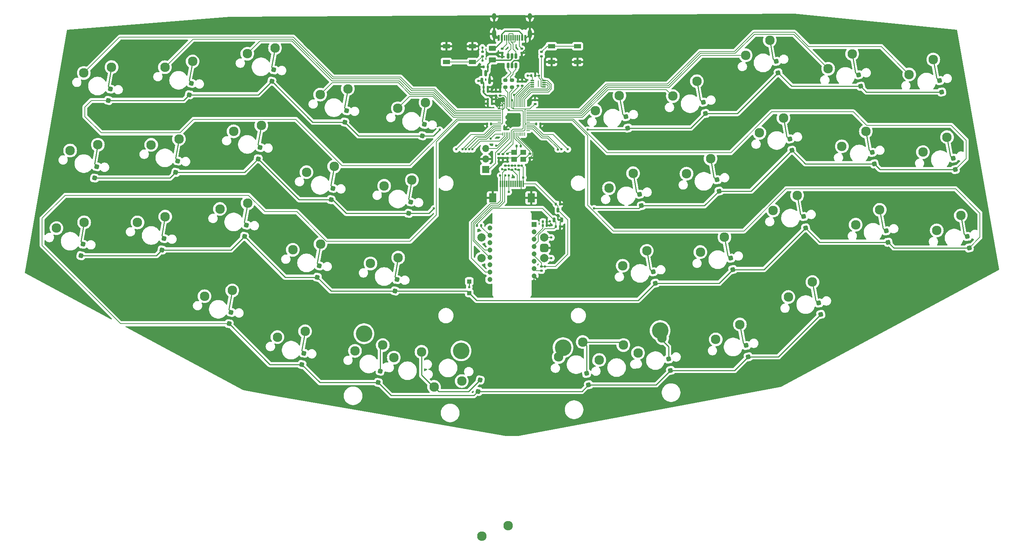
<source format=gbr>
%TF.GenerationSoftware,KiCad,Pcbnew,8.0.8*%
%TF.CreationDate,2025-03-23T01:31:30+01:00*%
%TF.ProjectId,Le Chisoffre,4c652043-6869-4736-9f66-6672652e6b69,rev?*%
%TF.SameCoordinates,Original*%
%TF.FileFunction,Copper,L2,Bot*%
%TF.FilePolarity,Positive*%
%FSLAX46Y46*%
G04 Gerber Fmt 4.6, Leading zero omitted, Abs format (unit mm)*
G04 Created by KiCad (PCBNEW 8.0.8) date 2025-03-23 01:31:30*
%MOMM*%
%LPD*%
G01*
G04 APERTURE LIST*
G04 Aperture macros list*
%AMRoundRect*
0 Rectangle with rounded corners*
0 $1 Rounding radius*
0 $2 $3 $4 $5 $6 $7 $8 $9 X,Y pos of 4 corners*
0 Add a 4 corners polygon primitive as box body*
4,1,4,$2,$3,$4,$5,$6,$7,$8,$9,$2,$3,0*
0 Add four circle primitives for the rounded corners*
1,1,$1+$1,$2,$3*
1,1,$1+$1,$4,$5*
1,1,$1+$1,$6,$7*
1,1,$1+$1,$8,$9*
0 Add four rect primitives between the rounded corners*
20,1,$1+$1,$2,$3,$4,$5,0*
20,1,$1+$1,$4,$5,$6,$7,0*
20,1,$1+$1,$6,$7,$8,$9,0*
20,1,$1+$1,$8,$9,$2,$3,0*%
G04 Aperture macros list end*
%TA.AperFunction,ComponentPad*%
%ADD10C,2.300000*%
%TD*%
%TA.AperFunction,ComponentPad*%
%ADD11C,2.000000*%
%TD*%
%TA.AperFunction,ComponentPad*%
%ADD12RoundRect,0.500000X0.500000X0.500000X-0.500000X0.500000X-0.500000X-0.500000X0.500000X-0.500000X0*%
%TD*%
%TA.AperFunction,ComponentPad*%
%ADD13C,4.000000*%
%TD*%
%TA.AperFunction,SMDPad,CuDef*%
%ADD14RoundRect,0.250000X0.347537X-0.243348X0.243348X0.347537X-0.347537X0.243348X-0.243348X-0.347537X0*%
%TD*%
%TA.AperFunction,SMDPad,CuDef*%
%ADD15RoundRect,0.140000X0.170000X-0.140000X0.170000X0.140000X-0.170000X0.140000X-0.170000X-0.140000X0*%
%TD*%
%TA.AperFunction,SMDPad,CuDef*%
%ADD16RoundRect,0.250000X0.243348X-0.347537X0.347537X0.243348X-0.243348X0.347537X-0.347537X-0.243348X0*%
%TD*%
%TA.AperFunction,SMDPad,CuDef*%
%ADD17RoundRect,0.200000X-0.275000X0.200000X-0.275000X-0.200000X0.275000X-0.200000X0.275000X0.200000X0*%
%TD*%
%TA.AperFunction,SMDPad,CuDef*%
%ADD18RoundRect,0.250000X0.300000X-0.300000X0.300000X0.300000X-0.300000X0.300000X-0.300000X-0.300000X0*%
%TD*%
%TA.AperFunction,SMDPad,CuDef*%
%ADD19R,0.900000X0.300000*%
%TD*%
%TA.AperFunction,SMDPad,CuDef*%
%ADD20R,0.250000X1.650000*%
%TD*%
%TA.AperFunction,SMDPad,CuDef*%
%ADD21R,0.600000X1.450000*%
%TD*%
%TA.AperFunction,SMDPad,CuDef*%
%ADD22R,0.300000X1.450000*%
%TD*%
%TA.AperFunction,HeatsinkPad*%
%ADD23O,1.000000X1.600000*%
%TD*%
%TA.AperFunction,HeatsinkPad*%
%ADD24O,1.000000X2.100000*%
%TD*%
%TA.AperFunction,SMDPad,CuDef*%
%ADD25RoundRect,0.250000X-0.625000X0.375000X-0.625000X-0.375000X0.625000X-0.375000X0.625000X0.375000X0*%
%TD*%
%TA.AperFunction,SMDPad,CuDef*%
%ADD26RoundRect,0.140000X-0.140000X-0.170000X0.140000X-0.170000X0.140000X0.170000X-0.140000X0.170000X0*%
%TD*%
%TA.AperFunction,SMDPad,CuDef*%
%ADD27RoundRect,0.135000X0.135000X0.185000X-0.135000X0.185000X-0.135000X-0.185000X0.135000X-0.185000X0*%
%TD*%
%TA.AperFunction,SMDPad,CuDef*%
%ADD28RoundRect,0.150000X0.150000X-0.450000X0.150000X0.450000X-0.150000X0.450000X-0.150000X-0.450000X0*%
%TD*%
%TA.AperFunction,SMDPad,CuDef*%
%ADD29RoundRect,0.140000X0.140000X0.170000X-0.140000X0.170000X-0.140000X-0.170000X0.140000X-0.170000X0*%
%TD*%
%TA.AperFunction,SMDPad,CuDef*%
%ADD30RoundRect,0.050000X0.387500X0.050000X-0.387500X0.050000X-0.387500X-0.050000X0.387500X-0.050000X0*%
%TD*%
%TA.AperFunction,SMDPad,CuDef*%
%ADD31RoundRect,0.050000X0.050000X0.387500X-0.050000X0.387500X-0.050000X-0.387500X0.050000X-0.387500X0*%
%TD*%
%TA.AperFunction,ComponentPad*%
%ADD32C,0.600000*%
%TD*%
%TA.AperFunction,SMDPad,CuDef*%
%ADD33RoundRect,0.144000X1.456000X1.456000X-1.456000X1.456000X-1.456000X-1.456000X1.456000X-1.456000X0*%
%TD*%
%TA.AperFunction,SMDPad,CuDef*%
%ADD34R,1.700000X1.000000*%
%TD*%
%TA.AperFunction,SMDPad,CuDef*%
%ADD35RoundRect,0.135000X-0.185000X0.135000X-0.185000X-0.135000X0.185000X-0.135000X0.185000X0.135000X0*%
%TD*%
%TA.AperFunction,SMDPad,CuDef*%
%ADD36RoundRect,0.150000X0.150000X-0.512500X0.150000X0.512500X-0.150000X0.512500X-0.150000X-0.512500X0*%
%TD*%
%TA.AperFunction,SMDPad,CuDef*%
%ADD37RoundRect,0.135000X0.185000X-0.135000X0.185000X0.135000X-0.185000X0.135000X-0.185000X-0.135000X0*%
%TD*%
%TA.AperFunction,SMDPad,CuDef*%
%ADD38R,1.400000X1.200000*%
%TD*%
%TA.AperFunction,SMDPad,CuDef*%
%ADD39RoundRect,0.150000X0.150000X-0.587500X0.150000X0.587500X-0.150000X0.587500X-0.150000X-0.587500X0*%
%TD*%
%TA.AperFunction,SMDPad,CuDef*%
%ADD40RoundRect,0.140000X-0.170000X0.140000X-0.170000X-0.140000X0.170000X-0.140000X0.170000X0.140000X0*%
%TD*%
%TA.AperFunction,SMDPad,CuDef*%
%ADD41R,0.300000X1.600000*%
%TD*%
%TA.AperFunction,SMDPad,CuDef*%
%ADD42R,1.800000X2.200000*%
%TD*%
%TA.AperFunction,ComponentPad*%
%ADD43R,1.700000X1.700000*%
%TD*%
%TA.AperFunction,ComponentPad*%
%ADD44O,1.700000X1.700000*%
%TD*%
%TA.AperFunction,SMDPad,CuDef*%
%ADD45RoundRect,0.135000X-0.135000X-0.185000X0.135000X-0.185000X0.135000X0.185000X-0.135000X0.185000X0*%
%TD*%
%TA.AperFunction,ComponentPad*%
%ADD46R,1.200000X1.200000*%
%TD*%
%TA.AperFunction,ComponentPad*%
%ADD47C,1.200000*%
%TD*%
%TA.AperFunction,ViaPad*%
%ADD48C,0.600000*%
%TD*%
%TA.AperFunction,Conductor*%
%ADD49C,0.200000*%
%TD*%
%TA.AperFunction,Conductor*%
%ADD50C,0.250000*%
%TD*%
%TA.AperFunction,Conductor*%
%ADD51C,0.380000*%
%TD*%
G04 APERTURE END LIST*
D10*
%TO.P,MX39,1,1*%
%TO.N,COL5*%
X162106997Y-115290847D03*
%TO.P,MX39,2,2*%
%TO.N,Net-(D39-A)*%
X167919460Y-111686769D03*
%TD*%
%TO.P,MX17,1,1*%
%TO.N,COL6*%
X192988251Y-70984359D03*
%TO.P,MX17,2,2*%
%TO.N,Net-(D17-A)*%
X198800714Y-67380281D03*
%TD*%
%TO.P,MX28,1,1*%
%TO.N,COL7*%
X213899037Y-79870742D03*
%TO.P,MX28,2,2*%
%TO.N,Net-(D28-A)*%
X219711500Y-76266664D03*
%TD*%
%TO.P,MX25,1,1*%
%TO.N,COL4*%
X116623350Y-92683345D03*
%TO.P,MX25,2,2*%
%TO.N,Net-(D25-A)*%
X123317945Y-91284599D03*
%TD*%
%TO.P,MX20,1,1*%
%TO.N,COL9*%
X250097013Y-65750512D03*
%TO.P,MX20,2,2*%
%TO.N,Net-(D20-A)*%
X255909476Y-62146434D03*
%TD*%
%TO.P,MX35,1,1*%
%TO.N,COL7*%
X200050826Y-111038213D03*
%TO.P,MX35,2,2*%
%TO.N,Net-(D35-A)*%
X205863289Y-107434135D03*
%TD*%
%TO.P,MX9,1,1*%
%TO.N,COL8*%
X227201428Y-45607775D03*
%TO.P,MX9,2,2*%
%TO.N,Net-(D9-A)*%
X233013891Y-42003697D03*
%TD*%
D11*
%TO.P,SW2,A,A*%
%TO.N,rot_a*%
X158612500Y-91400000D03*
%TO.P,SW2,B,B*%
%TO.N,rot_b*%
X158612500Y-86400000D03*
D12*
%TO.P,SW2,C,C*%
%TO.N,GND*%
X158612500Y-88900000D03*
D11*
%TO.P,SW2,S1,S1*%
%TO.N,Net-(D41-A)*%
X143412500Y-86400000D03*
%TO.P,SW2,S2,S2*%
%TO.N,COL10*%
X143412500Y-91400000D03*
%TD*%
D10*
%TO.P,MX8,1,1*%
%TO.N,COL7*%
X207283042Y-42349567D03*
%TO.P,MX8,2,2*%
%TO.N,Net-(D8-A)*%
X213095505Y-38745489D03*
%TD*%
%TO.P,MX24,1,1*%
%TO.N,COL3*%
X97862762Y-89375347D03*
%TO.P,MX24,2,2*%
%TO.N,Net-(D24-A)*%
X104557357Y-87976601D03*
%TD*%
%TO.P,MX11,1,1*%
%TO.N,COL0*%
X44061997Y-65380913D03*
%TO.P,MX11,2,2*%
%TO.N,Net-(D11-A)*%
X50756592Y-63982167D03*
%TD*%
%TO.P,MX15,1,1*%
%TO.N,COL4*%
X119931348Y-73922757D03*
%TO.P,MX15,2,2*%
%TO.N,Net-(D15-A)*%
X126625943Y-72524011D03*
%TD*%
%TO.P,MX26,1,1*%
%TO.N,COL5*%
X177568741Y-93240550D03*
%TO.P,MX26,2,2*%
%TO.N,Net-(D26-A)*%
X183381204Y-89636472D03*
%TD*%
%TO.P,MX41,1,1*%
%TO.N,unconnected-(MX41-Pad1)*%
X143510000Y-158591250D03*
%TO.P,MX41,2,2*%
%TO.N,unconnected-(MX41-Pad2)*%
X149860000Y-156051250D03*
%TD*%
%TO.P,MX19,1,1*%
%TO.N,COL8*%
X230509426Y-64368363D03*
%TO.P,MX19,2,2*%
%TO.N,Net-(D19-A)*%
X236321889Y-60764285D03*
%TD*%
%TO.P,MX38,1,1*%
%TO.N,COL4*%
X138679526Y-121114073D03*
%TO.P,MX38,2,2*%
%TO.N,Net-(D38-A)*%
X131984931Y-122512819D03*
%TD*%
%TO.P,MX37,1,1*%
%TO.N,COL3*%
X112883337Y-113825127D03*
%TO.P,MX37,2,2*%
%TO.N,Net-(D37-A)*%
X119577932Y-112426381D03*
%TD*%
%TO.P,MX6,1,1*%
%TO.N,COL5*%
X170952745Y-55719375D03*
%TO.P,MX6,2,2*%
%TO.N,Net-(D6-A)*%
X176765208Y-52115297D03*
%TD*%
%TO.P,MX5,1,1*%
%TO.N,COL4*%
X123239345Y-55162170D03*
%TO.P,MX5,2,2*%
%TO.N,Net-(D5-A)*%
X129933940Y-53763424D03*
%TD*%
%TO.P,MX12,1,1*%
%TO.N,COL1*%
X63649584Y-63998764D03*
%TO.P,MX12,2,2*%
%TO.N,Net-(D12-A)*%
X70344179Y-62600018D03*
%TD*%
%TO.P,MX23,1,1*%
%TO.N,COL2*%
X80259974Y-79501144D03*
%TO.P,MX23,2,2*%
%TO.N,Net-(D23-A)*%
X86954569Y-78102398D03*
%TD*%
%TO.P,MX29,1,1*%
%TO.N,COL8*%
X233850504Y-83316557D03*
%TO.P,MX29,2,2*%
%TO.N,Net-(D29-A)*%
X239662967Y-79712479D03*
%TD*%
%TO.P,MX14,1,1*%
%TO.N,COL3*%
X101170760Y-70614760D03*
%TO.P,MX14,2,2*%
%TO.N,Net-(D14-A)*%
X107865355Y-69216014D03*
%TD*%
D13*
%TO.P,S2,*%
%TO.N,*%
X186611552Y-108905707D03*
X163160817Y-113040704D03*
%TD*%
D10*
%TO.P,MX2,1,1*%
%TO.N,COL1*%
X66957582Y-45238176D03*
%TO.P,MX2,2,2*%
%TO.N,Net-(D2-A)*%
X73652177Y-43839430D03*
%TD*%
%TO.P,MX3,1,1*%
%TO.N,COL2*%
X86875969Y-41979969D03*
%TO.P,MX3,2,2*%
%TO.N,Net-(D3-A)*%
X93570564Y-40581223D03*
%TD*%
%TO.P,MX30,1,1*%
%TO.N,COL9*%
X253438091Y-84698706D03*
%TO.P,MX30,2,2*%
%TO.N,Net-(D30-A)*%
X259250554Y-81094628D03*
%TD*%
%TO.P,MX7,1,1*%
%TO.N,COL6*%
X189680253Y-52223771D03*
%TO.P,MX7,2,2*%
%TO.N,Net-(D7-A)*%
X195492716Y-48619693D03*
%TD*%
%TO.P,MX22,1,1*%
%TO.N,COL1*%
X60341587Y-82759352D03*
%TO.P,MX22,2,2*%
%TO.N,Net-(D22-A)*%
X67036182Y-81360606D03*
%TD*%
%TO.P,MX36,1,1*%
%TO.N,COL8*%
X217587455Y-100788798D03*
%TO.P,MX36,2,2*%
%TO.N,Net-(D36-A)*%
X223399918Y-97184720D03*
%TD*%
%TO.P,MX34,1,1*%
%TO.N,COL5*%
X171905933Y-116012276D03*
%TO.P,MX34,2,2*%
%TO.N,Net-(D39-A)*%
X177718396Y-112408198D03*
%TD*%
%TO.P,MX31,1,1*%
%TO.N,COL1*%
X76538476Y-100606805D03*
%TO.P,MX31,2,2*%
%TO.N,Net-(D31-A)*%
X83233071Y-99208059D03*
%TD*%
%TO.P,MX21,1,1*%
%TO.N,COL0*%
X40753999Y-84141501D03*
%TO.P,MX21,2,2*%
%TO.N,Net-(D21-A)*%
X47448594Y-82742755D03*
%TD*%
%TO.P,MX10,1,1*%
%TO.N,COL9*%
X246789016Y-46989925D03*
%TO.P,MX10,2,2*%
%TO.N,Net-(D10-A)*%
X252601479Y-43385847D03*
%TD*%
%TO.P,MX33,1,1*%
%TO.N,COL4*%
X122271985Y-115457346D03*
%TO.P,MX33,2,2*%
%TO.N,Net-(D38-A)*%
X128966580Y-114058600D03*
%TD*%
%TO.P,MX4,1,1*%
%TO.N,COL3*%
X104478758Y-51854172D03*
%TO.P,MX4,2,2*%
%TO.N,Net-(D4-A)*%
X111173353Y-50455426D03*
%TD*%
%TO.P,MX32,1,1*%
%TO.N,COL2*%
X94141265Y-110481009D03*
%TO.P,MX32,2,2*%
%TO.N,Net-(D32-A)*%
X100835860Y-109082263D03*
%TD*%
D13*
%TO.P,S1,*%
%TO.N,*%
X138521336Y-113808973D03*
X115070601Y-109673976D03*
%TD*%
D10*
%TO.P,MX13,1,1*%
%TO.N,COL2*%
X83567971Y-60740556D03*
%TO.P,MX13,2,2*%
%TO.N,Net-(D13-A)*%
X90262566Y-59341810D03*
%TD*%
%TO.P,MX40,1,1*%
%TO.N,COL6*%
X181281084Y-114327923D03*
%TO.P,MX40,2,2*%
%TO.N,Net-(D40-A)*%
X187093547Y-110723845D03*
%TD*%
%TO.P,MX16,1,1*%
%TO.N,COL5*%
X174260743Y-74479962D03*
%TO.P,MX16,2,2*%
%TO.N,Net-(D16-A)*%
X180073206Y-70875884D03*
%TD*%
%TO.P,MX1,1,1*%
%TO.N,COL0*%
X47369995Y-46620326D03*
%TO.P,MX1,2,2*%
%TO.N,Net-(D1-A)*%
X54064590Y-45221580D03*
%TD*%
%TO.P,MX18,1,1*%
%TO.N,COL7*%
X210591039Y-61110154D03*
%TO.P,MX18,2,2*%
%TO.N,Net-(D18-A)*%
X216403502Y-57506076D03*
%TD*%
%TO.P,MX27,1,1*%
%TO.N,COL6*%
X196329329Y-89932552D03*
%TO.P,MX27,2,2*%
%TO.N,Net-(D27-A)*%
X202141792Y-86328474D03*
%TD*%
D14*
%TO.P,D28,1,K*%
%TO.N,ROW2*%
X221737759Y-84101334D03*
%TO.P,D28,2,A*%
%TO.N,Net-(D28-A)*%
X221251545Y-81343872D03*
%TD*%
%TO.P,D35,1,K*%
%TO.N,ROW3*%
X207889548Y-115268805D03*
%TO.P,D35,2,A*%
%TO.N,Net-(D35-A)*%
X207403334Y-112511343D03*
%TD*%
D15*
%TO.P,C15,1*%
%TO.N,+3V3*%
X156368750Y-54141250D03*
%TO.P,C15,2*%
%TO.N,GND*%
X156368750Y-53181250D03*
%TD*%
D14*
%TO.P,D16,1,K*%
%TO.N,ROW1*%
X182099465Y-78710554D03*
%TO.P,D16,2,A*%
%TO.N,Net-(D16-A)*%
X181613251Y-75953092D03*
%TD*%
D16*
%TO.P,D32,1,K*%
%TO.N,ROW3*%
X100060307Y-117137466D03*
%TO.P,D32,2,A*%
%TO.N,Net-(D32-A)*%
X100546521Y-114380004D03*
%TD*%
D17*
%TO.P,R7,1*%
%TO.N,D_P*%
X150812500Y-48387500D03*
%TO.P,R7,2*%
%TO.N,/D_+*%
X150812500Y-50037500D03*
%TD*%
D14*
%TO.P,D40,1,K*%
%TO.N,ROW3*%
X189119806Y-118558515D03*
%TO.P,D40,2,A*%
%TO.N,Net-(D40-A)*%
X188633592Y-115801053D03*
%TD*%
%TO.P,D27,1,K*%
%TO.N,ROW2*%
X204168051Y-94163144D03*
%TO.P,D27,2,A*%
%TO.N,Net-(D27-A)*%
X203681837Y-91405682D03*
%TD*%
D16*
%TO.P,D25,1,K*%
%TO.N,ROW2*%
X122542392Y-99339802D03*
%TO.P,D25,2,A*%
%TO.N,Net-(D25-A)*%
X123028606Y-96582340D03*
%TD*%
D17*
%TO.P,R8,1*%
%TO.N,D_N*%
X149225000Y-48387500D03*
%TO.P,R8,2*%
%TO.N,/D_-*%
X149225000Y-50037500D03*
%TD*%
D16*
%TO.P,D2,1,K*%
%TO.N,ROW0*%
X72876624Y-51894633D03*
%TO.P,D2,2,A*%
%TO.N,Net-(D2-A)*%
X73362838Y-49137171D03*
%TD*%
%TO.P,D4,1,K*%
%TO.N,ROW0*%
X110397800Y-58510629D03*
%TO.P,D4,2,A*%
%TO.N,Net-(D4-A)*%
X110884014Y-55753167D03*
%TD*%
%TO.P,D11,1,K*%
%TO.N,ROW1*%
X49981039Y-72037370D03*
%TO.P,D11,2,A*%
%TO.N,Net-(D11-A)*%
X50467253Y-69279908D03*
%TD*%
D15*
%TO.P,C4,1*%
%TO.N,+1V1*%
X147968732Y-52116199D03*
%TO.P,C4,2*%
%TO.N,GND*%
X147968732Y-51156199D03*
%TD*%
D18*
%TO.P,D41,1,K*%
%TO.N,ROW2*%
X140493750Y-99825000D03*
%TO.P,D41,2,A*%
%TO.N,Net-(D41-A)*%
X140493750Y-97025000D03*
%TD*%
D16*
%TO.P,D31,1,K*%
%TO.N,ROW3*%
X82457518Y-107263262D03*
%TO.P,D31,2,A*%
%TO.N,Net-(D31-A)*%
X82943732Y-104505800D03*
%TD*%
D19*
%TO.P,IC1,1,~{CS}*%
%TO.N,/QSPI_SS*%
X158562500Y-48462500D03*
%TO.P,IC1,2,DO_IO1*%
%TO.N,/QSPI_SD1*%
X158562500Y-48962500D03*
%TO.P,IC1,3,~{WP_IO2}*%
%TO.N,/QSPI_SD2*%
X158562500Y-49462500D03*
%TO.P,IC1,4,GND*%
%TO.N,GND*%
X158562500Y-49962500D03*
%TO.P,IC1,5,DI_IO0*%
%TO.N,/QSPI_SD0*%
X155762500Y-49962500D03*
%TO.P,IC1,6,CLK*%
%TO.N,/QSPI_SCLK*%
X155762500Y-49462500D03*
%TO.P,IC1,7,~{RESET_IO3}*%
%TO.N,/QSPI_SD3*%
X155762500Y-48962500D03*
%TO.P,IC1,8,VCC*%
%TO.N,+3V3*%
X155762500Y-48462500D03*
D20*
%TO.P,IC1,9,EP*%
%TO.N,unconnected-(IC1-EP-Pad9)*%
X157162500Y-49212500D03*
%TD*%
D14*
%TO.P,D10,1,K*%
%TO.N,ROW0*%
X254627738Y-51220517D03*
%TO.P,D10,2,A*%
%TO.N,Net-(D10-A)*%
X254141524Y-48463055D03*
%TD*%
%TO.P,D8,1,K*%
%TO.N,ROW0*%
X215121764Y-46580159D03*
%TO.P,D8,2,A*%
%TO.N,Net-(D8-A)*%
X214635550Y-43822697D03*
%TD*%
D21*
%TO.P,J1,A1,GND*%
%TO.N,GND*%
X147562500Y-38100000D03*
%TO.P,J1,A4,VBUS*%
%TO.N,VBUS*%
X148362500Y-38100000D03*
D22*
%TO.P,J1,A5,CC1*%
%TO.N,/CC1*%
X149562500Y-38100000D03*
%TO.P,J1,A6,D+*%
%TO.N,D_USB_P*%
X150562500Y-38100000D03*
%TO.P,J1,A7,D-*%
%TO.N,D_USB_N*%
X151062500Y-38100000D03*
%TO.P,J1,A8,SBU1*%
%TO.N,unconnected-(J1-SBU1-PadA8)*%
X152062500Y-38100000D03*
D21*
%TO.P,J1,A9,VBUS*%
%TO.N,VBUS*%
X153262500Y-38100000D03*
%TO.P,J1,A12,GND*%
%TO.N,GND*%
X154062500Y-38100000D03*
%TO.P,J1,B1,GND*%
X154062500Y-38100000D03*
%TO.P,J1,B4,VBUS*%
%TO.N,VBUS*%
X153262500Y-38100000D03*
D22*
%TO.P,J1,B5,CC2*%
%TO.N,/CC2*%
X152562500Y-38100000D03*
%TO.P,J1,B6,D+*%
%TO.N,D_USB_P*%
X151562500Y-38100000D03*
%TO.P,J1,B7,D-*%
%TO.N,D_USB_N*%
X150062500Y-38100000D03*
%TO.P,J1,B8,SBU2*%
%TO.N,unconnected-(J1-SBU2-PadB8)*%
X149062500Y-38100000D03*
D21*
%TO.P,J1,B9,VBUS*%
%TO.N,VBUS*%
X148362500Y-38100000D03*
%TO.P,J1,B12,GND*%
%TO.N,GND*%
X147562500Y-38100000D03*
D23*
%TO.P,J1,S1,SHIELD*%
X146492500Y-33005000D03*
D24*
X146492500Y-37185000D03*
D23*
X155132500Y-33005000D03*
D24*
X155132500Y-37185000D03*
%TD*%
D14*
%TO.P,D39,1,K*%
%TO.N,ROW3*%
X169311857Y-122028731D03*
%TO.P,D39,2,A*%
%TO.N,Net-(D39-A)*%
X168825643Y-119271269D03*
%TD*%
D25*
%TO.P,F1,1*%
%TO.N,VBUS*%
X146050000Y-40668750D03*
%TO.P,F1,2*%
%TO.N,+5V*%
X146050000Y-43468750D03*
%TD*%
D14*
%TO.P,D6,1,K*%
%TO.N,ROW0*%
X178791467Y-59949967D03*
%TO.P,D6,2,A*%
%TO.N,Net-(D6-A)*%
X178305253Y-57192505D03*
%TD*%
D26*
%TO.P,C16,1*%
%TO.N,GND*%
X143982500Y-45143750D03*
%TO.P,C16,2*%
%TO.N,+5V*%
X144942500Y-45143750D03*
%TD*%
D27*
%TO.P,R10,1*%
%TO.N,Net-(U5-LED_P)*%
X143385000Y-83543750D03*
%TO.P,R10,2*%
%TO.N,+2V*%
X142365000Y-83543750D03*
%TD*%
D14*
%TO.P,D18,1,K*%
%TO.N,ROW1*%
X218429761Y-65340746D03*
%TO.P,D18,2,A*%
%TO.N,Net-(D18-A)*%
X217943547Y-62583284D03*
%TD*%
D16*
%TO.P,D15,1,K*%
%TO.N,ROW1*%
X125850390Y-80579214D03*
%TO.P,D15,2,A*%
%TO.N,Net-(D15-A)*%
X126336604Y-77821752D03*
%TD*%
D28*
%TO.P,U4,1,GND*%
%TO.N,GND*%
X162875000Y-82162500D03*
%TO.P,U4,2,VO*%
%TO.N,+2V*%
X160975000Y-82162500D03*
%TO.P,U4,3,VI*%
%TO.N,+3V3*%
X161925000Y-79762500D03*
%TD*%
D29*
%TO.P,C20,1*%
%TO.N,GND*%
X162405248Y-78331937D03*
%TO.P,C20,2*%
%TO.N,+3V3*%
X161445248Y-78331937D03*
%TD*%
D30*
%TO.P,U3,1,IOVDD*%
%TO.N,+3V3*%
X154680000Y-55343750D03*
%TO.P,U3,2,GPIO0*%
%TO.N,COL9*%
X154680000Y-55743750D03*
%TO.P,U3,3,GPIO1*%
%TO.N,COL8*%
X154680000Y-56143750D03*
%TO.P,U3,4,GPIO2*%
%TO.N,COL7*%
X154680000Y-56543750D03*
%TO.P,U3,5,GPIO3*%
%TO.N,COL6*%
X154680000Y-56943750D03*
%TO.P,U3,6,GPIO4*%
%TO.N,COL5*%
X154680000Y-57343750D03*
%TO.P,U3,7,GPIO5*%
%TO.N,ROW1*%
X154680000Y-57743750D03*
%TO.P,U3,8,GPIO6*%
%TO.N,ROW2*%
X154680000Y-58143750D03*
%TO.P,U3,9,GPIO7*%
%TO.N,/GPIO7*%
X154680000Y-58543750D03*
%TO.P,U3,10,IOVDD*%
%TO.N,+3V3*%
X154680000Y-58943750D03*
%TO.P,U3,11,GPIO8*%
%TO.N,COL10*%
X154680000Y-59343750D03*
%TO.P,U3,12,GPIO9*%
%TO.N,rot_a*%
X154680000Y-59743750D03*
%TO.P,U3,13,GPIO10*%
%TO.N,rot_b*%
X154680000Y-60143750D03*
%TO.P,U3,14,GPIO11*%
%TO.N,/GPIO11*%
X154680000Y-60543750D03*
D31*
%TO.P,U3,15,GPIO12*%
%TO.N,/GPIO12*%
X153842500Y-61381250D03*
%TO.P,U3,16,GPIO13*%
%TO.N,/GPIO13*%
X153442500Y-61381250D03*
%TO.P,U3,17,GPIO14*%
%TO.N,/GPIO14*%
X153042500Y-61381250D03*
%TO.P,U3,18,GPIO15*%
%TO.N,/GPIO15*%
X152642500Y-61381250D03*
%TO.P,U3,19,TESTEN*%
%TO.N,GND*%
X152242500Y-61381250D03*
%TO.P,U3,20,XTAL_IN*%
%TO.N,XTAL_IN*%
X151842500Y-61381250D03*
%TO.P,U3,21,XTAL_OUT*%
%TO.N,XTAL_OUT*%
X151442500Y-61381250D03*
%TO.P,U3,22,IOVDD*%
%TO.N,+3V3*%
X151042500Y-61381250D03*
%TO.P,U3,23,DVDD*%
%TO.N,+1V1*%
X150642500Y-61381250D03*
%TO.P,U3,24,SWCLK*%
%TO.N,SWCLK*%
X150242500Y-61381250D03*
%TO.P,U3,25,SWDIO*%
%TO.N,SWD*%
X149842500Y-61381250D03*
%TO.P,U3,26,~{RUN}*%
%TO.N,~{RESET}*%
X149442500Y-61381250D03*
%TO.P,U3,27,GPIO16*%
%TO.N,SDA*%
X149042500Y-61381250D03*
%TO.P,U3,28,GPIO17*%
%TO.N,SCL*%
X148642500Y-61381250D03*
D30*
%TO.P,U3,29,GPIO18*%
%TO.N,SCK*%
X147805000Y-60543750D03*
%TO.P,U3,30,GPIO19*%
%TO.N,MOSI*%
X147805000Y-60143750D03*
%TO.P,U3,31,GPIO20*%
%TO.N,MISO*%
X147805000Y-59743750D03*
%TO.P,U3,32,GPIO21*%
%TO.N,CS*%
X147805000Y-59343750D03*
%TO.P,U3,33,IOVDD*%
%TO.N,+3V3*%
X147805000Y-58943750D03*
%TO.P,U3,34,GPIO22*%
%TO.N,/GPIO22*%
X147805000Y-58543750D03*
%TO.P,U3,35,GPIO23*%
%TO.N,ROW3*%
X147805000Y-58143750D03*
%TO.P,U3,36,GPIO24*%
%TO.N,ROW0*%
X147805000Y-57743750D03*
%TO.P,U3,37,GPIO25*%
%TO.N,COL4*%
X147805000Y-57343750D03*
%TO.P,U3,38,GPIO26/ADC0*%
%TO.N,COL3*%
X147805000Y-56943750D03*
%TO.P,U3,39,GPIO27/ADC1*%
%TO.N,COL2*%
X147805000Y-56543750D03*
%TO.P,U3,40,GPIO28/ADC2*%
%TO.N,COL1*%
X147805000Y-56143750D03*
%TO.P,U3,41,GPIO29/ADC3*%
%TO.N,COL0*%
X147805000Y-55743750D03*
%TO.P,U3,42,IOVDD*%
%TO.N,+3V3*%
X147805000Y-55343750D03*
D31*
%TO.P,U3,43,ADC_AVDD*%
X148642500Y-54506250D03*
%TO.P,U3,44,VREG_VIN*%
X149042500Y-54506250D03*
%TO.P,U3,45,VREG_VOUT*%
%TO.N,+1V1*%
X149442500Y-54506250D03*
%TO.P,U3,46,D-*%
%TO.N,/D_-*%
X149842500Y-54506250D03*
%TO.P,U3,47,D+*%
%TO.N,/D_+*%
X150242500Y-54506250D03*
%TO.P,U3,48,USB_VDD*%
%TO.N,+3V3*%
X150642500Y-54506250D03*
%TO.P,U3,49,IOVDD*%
X151042500Y-54506250D03*
%TO.P,U3,50,DVDD*%
%TO.N,+1V1*%
X151442500Y-54506250D03*
%TO.P,U3,51,QSPI_SD3*%
%TO.N,/QSPI_SD3*%
X151842500Y-54506250D03*
%TO.P,U3,52,QSPI_SCLK*%
%TO.N,/QSPI_SCLK*%
X152242500Y-54506250D03*
%TO.P,U3,53,QSPI_SD0*%
%TO.N,/QSPI_SD0*%
X152642500Y-54506250D03*
%TO.P,U3,54,QSPI_SD2*%
%TO.N,/QSPI_SD2*%
X153042500Y-54506250D03*
%TO.P,U3,55,QSPI_SD1*%
%TO.N,/QSPI_SD1*%
X153442500Y-54506250D03*
%TO.P,U3,56,QSPI_SS_N*%
%TO.N,/QSPI_SS*%
X153842500Y-54506250D03*
D32*
%TO.P,U3,57,GND*%
%TO.N,GND*%
X152517500Y-59218750D03*
X152517500Y-57943750D03*
X152517500Y-56668750D03*
X151242500Y-59218750D03*
X151242500Y-57943750D03*
D33*
X151242500Y-57943750D03*
D32*
X151242500Y-56668750D03*
X149967500Y-59218750D03*
X149967500Y-57943750D03*
X149967500Y-56668750D03*
%TD*%
D29*
%TO.P,C11,1*%
%TO.N,+3V3*%
X145743796Y-58948805D03*
%TO.P,C11,2*%
%TO.N,GND*%
X144783796Y-58948805D03*
%TD*%
%TO.P,C19,1*%
%TO.N,GND*%
X159230000Y-83543750D03*
%TO.P,C19,2*%
%TO.N,Net-(U5-VDDPIX)*%
X158270000Y-83543750D03*
%TD*%
D14*
%TO.P,D36,1,K*%
%TO.N,ROW3*%
X225426177Y-105019390D03*
%TO.P,D36,2,A*%
%TO.N,Net-(D36-A)*%
X224939963Y-102261928D03*
%TD*%
%TO.P,D19,1,K*%
%TO.N,ROW1*%
X238348148Y-68598955D03*
%TO.P,D19,2,A*%
%TO.N,Net-(D19-A)*%
X237861934Y-65841493D03*
%TD*%
D16*
%TO.P,D38,1,K*%
%TO.N,ROW3*%
X142631893Y-123616231D03*
%TO.P,D38,2,A*%
%TO.N,Net-(D38-A)*%
X143118107Y-120858769D03*
%TD*%
D34*
%TO.P,SW1,1,1*%
%TO.N,GND*%
X160362500Y-43968750D03*
X166662500Y-43968750D03*
%TO.P,SW1,2,2*%
%TO.N,/~{USB_BOOT}*%
X160362500Y-40168750D03*
X166662500Y-40168750D03*
%TD*%
D35*
%TO.P,R12,1*%
%TO.N,+3V3*%
X152400000Y-69056250D03*
%TO.P,R12,2*%
%TO.N,SDA*%
X152400000Y-70076250D03*
%TD*%
D15*
%TO.P,C2,1*%
%TO.N,GND*%
X155127910Y-67155957D03*
%TO.P,C2,2*%
%TO.N,XTAL_IN*%
X155127910Y-66195957D03*
%TD*%
D29*
%TO.P,C17,1*%
%TO.N,GND*%
X144942500Y-51100000D03*
%TO.P,C17,2*%
%TO.N,+3V3*%
X143982500Y-51100000D03*
%TD*%
D14*
%TO.P,D7,1,K*%
%TO.N,ROW0*%
X197518975Y-56454363D03*
%TO.P,D7,2,A*%
%TO.N,Net-(D7-A)*%
X197032761Y-53696901D03*
%TD*%
D26*
%TO.P,C18,1*%
%TO.N,Net-(U5-VDDPIX)*%
X158270000Y-82550000D03*
%TO.P,C18,2*%
%TO.N,GND*%
X159230000Y-82550000D03*
%TD*%
D16*
%TO.P,D13,1,K*%
%TO.N,ROW1*%
X89487013Y-67397013D03*
%TO.P,D13,2,A*%
%TO.N,Net-(D13-A)*%
X89973227Y-64639551D03*
%TD*%
D14*
%TO.P,D17,1,K*%
%TO.N,ROW1*%
X200826973Y-75214951D03*
%TO.P,D17,2,A*%
%TO.N,Net-(D17-A)*%
X200340759Y-72457489D03*
%TD*%
D15*
%TO.P,C8,1*%
%TO.N,+3V3*%
X146940809Y-52126373D03*
%TO.P,C8,2*%
%TO.N,GND*%
X146940809Y-51166373D03*
%TD*%
D16*
%TO.P,D12,1,K*%
%TO.N,ROW1*%
X69568626Y-70655221D03*
%TO.P,D12,2,A*%
%TO.N,Net-(D12-A)*%
X70054840Y-67897759D03*
%TD*%
%TO.P,D1,1,K*%
%TO.N,ROW0*%
X53289037Y-53276783D03*
%TO.P,D1,2,A*%
%TO.N,Net-(D1-A)*%
X53775251Y-50519321D03*
%TD*%
D36*
%TO.P,U1,1,I/O1*%
%TO.N,D_P*%
X151762500Y-44793750D03*
%TO.P,U1,2,GND*%
%TO.N,GND*%
X150812500Y-44793750D03*
%TO.P,U1,3,I/O2*%
%TO.N,D_N*%
X149862500Y-44793750D03*
%TO.P,U1,4,I/O2*%
%TO.N,D_USB_N*%
X149862500Y-42518750D03*
%TO.P,U1,5,VBUS*%
%TO.N,+5V*%
X150812500Y-42518750D03*
%TO.P,U1,6,I/O1*%
%TO.N,D_USB_P*%
X151762500Y-42518750D03*
%TD*%
D35*
%TO.P,R13,1*%
%TO.N,+3V3*%
X150812500Y-69056250D03*
%TO.P,R13,2*%
%TO.N,SCL*%
X150812500Y-70076250D03*
%TD*%
D26*
%TO.P,C1,1*%
%TO.N,+3V3*%
X155482331Y-47306956D03*
%TO.P,C1,2*%
%TO.N,GND*%
X156442331Y-47306956D03*
%TD*%
D29*
%TO.P,C9,1*%
%TO.N,+3V3*%
X145954723Y-54044548D03*
%TO.P,C9,2*%
%TO.N,GND*%
X144994723Y-54044548D03*
%TD*%
D16*
%TO.P,D23,1,K*%
%TO.N,ROW2*%
X86179016Y-86157601D03*
%TO.P,D23,2,A*%
%TO.N,Net-(D23-A)*%
X86665230Y-83400139D03*
%TD*%
D35*
%TO.P,R3,1*%
%TO.N,/CC1*%
X148431250Y-40765000D03*
%TO.P,R3,2*%
%TO.N,GND*%
X148431250Y-41785000D03*
%TD*%
D26*
%TO.P,C12,1*%
%TO.N,+3V3*%
X156690046Y-58948805D03*
%TO.P,C12,2*%
%TO.N,GND*%
X157650046Y-58948805D03*
%TD*%
D14*
%TO.P,D29,1,K*%
%TO.N,ROW2*%
X241689226Y-87547149D03*
%TO.P,D29,2,A*%
%TO.N,Net-(D29-A)*%
X241203012Y-84789687D03*
%TD*%
D37*
%TO.P,R9,1*%
%TO.N,Net-(U5-NRESET)*%
X157956250Y-94456250D03*
%TO.P,R9,2*%
%TO.N,+3V3*%
X157956250Y-93436250D03*
%TD*%
D29*
%TO.P,C21,1*%
%TO.N,GND*%
X162405000Y-83743750D03*
%TO.P,C21,2*%
%TO.N,+2V*%
X161445000Y-83743750D03*
%TD*%
D38*
%TO.P,Y1,1,1*%
%TO.N,/XTAL_O*%
X151300000Y-65825000D03*
%TO.P,Y1,2,2*%
%TO.N,GND*%
X153500000Y-65825000D03*
%TO.P,Y1,3,3*%
%TO.N,XTAL_IN*%
X153500000Y-67525000D03*
%TO.P,Y1,4,4*%
%TO.N,GND*%
X151300000Y-67525000D03*
%TD*%
D34*
%TO.P,SWR1,1,A*%
%TO.N,GND*%
X141262500Y-40168750D03*
X134962500Y-40168750D03*
%TO.P,SWR1,2,B*%
%TO.N,~{RESET}*%
X141262500Y-43968750D03*
X134962500Y-43968750D03*
%TD*%
D29*
%TO.P,C14,1*%
%TO.N,+3V3*%
X145955013Y-52993014D03*
%TO.P,C14,2*%
%TO.N,GND*%
X144995013Y-52993014D03*
%TD*%
D16*
%TO.P,D21,1,K*%
%TO.N,ROW2*%
X46673041Y-90797958D03*
%TO.P,D21,2,A*%
%TO.N,Net-(D21-A)*%
X47159255Y-88040496D03*
%TD*%
%TO.P,D14,1,K*%
%TO.N,ROW1*%
X107089802Y-77271217D03*
%TO.P,D14,2,A*%
%TO.N,Net-(D14-A)*%
X107576016Y-74513755D03*
%TD*%
D35*
%TO.P,R5,1*%
%TO.N,+3V3*%
X143668750Y-41558750D03*
%TO.P,R5,2*%
%TO.N,~{RESET}*%
X143668750Y-42578750D03*
%TD*%
D16*
%TO.P,D22,1,K*%
%TO.N,ROW2*%
X66260629Y-89415809D03*
%TO.P,D22,2,A*%
%TO.N,Net-(D22-A)*%
X66746843Y-86658347D03*
%TD*%
D35*
%TO.P,R4,1*%
%TO.N,/CC2*%
X153193750Y-40765000D03*
%TO.P,R4,2*%
%TO.N,GND*%
X153193750Y-41785000D03*
%TD*%
D15*
%TO.P,C3,1*%
%TO.N,GND*%
X149682815Y-67155000D03*
%TO.P,C3,2*%
%TO.N,/XTAL_O*%
X149682815Y-66195000D03*
%TD*%
D14*
%TO.P,D26,1,K*%
%TO.N,ROW2*%
X185407463Y-97471142D03*
%TO.P,D26,2,A*%
%TO.N,Net-(D26-A)*%
X184921249Y-94713680D03*
%TD*%
D39*
%TO.P,U2,1,GND*%
%TO.N,GND*%
X145412500Y-48562500D03*
%TO.P,U2,2,VO*%
%TO.N,+3V3*%
X143512500Y-48562500D03*
%TO.P,U2,3,VI*%
%TO.N,+5V*%
X144462500Y-46687500D03*
%TD*%
D40*
%TO.P,C10,1*%
%TO.N,+3V3*%
X148609539Y-66212358D03*
%TO.P,C10,2*%
%TO.N,GND*%
X148609539Y-67172358D03*
%TD*%
D41*
%TO.P,J2,1,3V3*%
%TO.N,+3V3*%
X153562500Y-73406250D03*
%TO.P,J2,2,GND*%
%TO.N,GND*%
X153062500Y-73406250D03*
%TO.P,J2,3,SDA*%
%TO.N,SDA*%
X152562500Y-73406250D03*
%TO.P,J2,4,SCL*%
%TO.N,SCL*%
X152062500Y-73406250D03*
%TO.P,J2,5,BTN1*%
%TO.N,unconnected-(J2-BTN1-Pad5)*%
X151562500Y-73406250D03*
%TO.P,J2,6,BTN2*%
%TO.N,unconnected-(J2-BTN2-Pad6)*%
X151062500Y-73406250D03*
%TO.P,J2,7,BTN3*%
%TO.N,unconnected-(J2-BTN3-Pad7)*%
X150562500Y-73406250D03*
%TO.P,J2,8,MOSI*%
%TO.N,MOSI*%
X150062500Y-73406250D03*
%TO.P,J2,9,DR*%
%TO.N,unconnected-(J2-DR-Pad9)*%
X149562500Y-73406250D03*
%TO.P,J2,10,CS*%
%TO.N,CS*%
X149062500Y-73406250D03*
%TO.P,J2,11,MISO*%
%TO.N,MISO*%
X148562500Y-73406250D03*
%TO.P,J2,12,SCK*%
%TO.N,SCK*%
X148062500Y-73406250D03*
D42*
%TO.P,J2,MP*%
%TO.N,GND*%
X155462500Y-76806250D03*
X146162500Y-76806250D03*
%TD*%
D14*
%TO.P,D9,1,K*%
%TO.N,ROW0*%
X235040150Y-49838367D03*
%TO.P,D9,2,A*%
%TO.N,Net-(D9-A)*%
X234553936Y-47080905D03*
%TD*%
D16*
%TO.P,D24,1,K*%
%TO.N,ROW2*%
X103781804Y-96031804D03*
%TO.P,D24,2,A*%
%TO.N,Net-(D24-A)*%
X104268018Y-93274342D03*
%TD*%
D26*
%TO.P,C7,1*%
%TO.N,+3V3*%
X143982500Y-50106250D03*
%TO.P,C7,2*%
%TO.N,GND*%
X144942500Y-50106250D03*
%TD*%
D16*
%TO.P,D37,1,K*%
%TO.N,ROW3*%
X118491255Y-121466809D03*
%TO.P,D37,2,A*%
%TO.N,Net-(D37-A)*%
X118977469Y-118709347D03*
%TD*%
D43*
%TO.P,SWD1,1,Pin_1*%
%TO.N,SWCLK*%
X144462500Y-69993750D03*
D44*
%TO.P,SWD1,2,Pin_2*%
%TO.N,GND*%
X144462500Y-67453750D03*
%TO.P,SWD1,3,Pin_3*%
%TO.N,SWD*%
X144462500Y-64913750D03*
%TD*%
D16*
%TO.P,D5,1,K*%
%TO.N,ROW0*%
X129158387Y-61818627D03*
%TO.P,D5,2,A*%
%TO.N,Net-(D5-A)*%
X129644601Y-59061165D03*
%TD*%
D15*
%TO.P,C13,1*%
%TO.N,+3V3*%
X152221837Y-49690534D03*
%TO.P,C13,2*%
%TO.N,GND*%
X152221837Y-48730534D03*
%TD*%
D37*
%TO.P,R11,1*%
%TO.N,MISO*%
X149225000Y-70076250D03*
%TO.P,R11,2*%
%TO.N,+3V3*%
X149225000Y-69056250D03*
%TD*%
D45*
%TO.P,R6,1*%
%TO.N,/XTAL_O*%
X151890000Y-64293750D03*
%TO.P,R6,2*%
%TO.N,XTAL_OUT*%
X152910000Y-64293750D03*
%TD*%
D16*
%TO.P,D3,1,K*%
%TO.N,ROW0*%
X92795011Y-48636426D03*
%TO.P,D3,2,A*%
%TO.N,Net-(D3-A)*%
X93281225Y-45878964D03*
%TD*%
D40*
%TO.P,C6,1*%
%TO.N,+1V1*%
X147622780Y-66204935D03*
%TO.P,C6,2*%
%TO.N,GND*%
X147622780Y-67164935D03*
%TD*%
D14*
%TO.P,D20,1,K*%
%TO.N,ROW1*%
X257935735Y-69981104D03*
%TO.P,D20,2,A*%
%TO.N,Net-(D20-A)*%
X257449521Y-67223642D03*
%TD*%
D37*
%TO.P,R2,1*%
%TO.N,/QSPI_SS*%
X157956250Y-42578750D03*
%TO.P,R2,2*%
%TO.N,/~{USB_BOOT}*%
X157956250Y-41558750D03*
%TD*%
D46*
%TO.P,U5,1,NC*%
%TO.N,unconnected-(U5-NC-Pad1)*%
X156150243Y-83224438D03*
D47*
%TO.P,U5,2,NC*%
%TO.N,unconnected-(U5-NC-Pad2)*%
X156150243Y-85004438D03*
%TO.P,U5,3,VDDPIX*%
%TO.N,Net-(U5-VDDPIX)*%
X156150243Y-86784438D03*
%TO.P,U5,4,VDD*%
%TO.N,+2V*%
X156150243Y-88564438D03*
%TO.P,U5,5,VDDIO*%
%TO.N,+3V3*%
X156150243Y-90344438D03*
%TO.P,U5,6,NC*%
%TO.N,unconnected-(U5-NC-Pad6)*%
X156150243Y-92124438D03*
%TO.P,U5,7,NRESET*%
%TO.N,Net-(U5-NRESET)*%
X156150243Y-93904438D03*
%TO.P,U5,8,GND*%
%TO.N,GND*%
X156150243Y-95684438D03*
%TO.P,U5,9,MOTION*%
%TO.N,unconnected-(U5-MOTION-Pad9)*%
X145450243Y-96574438D03*
%TO.P,U5,10,SCLK*%
%TO.N,SCK*%
X145450243Y-94794438D03*
%TO.P,U5,11,MOSI*%
%TO.N,MOSI*%
X145450243Y-93014438D03*
%TO.P,U5,12,MISO*%
%TO.N,MISO*%
X145450243Y-91234438D03*
%TO.P,U5,13,NCS*%
%TO.N,CS*%
X145450243Y-89454438D03*
%TO.P,U5,14,NC*%
%TO.N,unconnected-(U5-NC-Pad14)*%
X145450243Y-87674438D03*
%TO.P,U5,15,LED_P*%
%TO.N,Net-(U5-LED_P)*%
X145450243Y-85894438D03*
%TO.P,U5,16,NC*%
%TO.N,unconnected-(U5-NC-Pad16)*%
X145450243Y-84114438D03*
%TD*%
D15*
%TO.P,C5,1*%
%TO.N,+1V1*%
X153293750Y-49692500D03*
%TO.P,C5,2*%
%TO.N,GND*%
X153293750Y-48732500D03*
%TD*%
D14*
%TO.P,D30,1,K*%
%TO.N,ROW2*%
X261276813Y-88929298D03*
%TO.P,D30,2,A*%
%TO.N,Net-(D30-A)*%
X260790599Y-86171836D03*
%TD*%
D48*
%TO.N,GND*%
X163134503Y-83744392D03*
%TO.N,+3V3*%
X142667403Y-48560289D03*
%TO.N,ROW0*%
X133350000Y-60325000D03*
X169068750Y-60325000D03*
%TO.N,ROW1*%
X170672707Y-79358543D03*
X131956250Y-79375000D03*
%TO.N,COL10*%
X164306250Y-65087500D03*
%TO.N,rot_b*%
X161888486Y-65117761D03*
X160337500Y-86400000D03*
%TO.N,rot_a*%
X162718750Y-65087500D03*
X160337500Y-91400000D03*
%TO.N,GND*%
X150812500Y-34131250D03*
X138112500Y-42068750D03*
X156152603Y-96798413D03*
X161925000Y-80962500D03*
X155126508Y-67990821D03*
X158422979Y-58946290D03*
X159922968Y-83541849D03*
X147624023Y-67990821D03*
X152221586Y-48005571D03*
X153193750Y-42862500D03*
X142875000Y-67468750D03*
X157298052Y-47296721D03*
X153296982Y-48022551D03*
X163512500Y-42068750D03*
X145736250Y-51100000D03*
X156368750Y-52387500D03*
X142961250Y-45143750D03*
X146939435Y-50330755D03*
X148615198Y-67990821D03*
X153198339Y-74985384D03*
X147969552Y-50368488D03*
X149691150Y-67990821D03*
X159956928Y-82540033D03*
X143970615Y-58951321D03*
X145736250Y-50106250D03*
X160337500Y-88900000D03*
X144285153Y-54049113D03*
X144277607Y-52996357D03*
X163150510Y-78324377D03*
X152400000Y-43656250D03*
X148431250Y-42862500D03*
X146530000Y-48562500D03*
%TO.N,+3V3*%
X153563535Y-71920484D03*
X143668750Y-40481250D03*
X151606250Y-69056250D03*
X147129264Y-52993014D03*
X150018750Y-69056250D03*
X158750000Y-93436250D03*
X154615223Y-47308041D03*
X153193750Y-69056250D03*
X150842500Y-53181250D03*
%TO.N,+1V1*%
X150018750Y-55562500D03*
X151288172Y-51921639D03*
%TO.N,~{RESET}*%
X143668750Y-43656250D03*
X147050000Y-64190454D03*
%TO.N,Net-(D41-A)*%
X140493750Y-98425000D03*
%TO.N,MISO*%
X138881238Y-65087500D03*
X148431250Y-69850000D03*
%TO.N,SDA*%
X141281247Y-65087500D03*
X151627292Y-69855976D03*
%TO.N,SCL*%
X150039792Y-69855976D03*
X145674320Y-62500000D03*
%TO.N,CS*%
X149225000Y-71437500D03*
X137318750Y-65087500D03*
%TO.N,SCK*%
X147962500Y-71437500D03*
X140481244Y-65087500D03*
%TO.N,MOSI*%
X150025003Y-71437500D03*
X139681241Y-65087500D03*
X150018750Y-75406250D03*
%TD*%
D49*
%TO.N,+3V3*%
X164306250Y-90487500D02*
X164306250Y-82143750D01*
X164306250Y-82143750D02*
X161925000Y-79762500D01*
X158750000Y-93436250D02*
X161357500Y-93436250D01*
X161357500Y-93436250D02*
X164306250Y-90487500D01*
D50*
%TO.N,GND*%
X162405000Y-82632500D02*
X162405000Y-83743750D01*
X162875000Y-82162500D02*
X162405000Y-82632500D01*
D49*
%TO.N,+2V*%
X158750000Y-84243160D02*
X160945590Y-84243160D01*
X160945590Y-84243160D02*
X161445000Y-83743750D01*
X157162500Y-85830660D02*
X158750000Y-84243160D01*
X157162500Y-87312500D02*
X157162500Y-85830660D01*
X156150243Y-88324757D02*
X157162500Y-87312500D01*
X156150243Y-88564438D02*
X156150243Y-88324757D01*
D50*
X161445000Y-83743750D02*
X161445000Y-83543750D01*
%TO.N,GND*%
X154062500Y-40916250D02*
X153193750Y-41785000D01*
X154062500Y-38100000D02*
X154062500Y-40916250D01*
X163133861Y-83743750D02*
X163134503Y-83744392D01*
X162405000Y-83743750D02*
X163133861Y-83743750D01*
D49*
X156452566Y-47296721D02*
X156442331Y-47306956D01*
X157298052Y-47296721D02*
X156452566Y-47296721D01*
D50*
X154217500Y-38100000D02*
X155132500Y-37185000D01*
X154062500Y-38100000D02*
X154217500Y-38100000D01*
%TO.N,ROW2*%
X181278605Y-101600000D02*
X185407463Y-97471142D01*
X142268750Y-101600000D02*
X181278605Y-101600000D01*
X140493750Y-99825000D02*
X142268750Y-101600000D01*
%TO.N,Net-(D40-A)*%
X188633592Y-112770752D02*
X187093547Y-111230707D01*
X188633592Y-115801053D02*
X188633592Y-112770752D01*
D49*
%TO.N,+3V3*%
X154680000Y-55343750D02*
X155166250Y-55343750D01*
X155166250Y-55343750D02*
X156368750Y-54141250D01*
D50*
%TO.N,ROW3*%
X121643196Y-124618750D02*
X141629374Y-124618750D01*
X118491255Y-121466809D02*
X121643196Y-124618750D01*
X118491255Y-121466809D02*
X104389649Y-121466809D01*
X100060307Y-117137466D02*
X104389649Y-121466809D01*
D49*
%TO.N,Net-(D37-A)*%
X118977469Y-113026844D02*
X119577932Y-112426381D01*
D50*
X118977469Y-118709347D02*
X118977469Y-113026844D01*
D51*
%TO.N,+3V3*%
X142669614Y-48562500D02*
X142667403Y-48560289D01*
X143512500Y-48562500D02*
X142669614Y-48562500D01*
D50*
%TO.N,ROW0*%
X194023371Y-59949967D02*
X197518975Y-56454363D01*
D49*
X137518750Y-57743750D02*
X126206250Y-69056250D01*
X98602117Y-57866810D02*
X73895690Y-57866810D01*
D50*
X131856373Y-61818627D02*
X133350000Y-60325000D01*
X113705798Y-61818627D02*
X129158387Y-61818627D01*
X178791467Y-59949967D02*
X194023371Y-59949967D01*
X178791467Y-59949967D02*
X178416434Y-60325000D01*
X236422300Y-51220517D02*
X254627738Y-51220517D01*
X197518975Y-56454363D02*
X205247560Y-56454363D01*
D49*
X47625000Y-54864283D02*
X49212500Y-53276783D01*
D50*
X71494474Y-53276783D02*
X72876624Y-51894633D01*
X169068750Y-60325000D02*
X178416434Y-60325000D01*
D49*
X49212500Y-53276783D02*
X53289037Y-53276783D01*
X98602117Y-57866810D02*
X109791556Y-69056250D01*
D50*
X235040150Y-49838367D02*
X236422300Y-51220517D01*
X110397800Y-58510629D02*
X113705798Y-61818627D01*
X218379972Y-49838367D02*
X235040150Y-49838367D01*
X215121764Y-46580159D02*
X218379972Y-49838367D01*
X102669214Y-58510629D02*
X110397800Y-58510629D01*
X72876624Y-51894633D02*
X89536804Y-51894633D01*
X53289037Y-53276783D02*
X71494474Y-53276783D01*
X205247560Y-56454363D02*
X215121764Y-46580159D01*
D49*
X51593750Y-61118750D02*
X47625000Y-57150000D01*
X47625000Y-57150000D02*
X47625000Y-54864283D01*
D50*
X92795011Y-48636426D02*
X102669214Y-58510629D01*
D49*
X147805000Y-57743750D02*
X137518750Y-57743750D01*
D50*
X89536804Y-51894633D02*
X92795011Y-48636426D01*
X129158387Y-61818627D02*
X131856373Y-61818627D01*
D49*
X73895690Y-57866810D02*
X70643750Y-61118750D01*
X70643750Y-61118750D02*
X51593750Y-61118750D01*
X126206250Y-69056250D02*
X109791556Y-69056250D01*
D50*
%TO.N,Net-(D1-A)*%
X54064590Y-45221580D02*
X53260164Y-49783701D01*
X53260164Y-49783701D02*
X53775251Y-50519321D01*
%TO.N,Net-(D2-A)*%
X72847751Y-48401550D02*
X73362838Y-49137171D01*
X73652177Y-43839430D02*
X72847751Y-48401550D01*
%TO.N,ROW1*%
X170689164Y-79375000D02*
X170672707Y-79358543D01*
X125850390Y-80579214D02*
X130752036Y-80579214D01*
X110741714Y-80579214D02*
X125850390Y-80579214D01*
X107089802Y-77271217D02*
X107433717Y-77271217D01*
X239730297Y-69981104D02*
X257935735Y-69981104D01*
X49981039Y-72037370D02*
X68186477Y-72037370D01*
D49*
X165638971Y-57743750D02*
X154680000Y-57743750D01*
D50*
X208555556Y-75214951D02*
X218429761Y-65340746D01*
X182099465Y-78710554D02*
X181435019Y-79375000D01*
X170689164Y-79375000D02*
X181435019Y-79375000D01*
D49*
X173800502Y-65905281D02*
X203709946Y-65905281D01*
D50*
X238348148Y-68598955D02*
X239730297Y-69981104D01*
X221687970Y-68598955D02*
X238348148Y-68598955D01*
X68186477Y-72037370D02*
X69568626Y-70655221D01*
X218429761Y-65340746D02*
X221687970Y-68598955D01*
X182099465Y-78710554D02*
X197331370Y-78710554D01*
X86228805Y-70655221D02*
X89487013Y-67397013D01*
X99361217Y-77271217D02*
X107089802Y-77271217D01*
D49*
X213584151Y-56031076D02*
X233279291Y-56031076D01*
X236537500Y-59289285D02*
X256933035Y-59289285D01*
D50*
X107433717Y-77271217D02*
X110741714Y-80579214D01*
X89487013Y-67397013D02*
X99361217Y-77271217D01*
D49*
X260543020Y-67373819D02*
X257935735Y-69981104D01*
X260543020Y-62899270D02*
X260543020Y-67373819D01*
X173800502Y-65905281D02*
X165638971Y-57743750D01*
X256933035Y-59289285D02*
X260543020Y-62899270D01*
D50*
X69568626Y-70655221D02*
X86228805Y-70655221D01*
X200826973Y-75214951D02*
X208555556Y-75214951D01*
X130752036Y-80579214D02*
X131956250Y-79375000D01*
D49*
X203709946Y-65905281D02*
X213584151Y-56031076D01*
D50*
X197331370Y-78710554D02*
X200826973Y-75214951D01*
D49*
X233279291Y-56031076D02*
X236537500Y-59289285D01*
D50*
%TO.N,Net-(D3-A)*%
X92766138Y-45143343D02*
X93281225Y-45878964D01*
X93570564Y-40581223D02*
X92766138Y-45143343D01*
%TO.N,ROW2*%
X200860053Y-97471142D02*
X204168051Y-94163144D01*
X66260629Y-89415809D02*
X82920808Y-89415809D01*
D49*
X175319109Y-84853474D02*
X206830339Y-84853474D01*
D50*
X185407463Y-97471142D02*
X200860053Y-97471142D01*
D49*
X217071313Y-74612500D02*
X257968750Y-74612500D01*
D50*
X243071375Y-88929298D02*
X261276813Y-88929298D01*
X204168051Y-94163144D02*
X211675949Y-94163144D01*
X221737759Y-84101334D02*
X225183574Y-87547149D01*
D49*
X169068750Y-78603116D02*
X169068750Y-61739215D01*
X257968750Y-74612500D02*
X263884098Y-80527848D01*
D50*
X122542392Y-99339802D02*
X140008552Y-99339802D01*
D49*
X165473285Y-58143750D02*
X154680000Y-58143750D01*
D50*
X46673041Y-90797958D02*
X64878480Y-90797958D01*
X82920808Y-89415809D02*
X86179016Y-86157601D01*
X211675949Y-94163144D02*
X221737759Y-84101334D01*
X225183574Y-87547149D02*
X241689226Y-87547149D01*
D49*
X217071313Y-74612500D02*
X206830339Y-84853474D01*
D50*
X140008552Y-99339802D02*
X140493750Y-99825000D01*
X96053219Y-96031804D02*
X103781804Y-96031804D01*
X64878480Y-90797958D02*
X66260629Y-89415809D01*
X107089802Y-99339802D02*
X122542392Y-99339802D01*
D49*
X263884098Y-86322013D02*
X263884098Y-80527848D01*
X169068750Y-78603116D02*
X175319109Y-84853474D01*
D50*
X241689226Y-87547149D02*
X243071375Y-88929298D01*
X103781804Y-96031804D02*
X107089802Y-99339802D01*
D49*
X261276813Y-88929298D02*
X263884098Y-86322013D01*
X169068750Y-61739215D02*
X165473285Y-58143750D01*
D50*
X86179016Y-86157601D02*
X96053219Y-96031804D01*
%TO.N,Net-(D4-A)*%
X110368927Y-55017546D02*
X110884014Y-55753167D01*
X111173353Y-50455426D02*
X110368927Y-55017546D01*
D49*
%TO.N,ROW3*%
X37306250Y-88347275D02*
X56222237Y-107263262D01*
X37306250Y-81756250D02*
X37306250Y-88347275D01*
X147805000Y-58143750D02*
X137684436Y-58143750D01*
D50*
X142631893Y-123616231D02*
X167724357Y-123616231D01*
D49*
X132556250Y-80962500D02*
X126206250Y-87312500D01*
X91106887Y-80168750D02*
X87138137Y-76200000D01*
D50*
X141629374Y-124618750D02*
X142631893Y-123616231D01*
X207889548Y-115268805D02*
X204599838Y-118558515D01*
X92331722Y-117137466D02*
X100060307Y-117137466D01*
X167724357Y-123616231D02*
X169311857Y-122028731D01*
X189119806Y-118558515D02*
X185649590Y-122028731D01*
D49*
X105979222Y-87312500D02*
X98835472Y-80168750D01*
D50*
X185649590Y-122028731D02*
X169311857Y-122028731D01*
D49*
X56222237Y-107263262D02*
X82457518Y-107263262D01*
D50*
X215176762Y-115268805D02*
X207889548Y-115268805D01*
D49*
X132556250Y-63271936D02*
X132556250Y-80962500D01*
X126206250Y-87312500D02*
X105979222Y-87312500D01*
X42862500Y-76200000D02*
X37306250Y-81756250D01*
D50*
X225426177Y-105019390D02*
X215176762Y-115268805D01*
X204599838Y-118558515D02*
X189119806Y-118558515D01*
D49*
X137684436Y-58143750D02*
X132556250Y-63271936D01*
D50*
X82457518Y-107263262D02*
X92331722Y-117137466D01*
D49*
X98835472Y-80168750D02*
X91106887Y-80168750D01*
X87138137Y-76200000D02*
X42862500Y-76200000D01*
D50*
%TO.N,Net-(D5-A)*%
X129933940Y-53763424D02*
X129129514Y-58325545D01*
X129129514Y-58325545D02*
X129644601Y-59061165D01*
D49*
%TO.N,COL0*%
X147805000Y-55743750D02*
X137381490Y-55743750D01*
X132126164Y-50488424D02*
X126765438Y-50488424D01*
X107640718Y-47630426D02*
X98004042Y-37993750D01*
X98004042Y-37993750D02*
X55996571Y-37993750D01*
X55996571Y-37993750D02*
X47369995Y-46620326D01*
X137381490Y-55743750D02*
X132126164Y-50488424D01*
X123907440Y-47630426D02*
X107640718Y-47630426D01*
X126765438Y-50488424D02*
X123907440Y-47630426D01*
D50*
%TO.N,Net-(D6-A)*%
X177569632Y-56677418D02*
X178305253Y-57192505D01*
X176765208Y-52115297D02*
X177569632Y-56677418D01*
D49*
%TO.N,COL1*%
X123721044Y-48080426D02*
X107454322Y-48080426D01*
X107454322Y-48080426D02*
X97817646Y-38443750D01*
X147805000Y-56143750D02*
X137215805Y-56143750D01*
X132010479Y-50938424D02*
X126579042Y-50938424D01*
X97817646Y-38443750D02*
X73752008Y-38443750D01*
X126579042Y-50938424D02*
X123721044Y-48080426D01*
X73752008Y-38443750D02*
X66957582Y-45238176D01*
X137215805Y-56143750D02*
X132010479Y-50938424D01*
D50*
%TO.N,Net-(D7-A)*%
X195492716Y-48619693D02*
X196297140Y-53181813D01*
X196297140Y-53181813D02*
X197032761Y-53696901D01*
D49*
%TO.N,COL2*%
X126392646Y-51388424D02*
X123534648Y-48530426D01*
X123534648Y-48530426D02*
X107267926Y-48530426D01*
X131944795Y-51438424D02*
X131894794Y-51388424D01*
X97631250Y-38893750D02*
X89962188Y-38893750D01*
X107267926Y-48530426D02*
X97631250Y-38893750D01*
X137050121Y-56543750D02*
X131944795Y-51438424D01*
X147805000Y-56543750D02*
X137050121Y-56543750D01*
X131894794Y-51388424D02*
X126392646Y-51388424D01*
X89962188Y-38893750D02*
X86875969Y-41979969D01*
%TO.N,COL3*%
X107352504Y-48980426D02*
X104478758Y-51854172D01*
X126206250Y-51838424D02*
X123348252Y-48980426D01*
X136884435Y-56943750D02*
X131779109Y-51838424D01*
X147805000Y-56943750D02*
X136884435Y-56943750D01*
X131779109Y-51838424D02*
X126206250Y-51838424D01*
X123348252Y-48980426D02*
X107352504Y-48980426D01*
D50*
%TO.N,Net-(D8-A)*%
X213899929Y-43307610D02*
X214635550Y-43822697D01*
X213095505Y-38745489D02*
X213899929Y-43307610D01*
D49*
%TO.N,COL4*%
X126113091Y-52288424D02*
X123239345Y-55162170D01*
X136718750Y-57343750D02*
X131663424Y-52288424D01*
X147805000Y-57343750D02*
X136718750Y-57343750D01*
X131663424Y-52288424D02*
X126113091Y-52288424D01*
D50*
%TO.N,Net-(D9-A)*%
X233013891Y-42003697D02*
X233818315Y-46565818D01*
X233818315Y-46565818D02*
X234553936Y-47080905D01*
D49*
%TO.N,COL5*%
X167843446Y-57343750D02*
X154680000Y-57343750D01*
X170795870Y-55562500D02*
X169624696Y-55562500D01*
X169624696Y-55562500D02*
X167843446Y-57343750D01*
X170952745Y-55719375D02*
X170795870Y-55562500D01*
D50*
%TO.N,Net-(D10-A)*%
X253405904Y-47947968D02*
X254141524Y-48463055D01*
X252601479Y-43385847D02*
X253405904Y-47947968D01*
%TO.N,Net-(D11-A)*%
X49952166Y-68544287D02*
X50467253Y-69279908D01*
X50756592Y-63982167D02*
X49952166Y-68544287D01*
D49*
%TO.N,COL6*%
X189680253Y-52223771D02*
X188096779Y-50640297D01*
X173981213Y-50640297D02*
X188096779Y-50640297D01*
X173981213Y-50640297D02*
X167677760Y-56943750D01*
X167677760Y-56943750D02*
X154680000Y-56943750D01*
D50*
%TO.N,Net-(D12-A)*%
X69539753Y-67162139D02*
X70054840Y-67897759D01*
X70344179Y-62600018D02*
X69539753Y-67162139D01*
D49*
%TO.N,COL7*%
X173865528Y-50190297D02*
X173815528Y-50240297D01*
X196569183Y-42349567D02*
X188728453Y-50190297D01*
X207283042Y-42349567D02*
X196569183Y-42349567D01*
X173815528Y-50240297D02*
X173815527Y-50240297D01*
X167512075Y-56543750D02*
X173815527Y-50240297D01*
X188728453Y-50190297D02*
X173865528Y-50190297D01*
X167512075Y-56543750D02*
X154680000Y-56543750D01*
D50*
%TO.N,Net-(D13-A)*%
X90262566Y-59341810D02*
X89458140Y-63903931D01*
X89458140Y-63903931D02*
X89973227Y-64639551D01*
D49*
%TO.N,COL8*%
X209416578Y-37270489D02*
X204787500Y-41899567D01*
X204787500Y-41899567D02*
X196382787Y-41899567D01*
X227201428Y-45607775D02*
X218864142Y-37270489D01*
X196382787Y-41899567D02*
X188542057Y-49740297D01*
X218864142Y-37270489D02*
X209416578Y-37270489D01*
X173749842Y-49740297D02*
X167346389Y-56143750D01*
X188542057Y-49740297D02*
X173749842Y-49740297D01*
X167346389Y-56143750D02*
X154680000Y-56143750D01*
D50*
%TO.N,Net-(D14-A)*%
X107060929Y-73778135D02*
X107576016Y-74513755D01*
X107865355Y-69216014D02*
X107060929Y-73778135D01*
D49*
%TO.N,COL9*%
X188355661Y-49290297D02*
X173634157Y-49290297D01*
X196196391Y-41449567D02*
X188355661Y-49290297D01*
X204601104Y-41449567D02*
X196196391Y-41449567D01*
X167180704Y-55743750D02*
X154680000Y-55743750D01*
X209230182Y-36820489D02*
X204601104Y-41449567D01*
X222480649Y-40250600D02*
X219050538Y-36820489D01*
X173634157Y-49290297D02*
X167180704Y-55743750D01*
X246789016Y-46989925D02*
X240049691Y-40250600D01*
X240049691Y-40250600D02*
X222480649Y-40250600D01*
X219050538Y-36820489D02*
X209230182Y-36820489D01*
D50*
%TO.N,Net-(D15-A)*%
X125821516Y-77086131D02*
X126336604Y-77821752D01*
X126625943Y-72524011D02*
X125821516Y-77086131D01*
D49*
%TO.N,COL10*%
X154680000Y-59343750D02*
X156148857Y-59343750D01*
X160743246Y-61524496D02*
X164306250Y-65087500D01*
X156148857Y-59343750D02*
X158329603Y-61524496D01*
X158329603Y-61524496D02*
X160743246Y-61524496D01*
D50*
%TO.N,Net-(D16-A)*%
X180877630Y-75438004D02*
X181613251Y-75953092D01*
X180073206Y-70875884D02*
X180877630Y-75438004D01*
%TO.N,Net-(D17-A)*%
X199605138Y-71942401D02*
X200340759Y-72457489D01*
X198800714Y-67380281D02*
X199605138Y-71942401D01*
D49*
%TO.N,rot_b*%
X161888486Y-64834918D02*
X161888486Y-65117761D01*
X159378064Y-62324496D02*
X161888486Y-64834918D01*
X155817485Y-60143750D02*
X157998232Y-62324496D01*
X154680000Y-60143750D02*
X155817485Y-60143750D01*
X158612500Y-86400000D02*
X160218750Y-86400000D01*
X158329603Y-62324495D02*
X159378064Y-62324496D01*
X157998232Y-62324496D02*
X158329603Y-62324495D01*
%TO.N,rot_a*%
X159543750Y-61924496D02*
X162706754Y-65087500D01*
X154680000Y-59743750D02*
X155983171Y-59743750D01*
X158612500Y-91400000D02*
X160218750Y-91400000D01*
X162706754Y-65087500D02*
X162718750Y-65087500D01*
X155983171Y-59743750D02*
X158163917Y-61924496D01*
X158163917Y-61924496D02*
X159543750Y-61924496D01*
D50*
%TO.N,Net-(D18-A)*%
X217207926Y-62068197D02*
X217943547Y-62583284D01*
X216403502Y-57506076D02*
X217207926Y-62068197D01*
D49*
%TO.N,GND*%
X160362500Y-43968750D02*
X161612500Y-43968750D01*
X134962500Y-40168750D02*
X136212500Y-40168750D01*
X153062500Y-74849545D02*
X153198339Y-74985384D01*
X158612500Y-88900000D02*
X160337500Y-88900000D01*
X144783796Y-58948805D02*
X143973131Y-58948805D01*
X143973131Y-58948805D02*
X143970615Y-58951321D01*
D50*
X144462500Y-67453750D02*
X142890000Y-67453750D01*
D49*
X136212500Y-40168750D02*
X138112500Y-42068750D01*
D51*
X147562500Y-38100000D02*
X147407500Y-38100000D01*
D49*
X157298052Y-47763738D02*
X157298052Y-47296721D01*
X163142950Y-78331937D02*
X163150510Y-78324377D01*
X144289718Y-54044548D02*
X144285153Y-54049113D01*
X165412500Y-43968750D02*
X163512500Y-42068750D01*
X157862500Y-49962500D02*
X157812500Y-49912500D01*
X148609539Y-67990821D02*
X148615198Y-67990821D01*
X158420464Y-58948805D02*
X158422979Y-58946290D01*
X147622780Y-67990821D02*
X147624023Y-67990821D01*
X156368750Y-53181250D02*
X156368750Y-52387500D01*
X159230000Y-83543750D02*
X159921067Y-83543750D01*
X156150243Y-95684438D02*
X156150243Y-96796053D01*
X144995013Y-52993014D02*
X144280950Y-52993014D01*
X147622780Y-67989578D02*
X147624023Y-67990821D01*
D51*
X146492500Y-37185000D02*
X146492500Y-33005000D01*
D49*
X147968732Y-51156199D02*
X147968732Y-50369308D01*
X155737910Y-66545957D02*
X155127910Y-67155957D01*
X147622780Y-67164935D02*
X147622780Y-67989578D01*
D50*
X142890000Y-67453750D02*
X142875000Y-67468750D01*
D51*
X149686250Y-33005000D02*
X150812500Y-34131250D01*
D49*
X141262500Y-40168750D02*
X140012500Y-40168750D01*
X153062500Y-73406250D02*
X153062500Y-74849545D01*
X149682815Y-67982486D02*
X149691150Y-67990821D01*
X146940809Y-51166373D02*
X146940809Y-50332129D01*
X162405248Y-78331937D02*
X163142950Y-78331937D01*
X146950983Y-51156199D02*
X146940809Y-51166373D01*
X156150243Y-96796053D02*
X156152603Y-96798413D01*
D51*
X143982500Y-45143750D02*
X142961250Y-45143750D01*
D50*
X153293750Y-48732500D02*
X153293750Y-48025783D01*
D49*
X153400000Y-65825000D02*
X151700000Y-67525000D01*
X158562500Y-49962500D02*
X157862500Y-49962500D01*
X144280950Y-52993014D02*
X144277607Y-52996357D01*
X161612500Y-43968750D02*
X163512500Y-42068750D01*
X150930000Y-67155000D02*
X149682815Y-67155000D01*
X157812500Y-48278186D02*
X157298052Y-47763738D01*
D50*
X152221837Y-48730534D02*
X152221837Y-48005822D01*
D49*
X157812500Y-49912500D02*
X157812500Y-48278186D01*
X148609539Y-67172358D02*
X148609539Y-67985162D01*
X140012500Y-40168750D02*
X138112500Y-42068750D01*
D51*
X150812500Y-44131251D02*
X151287501Y-43656250D01*
X144942500Y-51100000D02*
X145736250Y-51100000D01*
X146492500Y-33005000D02*
X149686250Y-33005000D01*
X153193750Y-41785000D02*
X153193750Y-42862500D01*
D49*
X151700000Y-67525000D02*
X151300000Y-67525000D01*
X152242500Y-61381250D02*
X152242500Y-62101814D01*
X157650046Y-58948805D02*
X158420464Y-58948805D01*
D51*
X145412500Y-48562500D02*
X146530000Y-48562500D01*
D49*
X159921067Y-83543750D02*
X159922968Y-83541849D01*
X147968732Y-50369308D02*
X147969552Y-50368488D01*
X152242500Y-62101814D02*
X155737910Y-65597224D01*
X146940809Y-50332129D02*
X146939435Y-50330755D01*
X144994723Y-54044548D02*
X144289718Y-54044548D01*
D51*
X147407500Y-38100000D02*
X146492500Y-37185000D01*
X151287501Y-43656250D02*
X152400000Y-43656250D01*
X151938750Y-33005000D02*
X150812500Y-34131250D01*
D49*
X153500000Y-65825000D02*
X153400000Y-65825000D01*
X159230000Y-82550000D02*
X159946961Y-82550000D01*
X159946961Y-82550000D02*
X159956928Y-82540033D01*
D51*
X150812500Y-44793750D02*
X150812500Y-44131251D01*
D49*
X148609539Y-67985162D02*
X148615198Y-67990821D01*
D51*
X148431250Y-41785000D02*
X148431250Y-42862500D01*
D49*
X149682815Y-67155000D02*
X149682815Y-67982486D01*
X155127910Y-67155957D02*
X155127910Y-68034698D01*
X162875000Y-81912500D02*
X161925000Y-80962500D01*
X155737910Y-65597224D02*
X155737910Y-66545957D01*
X151300000Y-67525000D02*
X150930000Y-67155000D01*
D50*
X152221837Y-48005822D02*
X152221586Y-48005571D01*
D49*
X155127910Y-68034698D02*
X155126508Y-68036100D01*
D51*
X145736250Y-50106250D02*
X144942500Y-50106250D01*
X155132500Y-37185000D02*
X155132500Y-33005000D01*
D49*
X162875000Y-82162500D02*
X162875000Y-81912500D01*
D50*
X153293750Y-48025783D02*
X153296982Y-48022551D01*
D51*
X155132500Y-33005000D02*
X151938750Y-33005000D01*
D49*
X166662500Y-43968750D02*
X165412500Y-43968750D01*
D50*
%TO.N,Net-(D19-A)*%
X236321889Y-60764285D02*
X237126313Y-65326405D01*
X237126313Y-65326405D02*
X237861934Y-65841493D01*
%TO.N,Net-(D20-A)*%
X256713900Y-66708555D02*
X257449521Y-67223642D01*
X255909476Y-62146434D02*
X256713900Y-66708555D01*
D49*
%TO.N,+3V3*%
X153562500Y-71921519D02*
X153563535Y-71920484D01*
X148642500Y-54506250D02*
X148642500Y-55447390D01*
X147805000Y-55343750D02*
X148338860Y-55343750D01*
X155482331Y-47306956D02*
X154616308Y-47306956D01*
X150643750Y-53580000D02*
X150642500Y-53581250D01*
X151346140Y-55343750D02*
X151042500Y-55040110D01*
X148542500Y-58740110D02*
X148338860Y-58943750D01*
X145748851Y-58943750D02*
X147805000Y-58943750D01*
D51*
X143982500Y-49032500D02*
X143982500Y-50106250D01*
D49*
X151042500Y-60847390D02*
X151246140Y-60643750D01*
X150642500Y-54506250D02*
X150643750Y-54505000D01*
X150643750Y-52387500D02*
X150643750Y-53580000D01*
X151042500Y-61381250D02*
X151042500Y-60847390D01*
X150643750Y-51676814D02*
X152221837Y-50098727D01*
D51*
X143982500Y-51100000D02*
X143982500Y-51409999D01*
D49*
X148542500Y-55547390D02*
X148542500Y-58740110D01*
D51*
X143982500Y-51409999D02*
X144698874Y-52126373D01*
D49*
X145955013Y-52993014D02*
X145955013Y-54044258D01*
X156690046Y-58948805D02*
X156684991Y-58943750D01*
X154616308Y-47306956D02*
X154615223Y-47308041D01*
X148609539Y-66212358D02*
X151042500Y-63779397D01*
X147129264Y-52993014D02*
X145955013Y-52993014D01*
X156684991Y-58943750D02*
X154680000Y-58943750D01*
D51*
X143982500Y-50106250D02*
X143982500Y-51100000D01*
D49*
X154680000Y-55343750D02*
X151346140Y-55343750D01*
X152400000Y-69056250D02*
X153193750Y-69056250D01*
X151042500Y-63779397D02*
X151042500Y-61381250D01*
X151042500Y-53580000D02*
X150643750Y-53181250D01*
X154146140Y-58943750D02*
X154680000Y-58943750D01*
X146505798Y-54044548D02*
X145954723Y-54044548D01*
X150643750Y-52982500D02*
X150842500Y-53181250D01*
X147805000Y-55343750D02*
X146505798Y-54044548D01*
X156519561Y-73406250D02*
X153562500Y-73406250D01*
X153942500Y-58740110D02*
X154146140Y-58943750D01*
X149042500Y-54228064D02*
X146940809Y-52126373D01*
X148642500Y-54506250D02*
X147129264Y-52993014D01*
X148338860Y-55343750D02*
X148542500Y-55547390D01*
X149042500Y-54506250D02*
X149042500Y-54228064D01*
X145743796Y-58948805D02*
X145748851Y-58943750D01*
X153668750Y-60643750D02*
X153942500Y-60370000D01*
X157956250Y-92582228D02*
X157956250Y-93436250D01*
X161925000Y-78811689D02*
X161445248Y-78331937D01*
X155762500Y-47587125D02*
X155482331Y-47306956D01*
X151042500Y-54506250D02*
X151042500Y-53580000D01*
X153942500Y-60370000D02*
X153942500Y-59147390D01*
X152221837Y-50098727D02*
X152221837Y-49690534D01*
X148642500Y-55447390D02*
X148542500Y-55547390D01*
X157956250Y-93436250D02*
X158750000Y-93436250D01*
X145955013Y-54044258D02*
X145954723Y-54044548D01*
X154680000Y-55343750D02*
X154146140Y-55343750D01*
X153942500Y-59147390D02*
X154146140Y-58943750D01*
X149225000Y-69056250D02*
X150018750Y-69056250D01*
X153562500Y-73406250D02*
X153562500Y-71921519D01*
X153942500Y-55547390D02*
X153942500Y-58740110D01*
X150642500Y-54506250D02*
X150642500Y-54943750D01*
X150642500Y-54506250D02*
X150642500Y-53581250D01*
X148338860Y-58943750D02*
X147805000Y-58943750D01*
X156150243Y-90776221D02*
X157956250Y-92582228D01*
D51*
X145256250Y-52126373D02*
X145955013Y-52825136D01*
D49*
X151042500Y-55040110D02*
X151042500Y-54506250D01*
X161925000Y-79762500D02*
X161925000Y-78811689D01*
X143668750Y-41558750D02*
X143668750Y-40481250D01*
X153563535Y-69426035D02*
X153193750Y-69056250D01*
X153563535Y-71920484D02*
X153563535Y-69426035D01*
X161445248Y-78331937D02*
X156519561Y-73406250D01*
X151042500Y-55343750D02*
X151346140Y-55343750D01*
X155762500Y-48462500D02*
X155762500Y-47587125D01*
X156150243Y-90344438D02*
X156150243Y-90776221D01*
D51*
X145256250Y-52126373D02*
X146940809Y-52126373D01*
X144698874Y-52126373D02*
X145256250Y-52126373D01*
D49*
X150643750Y-54505000D02*
X150643750Y-53181250D01*
X150643750Y-51676814D02*
X150643750Y-52387500D01*
X149042500Y-54506250D02*
X149042500Y-55047390D01*
D51*
X143512500Y-48562500D02*
X143982500Y-49032500D01*
D49*
X154146140Y-55343750D02*
X153942500Y-55547390D01*
X149042500Y-55047390D02*
X148542500Y-55547390D01*
X151246140Y-60643750D02*
X153668750Y-60643750D01*
X150642500Y-54943750D02*
X151042500Y-55343750D01*
X150643750Y-52387500D02*
X150643750Y-52982500D01*
X150812500Y-69056250D02*
X151606250Y-69056250D01*
D51*
X145955013Y-52825136D02*
X145955013Y-52993014D01*
D50*
%TO.N,Net-(D21-A)*%
X46644168Y-87304877D02*
X47159255Y-88040496D01*
X47448594Y-82742755D02*
X46644168Y-87304877D01*
D49*
%TO.N,XTAL_IN*%
X153798867Y-67525000D02*
X153500000Y-67525000D01*
X155127910Y-66195957D02*
X153798867Y-67525000D01*
X151842500Y-61381250D02*
X151842500Y-62267500D01*
X151842500Y-62267500D02*
X155127910Y-65552910D01*
X155127910Y-65552910D02*
X155127910Y-66195957D01*
%TO.N,/XTAL_O*%
X151890000Y-65235000D02*
X151300000Y-65825000D01*
X151890000Y-64293750D02*
X151890000Y-65235000D01*
X151300000Y-65825000D02*
X150052815Y-65825000D01*
X150052815Y-65825000D02*
X149682815Y-66195000D01*
D50*
%TO.N,Net-(D22-A)*%
X66231755Y-85922727D02*
X66746843Y-86658347D01*
X67036182Y-81360606D02*
X66231755Y-85922727D01*
D49*
%TO.N,+1V1*%
X153293750Y-50134314D02*
X151442500Y-51985564D01*
X147622780Y-66204935D02*
X150642500Y-63185216D01*
X153375000Y-55743750D02*
X153542500Y-55911250D01*
X147968732Y-52116199D02*
X148953699Y-52116199D01*
X151442500Y-52075967D02*
X151288172Y-51921639D01*
X151442500Y-52387500D02*
X151442500Y-52075967D01*
X150642500Y-61381250D02*
X150642500Y-63185216D01*
X150018750Y-55562500D02*
X150200000Y-55743750D01*
X149442500Y-54506250D02*
X149442500Y-55040110D01*
X151442500Y-51985564D02*
X151442500Y-52387500D01*
X149442500Y-52605000D02*
X149442500Y-54506250D01*
X150200000Y-55743750D02*
X153375000Y-55743750D01*
X149964890Y-55562500D02*
X150018750Y-55562500D01*
X150642500Y-60681704D02*
X150642500Y-61381250D01*
X153293750Y-49692500D02*
X153293750Y-50134314D01*
X148953699Y-52116199D02*
X149442500Y-52605000D01*
X151442500Y-52387500D02*
X151442500Y-54506250D01*
X153275000Y-60243750D02*
X151080454Y-60243750D01*
X153542500Y-55911250D02*
X153542500Y-59976250D01*
X153542500Y-59976250D02*
X153275000Y-60243750D01*
X151080454Y-60243750D02*
X150642500Y-60681704D01*
X149442500Y-55040110D02*
X149964890Y-55562500D01*
D50*
%TO.N,Net-(D23-A)*%
X86954569Y-78102398D02*
X86150143Y-82664519D01*
X86150143Y-82664519D02*
X86665230Y-83400139D01*
D51*
%TO.N,+5V*%
X146152500Y-43571250D02*
X150422499Y-43571250D01*
X146050000Y-43468750D02*
X144942500Y-44576250D01*
X150422499Y-43571250D02*
X150812500Y-43181249D01*
X144942500Y-46207500D02*
X144462500Y-46687500D01*
X150812500Y-43181249D02*
X150812500Y-42518750D01*
X144942500Y-45143750D02*
X144942500Y-46207500D01*
X144942500Y-44576250D02*
X144942500Y-45143750D01*
D50*
%TO.N,Net-(D24-A)*%
X103752931Y-92538721D02*
X104268018Y-93274342D01*
X104557357Y-87976601D02*
X103752931Y-92538721D01*
%TO.N,Net-(D25-A)*%
X122513519Y-95846719D02*
X123028606Y-96582340D01*
X123317945Y-91284599D02*
X122513519Y-95846719D01*
D51*
%TO.N,VBUS*%
X148362500Y-38100000D02*
X148362500Y-37296873D01*
X146718750Y-40668750D02*
X146050000Y-40668750D01*
X148362500Y-38100000D02*
X148362500Y-39025000D01*
X152478127Y-36512500D02*
X153262500Y-37296873D01*
X149146873Y-36512500D02*
X152478127Y-36512500D01*
X148362500Y-39025000D02*
X146718750Y-40668750D01*
X153262500Y-37296873D02*
X153262500Y-38100000D01*
X148362500Y-37296873D02*
X149146873Y-36512500D01*
D49*
%TO.N,/QSPI_SD1*%
X153442500Y-54506250D02*
X153442500Y-52813994D01*
X159328186Y-48962500D02*
X158562500Y-48962500D01*
X159432782Y-50857904D02*
X159943750Y-50346936D01*
X155398590Y-50857904D02*
X159432782Y-50857904D01*
X159943750Y-50346936D02*
X159943750Y-49578064D01*
X159943750Y-49578064D02*
X159328186Y-48962500D01*
X153442500Y-52813994D02*
X155398590Y-50857904D01*
D50*
%TO.N,Net-(D26-A)*%
X183381204Y-89636472D02*
X184185627Y-94198591D01*
X184185627Y-94198591D02*
X184921249Y-94713680D01*
%TO.N,Net-(D27-A)*%
X202946216Y-90890594D02*
X203681837Y-91405682D01*
X202141792Y-86328474D02*
X202946216Y-90890594D01*
%TO.N,Net-(D28-A)*%
X219711500Y-76266664D02*
X220515924Y-80828784D01*
X220515924Y-80828784D02*
X221251545Y-81343872D01*
D49*
%TO.N,/QSPI_SD2*%
X159543750Y-50181250D02*
X159543750Y-49743750D01*
X153042500Y-54506250D02*
X153042500Y-52648308D01*
X159262500Y-49462500D02*
X158562500Y-49462500D01*
X159267096Y-50457904D02*
X159543750Y-50181250D01*
X153042500Y-52648308D02*
X155232904Y-50457904D01*
X159543750Y-49743750D02*
X159262500Y-49462500D01*
X155232904Y-50457904D02*
X159267096Y-50457904D01*
%TO.N,/QSPI_SD0*%
X152642500Y-54506250D02*
X152642500Y-52482622D01*
X152642500Y-52482622D02*
X155162622Y-49962500D01*
X155162622Y-49962500D02*
X155762500Y-49962500D01*
D50*
%TO.N,Net-(D29-A)*%
X239662967Y-79712479D02*
X240467391Y-84274599D01*
X240467391Y-84274599D02*
X241203012Y-84789687D01*
D49*
%TO.N,/QSPI_SS*%
X158562500Y-48462500D02*
X157956250Y-47856250D01*
X153842500Y-54506250D02*
X153842500Y-52979680D01*
X153842500Y-52979680D02*
X155564276Y-51257904D01*
X160343750Y-49412378D02*
X159393872Y-48462500D01*
X159393872Y-48462500D02*
X158562500Y-48462500D01*
X157956250Y-47856250D02*
X157956250Y-42578750D01*
X159598468Y-51257904D02*
X160343750Y-50512622D01*
X155564276Y-51257904D02*
X159598468Y-51257904D01*
X160343750Y-50512622D02*
X160343750Y-49412378D01*
D50*
%TO.N,Net-(D30-A)*%
X259250554Y-81094628D02*
X260054978Y-85656749D01*
X260054978Y-85656749D02*
X260790599Y-86171836D01*
%TO.N,Net-(D31-A)*%
X83233071Y-99208059D02*
X82428645Y-103770179D01*
X82428645Y-103770179D02*
X82943732Y-104505800D01*
D49*
%TO.N,/QSPI_SD3*%
X151842500Y-52151250D02*
X155031250Y-48962500D01*
X151842500Y-54506250D02*
X151842500Y-52151250D01*
X155031250Y-48962500D02*
X155762500Y-48962500D01*
%TO.N,/QSPI_SCLK*%
X152242500Y-54506250D02*
X152242500Y-52316936D01*
X155096936Y-49462500D02*
X155762500Y-49462500D01*
X152242500Y-52316936D02*
X155096936Y-49462500D01*
D50*
%TO.N,Net-(D32-A)*%
X100031434Y-113644385D02*
X100546521Y-114380004D01*
X100835860Y-109082263D02*
X100031434Y-113644385D01*
D49*
%TO.N,D_USB_N*%
X150112500Y-37075000D02*
X151012500Y-37075000D01*
X150062500Y-39293198D02*
X150062500Y-38100000D01*
X151062500Y-37125000D02*
X151062500Y-38100000D01*
X149862500Y-41524999D02*
X150587500Y-40799999D01*
X149862500Y-42518750D02*
X149862500Y-41524999D01*
X151012500Y-37075000D02*
X151062500Y-37125000D01*
X150062500Y-37125000D02*
X150112500Y-37075000D01*
X150587500Y-40799999D02*
X150587500Y-39818198D01*
X150062500Y-38100000D02*
X150062500Y-37125000D01*
X150587500Y-39818198D02*
X150062500Y-39293198D01*
%TO.N,/CC2*%
X153193750Y-40765000D02*
X152562500Y-40133750D01*
X152562500Y-40133750D02*
X152562500Y-38100000D01*
%TO.N,/CC1*%
X149562500Y-39633750D02*
X149562500Y-38100000D01*
X148431250Y-40765000D02*
X149562500Y-39633750D01*
D50*
%TO.N,Net-(D35-A)*%
X206667713Y-111996255D02*
X207403334Y-112511343D01*
X205863289Y-107434135D02*
X206667713Y-111996255D01*
D49*
%TO.N,D_USB_P*%
X151762500Y-42518750D02*
X151762500Y-41524999D01*
X150562500Y-38100000D02*
X150562500Y-39075000D01*
X151762500Y-41524999D02*
X151037500Y-40799999D01*
X151512500Y-39125000D02*
X151562500Y-39075000D01*
X151037500Y-40799999D02*
X151037500Y-39550000D01*
X151562500Y-39075000D02*
X151562500Y-38100000D01*
X150562500Y-39075000D02*
X150612500Y-39125000D01*
X150612500Y-39125000D02*
X151512500Y-39125000D01*
X151037500Y-39550000D02*
X150562500Y-39075000D01*
D50*
%TO.N,Net-(D36-A)*%
X224204342Y-101746840D02*
X224939963Y-102261928D01*
X223399918Y-97184720D02*
X224204342Y-101746840D01*
D49*
%TO.N,/~{USB_BOOT}*%
X159346250Y-40168750D02*
X160362500Y-40168750D01*
X160362500Y-40168750D02*
X166662500Y-40168750D01*
X157956250Y-41558750D02*
X159346250Y-40168750D01*
%TO.N,~{RESET}*%
X143668750Y-42578750D02*
X143668750Y-43656250D01*
X141262500Y-43968750D02*
X134962500Y-43968750D01*
X141262500Y-43968750D02*
X142278750Y-43968750D01*
X147332842Y-64190454D02*
X149442500Y-62080796D01*
X149442500Y-61381250D02*
X149442500Y-61912500D01*
X147332842Y-64190454D02*
X147050000Y-64190454D01*
X142278750Y-43968750D02*
X143668750Y-42578750D01*
X149442500Y-61912500D02*
X149442500Y-62080796D01*
D50*
%TO.N,Net-(D38-A)*%
X140314057Y-123662819D02*
X143118107Y-120858769D01*
X131828421Y-122512819D02*
X131984931Y-122512819D01*
X128966580Y-114058600D02*
X128966580Y-119650978D01*
X128966580Y-119650978D02*
X131828421Y-122512819D01*
X133134931Y-123662819D02*
X140314057Y-123662819D01*
X131984931Y-122512819D02*
X133134931Y-123662819D01*
D49*
%TO.N,XTAL_OUT*%
X151442500Y-62433185D02*
X152910000Y-63900685D01*
X151442500Y-61381250D02*
X151442500Y-62433185D01*
X152910000Y-63900685D02*
X152910000Y-64293750D01*
D50*
%TO.N,Net-(D39-A)*%
X167919460Y-111686769D02*
X176996967Y-111686769D01*
X176996967Y-111686769D02*
X177718396Y-112408198D01*
X167919460Y-111686769D02*
X168825643Y-112592952D01*
X168825643Y-112592952D02*
X168825643Y-119271269D01*
D49*
%TO.N,/D_+*%
X150812500Y-50750001D02*
X150812500Y-50037500D01*
X150243750Y-51318751D02*
X150812500Y-50750001D01*
X150243750Y-52609464D02*
X150242500Y-52610714D01*
X150242500Y-52610714D02*
X150242500Y-54506250D01*
X150243750Y-52609464D02*
X150243750Y-51318751D01*
%TO.N,D_P*%
X150447432Y-47537004D02*
X150447432Y-47947432D01*
X151037500Y-46946935D02*
X150447432Y-47537004D01*
X151762500Y-45787501D02*
X151037500Y-46512501D01*
X151762500Y-44793750D02*
X151762500Y-45787501D01*
X150447432Y-47947432D02*
X150812500Y-48312500D01*
X150812500Y-48312500D02*
X150812500Y-48387500D01*
X151037500Y-46512501D02*
X151037500Y-46946935D01*
D50*
%TO.N,Net-(D41-A)*%
X140493750Y-97025000D02*
X140493750Y-98425000D01*
D49*
%TO.N,D_N*%
X150587500Y-46715565D02*
X150587500Y-46512501D01*
X149225000Y-48078066D02*
X150587500Y-46715565D01*
X149862500Y-45787501D02*
X149862500Y-44793750D01*
X150587500Y-46512501D02*
X149862500Y-45787501D01*
X149225000Y-48078066D02*
X149225000Y-48387500D01*
%TO.N,/D_-*%
X149225000Y-50750001D02*
X149225000Y-50037500D01*
X149842500Y-51367501D02*
X149225000Y-50750001D01*
X149842500Y-54506250D02*
X149842500Y-51367501D01*
%TO.N,SWD*%
X144462500Y-64913750D02*
X147175232Y-64913750D01*
X147175232Y-64913750D02*
X149842500Y-62246482D01*
X149842500Y-62246482D02*
X149842500Y-61381250D01*
%TO.N,SWCLK*%
X145256250Y-69993750D02*
X146843750Y-68406250D01*
X144462500Y-69993750D02*
X145256250Y-69993750D01*
X150242500Y-62482500D02*
X150242500Y-61381250D01*
X146843750Y-68406250D02*
X146843750Y-65881250D01*
X146843750Y-65881250D02*
X150242500Y-62482500D01*
%TO.N,Net-(U5-VDDPIX)*%
X158270000Y-84157474D02*
X158270000Y-83543750D01*
X156150243Y-86784438D02*
X156392341Y-86542341D01*
X156392341Y-86035133D02*
X158270000Y-84157474D01*
X158270000Y-82550000D02*
X158270000Y-83543750D01*
X156392341Y-86542341D02*
X156392341Y-86035133D01*
%TO.N,+2V*%
X161445000Y-82632500D02*
X161445000Y-83543750D01*
X158218750Y-79406250D02*
X160975000Y-82162500D01*
X160975000Y-82162500D02*
X161445000Y-82632500D01*
X146129262Y-79406250D02*
X158218750Y-79406250D01*
X142365000Y-83543750D02*
X142365000Y-83170512D01*
X142365000Y-83170512D02*
X146129262Y-79406250D01*
%TO.N,Net-(U5-NRESET)*%
X157956250Y-94456250D02*
X156702055Y-94456250D01*
X156702055Y-94456250D02*
X156150243Y-93904438D01*
%TO.N,Net-(U5-LED_P)*%
X145450243Y-85894438D02*
X143385000Y-83829195D01*
X143385000Y-83829195D02*
X143385000Y-83543750D01*
%TO.N,MISO*%
X145437503Y-91234438D02*
X145450243Y-91234438D01*
X148562500Y-70738750D02*
X148562500Y-73406250D01*
X145481921Y-60712500D02*
X146450671Y-59743750D01*
X145481921Y-60712500D02*
X145445678Y-60748742D01*
X141395000Y-87191936D02*
X145437503Y-91234438D01*
X148562500Y-73406250D02*
X148562500Y-77656250D01*
X138881238Y-65038974D02*
X138881238Y-65087500D01*
X144294420Y-61900000D02*
X142020212Y-61900000D01*
X142020212Y-61900000D02*
X138881238Y-65038974D01*
X147805000Y-59743750D02*
X146450671Y-59743750D01*
X148657500Y-70076250D02*
X148431250Y-69850000D01*
X145445678Y-60748742D02*
X144294420Y-61900000D01*
X149225000Y-70076250D02*
X148657500Y-70076250D01*
X147612500Y-78606250D02*
X145797890Y-78606250D01*
X148562500Y-70738750D02*
X149225000Y-70076250D01*
X145797890Y-78606250D02*
X141395000Y-83009140D01*
X141395000Y-83009140D02*
X141395000Y-87191936D01*
X148562500Y-77656250D02*
X147612500Y-78606250D01*
%TO.N,SDA*%
X152562500Y-73406250D02*
X152562500Y-70238750D01*
X151847566Y-70076250D02*
X151627292Y-69855976D01*
X141281247Y-65087500D02*
X141281247Y-65038974D01*
X141281247Y-65038974D02*
X143220220Y-63100000D01*
X152400000Y-70076250D02*
X151847566Y-70076250D01*
X152562500Y-70238750D02*
X152400000Y-70076250D01*
X143220220Y-63100000D02*
X147857610Y-63100000D01*
X147857610Y-63100000D02*
X149042500Y-61915110D01*
X149042500Y-61915110D02*
X149042500Y-61381250D01*
%TO.N,SCL*%
X150260066Y-70076250D02*
X150039792Y-69855976D01*
X152062500Y-71326250D02*
X150812500Y-70076250D01*
X146793070Y-61381250D02*
X148642500Y-61381250D01*
X152062500Y-73406250D02*
X152062500Y-71326250D01*
X150812500Y-70076250D02*
X150260066Y-70076250D01*
X145674320Y-62500000D02*
X146793070Y-61381250D01*
%TO.N,CS*%
X137318750Y-65087500D02*
X140906250Y-61500000D01*
X141795000Y-87026250D02*
X144223188Y-89454438D01*
X144223188Y-89454438D02*
X145450243Y-89454438D01*
X147778186Y-79006250D02*
X149062500Y-77721935D01*
X149062500Y-73406250D02*
X149062500Y-71600000D01*
X146284985Y-59343750D02*
X147805000Y-59343750D01*
X145963576Y-79006250D02*
X141795000Y-83174826D01*
X149062500Y-73406250D02*
X149062500Y-77721935D01*
X149062500Y-71600000D02*
X149225000Y-71437500D01*
X147778186Y-79006250D02*
X145963576Y-79006250D01*
X141795000Y-83174826D02*
X141795000Y-87026250D01*
X140906250Y-61500000D02*
X144128735Y-61500000D01*
X144128735Y-61500000D02*
X146284985Y-59343750D01*
%TO.N,SCK*%
X140481244Y-65038974D02*
X140481244Y-65087500D01*
X144625793Y-62700000D02*
X142820218Y-62700000D01*
X146128522Y-61197272D02*
X146782043Y-60543750D01*
X146782043Y-60543750D02*
X147805000Y-60543750D01*
X144402774Y-94794438D02*
X145450243Y-94794438D01*
X146128521Y-61197272D02*
X145813293Y-61512500D01*
X146128521Y-61197272D02*
X144625793Y-62700000D01*
X148062500Y-73406250D02*
X148062500Y-71537500D01*
X148062500Y-73406250D02*
X148062500Y-77506250D01*
X142820218Y-62700000D02*
X140481244Y-65038974D01*
X145632204Y-78206250D02*
X140995000Y-82843454D01*
X140995000Y-82843454D02*
X140995000Y-91386664D01*
X148062500Y-77506250D02*
X147362500Y-78206250D01*
X140995000Y-91386664D02*
X144402774Y-94794438D01*
X145813293Y-61512500D02*
X146128522Y-61197272D01*
X146128522Y-61197272D02*
X146128521Y-61197272D01*
X148062500Y-71537500D02*
X147962500Y-71437500D01*
X147362500Y-78206250D02*
X145632204Y-78206250D01*
%TO.N,MOSI*%
X150062500Y-75362500D02*
X150018750Y-75406250D01*
X150062500Y-71474997D02*
X150025003Y-71437500D01*
X144460106Y-62300000D02*
X142420214Y-62300000D01*
X139681241Y-65038974D02*
X142420214Y-62300000D01*
X150062500Y-71481250D02*
X150062500Y-71474997D01*
X147805000Y-60143750D02*
X146616357Y-60143750D01*
X139681241Y-65038974D02*
X139681241Y-65087500D01*
X150062500Y-73406250D02*
X150062500Y-71481250D01*
X144460106Y-62300000D02*
X146616357Y-60143750D01*
X150062500Y-73406250D02*
X150062500Y-75362500D01*
%TD*%
%TA.AperFunction,Conductor*%
%TO.N,GND*%
G36*
X219057990Y-32251295D02*
G01*
X258241664Y-36169662D01*
X258306413Y-36195920D01*
X258346686Y-36253015D01*
X258351456Y-36271592D01*
X268510203Y-94098306D01*
X268502415Y-94167740D01*
X268458324Y-94221941D01*
X268446764Y-94228992D01*
X215748416Y-122544523D01*
X215712577Y-122557168D01*
X152364813Y-134434876D01*
X152341961Y-134437000D01*
X149279231Y-134437000D01*
X149257856Y-134435144D01*
X116316146Y-128670344D01*
X133630538Y-128670344D01*
X133630538Y-128964543D01*
X133630539Y-128964560D01*
X133640995Y-129043984D01*
X133668940Y-129256244D01*
X133742878Y-129532185D01*
X133745090Y-129540438D01*
X133857672Y-129812238D01*
X133857680Y-129812254D01*
X134004778Y-130067033D01*
X134004789Y-130067049D01*
X134183886Y-130300453D01*
X134183892Y-130300460D01*
X134391921Y-130508489D01*
X134391927Y-130508494D01*
X134625341Y-130687599D01*
X134625348Y-130687603D01*
X134880127Y-130834701D01*
X134880143Y-130834709D01*
X135151943Y-130947291D01*
X135151945Y-130947291D01*
X135151951Y-130947294D01*
X135436138Y-131023442D01*
X135727832Y-131061844D01*
X135727839Y-131061844D01*
X136022037Y-131061844D01*
X136022044Y-131061844D01*
X136313738Y-131023442D01*
X136597925Y-130947294D01*
X136671256Y-130916919D01*
X136869732Y-130834709D01*
X136869735Y-130834707D01*
X136869741Y-130834705D01*
X137124535Y-130687599D01*
X137357949Y-130508494D01*
X137565988Y-130300455D01*
X137745093Y-130067041D01*
X137892199Y-129812247D01*
X138004788Y-129540431D01*
X138080936Y-129256244D01*
X138119338Y-128964550D01*
X138119338Y-128670338D01*
X138080936Y-128378644D01*
X138004788Y-128094457D01*
X138004785Y-128094449D01*
X137925102Y-127902074D01*
X163562815Y-127902074D01*
X163562815Y-128196273D01*
X163562816Y-128196290D01*
X163586823Y-128378644D01*
X163601217Y-128487974D01*
X163650081Y-128670338D01*
X163677367Y-128772168D01*
X163789949Y-129043968D01*
X163789957Y-129043984D01*
X163937055Y-129298763D01*
X163937066Y-129298779D01*
X164116163Y-129532183D01*
X164116169Y-129532190D01*
X164324198Y-129740219D01*
X164324204Y-129740224D01*
X164557618Y-129919329D01*
X164557625Y-129919333D01*
X164812404Y-130066431D01*
X164812420Y-130066439D01*
X165084220Y-130179021D01*
X165084222Y-130179021D01*
X165084228Y-130179024D01*
X165368415Y-130255172D01*
X165660109Y-130293574D01*
X165660116Y-130293574D01*
X165954314Y-130293574D01*
X165954321Y-130293574D01*
X166246015Y-130255172D01*
X166530202Y-130179024D01*
X166800536Y-130067049D01*
X166802009Y-130066439D01*
X166802012Y-130066437D01*
X166802018Y-130066435D01*
X167056812Y-129919329D01*
X167290226Y-129740224D01*
X167498265Y-129532185D01*
X167677370Y-129298771D01*
X167824476Y-129043977D01*
X167857372Y-128964560D01*
X167937062Y-128772168D01*
X167937061Y-128772168D01*
X167937065Y-128772161D01*
X168013213Y-128487974D01*
X168051615Y-128196280D01*
X168051615Y-127902068D01*
X168013213Y-127610374D01*
X167937065Y-127326187D01*
X167937062Y-127326179D01*
X167824480Y-127054379D01*
X167824472Y-127054363D01*
X167677374Y-126799584D01*
X167677370Y-126799577D01*
X167498265Y-126566163D01*
X167498260Y-126566157D01*
X167290231Y-126358128D01*
X167290224Y-126358122D01*
X167056820Y-126179025D01*
X167056818Y-126179023D01*
X167056812Y-126179019D01*
X167056807Y-126179016D01*
X167056804Y-126179014D01*
X166802025Y-126031916D01*
X166802009Y-126031908D01*
X166530209Y-125919326D01*
X166246011Y-125843175D01*
X165954331Y-125804775D01*
X165954326Y-125804774D01*
X165954321Y-125804774D01*
X165660109Y-125804774D01*
X165660103Y-125804774D01*
X165660098Y-125804775D01*
X165368418Y-125843175D01*
X165084220Y-125919326D01*
X164812420Y-126031908D01*
X164812404Y-126031916D01*
X164557625Y-126179014D01*
X164557609Y-126179025D01*
X164324205Y-126358122D01*
X164324198Y-126358128D01*
X164116169Y-126566157D01*
X164116163Y-126566164D01*
X163937066Y-126799568D01*
X163937055Y-126799584D01*
X163789957Y-127054363D01*
X163789949Y-127054379D01*
X163677367Y-127326179D01*
X163601216Y-127610377D01*
X163562816Y-127902057D01*
X163562815Y-127902074D01*
X137925102Y-127902074D01*
X137892203Y-127822649D01*
X137892195Y-127822633D01*
X137745097Y-127567854D01*
X137745093Y-127567847D01*
X137565988Y-127334433D01*
X137565983Y-127334427D01*
X137357954Y-127126398D01*
X137357947Y-127126392D01*
X137124543Y-126947295D01*
X137124541Y-126947293D01*
X137124535Y-126947289D01*
X137124530Y-126947286D01*
X137124527Y-126947284D01*
X136869748Y-126800186D01*
X136869732Y-126800178D01*
X136597932Y-126687596D01*
X136313734Y-126611445D01*
X136022054Y-126573045D01*
X136022049Y-126573044D01*
X136022044Y-126573044D01*
X135727832Y-126573044D01*
X135727826Y-126573044D01*
X135727821Y-126573045D01*
X135436141Y-126611445D01*
X135151943Y-126687596D01*
X134880143Y-126800178D01*
X134880127Y-126800186D01*
X134625348Y-126947284D01*
X134625332Y-126947295D01*
X134391928Y-127126392D01*
X134391921Y-127126398D01*
X134183892Y-127334427D01*
X134183886Y-127334434D01*
X134004789Y-127567838D01*
X134004778Y-127567854D01*
X133857680Y-127822633D01*
X133857672Y-127822649D01*
X133745090Y-128094449D01*
X133668939Y-128378647D01*
X133630539Y-128670327D01*
X133630538Y-128670344D01*
X116316146Y-128670344D01*
X92687589Y-124535346D01*
X110179803Y-124535346D01*
X110179803Y-124829545D01*
X110179804Y-124829562D01*
X110216014Y-125104608D01*
X110218205Y-125121246D01*
X110292143Y-125397187D01*
X110294355Y-125405440D01*
X110406937Y-125677240D01*
X110406945Y-125677256D01*
X110554043Y-125932035D01*
X110554054Y-125932051D01*
X110733151Y-126165455D01*
X110733157Y-126165462D01*
X110941186Y-126373491D01*
X110941192Y-126373496D01*
X111174606Y-126552601D01*
X111174613Y-126552605D01*
X111429392Y-126699703D01*
X111429408Y-126699711D01*
X111701208Y-126812293D01*
X111701210Y-126812293D01*
X111701216Y-126812296D01*
X111985403Y-126888444D01*
X112277097Y-126926846D01*
X112277104Y-126926846D01*
X112571302Y-126926846D01*
X112571309Y-126926846D01*
X112863003Y-126888444D01*
X113147190Y-126812296D01*
X113220521Y-126781921D01*
X113418997Y-126699711D01*
X113419000Y-126699709D01*
X113419006Y-126699707D01*
X113673800Y-126552601D01*
X113907214Y-126373496D01*
X114115253Y-126165457D01*
X114294358Y-125932043D01*
X114441464Y-125677249D01*
X114471296Y-125605229D01*
X114554050Y-125405440D01*
X114554049Y-125405440D01*
X114554053Y-125405433D01*
X114630201Y-125121246D01*
X114668603Y-124829552D01*
X114668603Y-124535340D01*
X114630201Y-124243646D01*
X114554053Y-123959459D01*
X114553006Y-123956931D01*
X114441468Y-123687651D01*
X114441460Y-123687635D01*
X114294362Y-123432856D01*
X114294358Y-123432849D01*
X114115253Y-123199435D01*
X114115248Y-123199429D01*
X113907219Y-122991400D01*
X113907212Y-122991394D01*
X113673808Y-122812297D01*
X113673806Y-122812295D01*
X113673800Y-122812291D01*
X113673795Y-122812288D01*
X113673792Y-122812286D01*
X113419013Y-122665188D01*
X113418997Y-122665180D01*
X113147197Y-122552598D01*
X113115885Y-122544208D01*
X112863003Y-122476448D01*
X112863002Y-122476447D01*
X112862999Y-122476447D01*
X112571319Y-122438047D01*
X112571314Y-122438046D01*
X112571309Y-122438046D01*
X112277097Y-122438046D01*
X112277091Y-122438046D01*
X112277086Y-122438047D01*
X111985406Y-122476447D01*
X111701208Y-122552598D01*
X111429408Y-122665180D01*
X111429392Y-122665188D01*
X111174613Y-122812286D01*
X111174597Y-122812297D01*
X110941193Y-122991394D01*
X110941186Y-122991400D01*
X110733157Y-123199429D01*
X110733151Y-123199436D01*
X110554054Y-123432840D01*
X110554043Y-123432856D01*
X110406945Y-123687635D01*
X110406937Y-123687651D01*
X110294355Y-123959451D01*
X110218204Y-124243649D01*
X110179804Y-124535329D01*
X110179803Y-124535346D01*
X92687589Y-124535346D01*
X85910487Y-123349353D01*
X85873171Y-123336440D01*
X57510866Y-108096993D01*
X57461128Y-108047922D01*
X57445816Y-107979751D01*
X57469791Y-107914123D01*
X57525440Y-107871875D01*
X57569557Y-107863762D01*
X81379320Y-107863762D01*
X81446359Y-107883447D01*
X81480895Y-107916639D01*
X81545520Y-108008934D01*
X81545523Y-108008937D01*
X81676578Y-108125565D01*
X81676579Y-108125565D01*
X81676582Y-108125568D01*
X81831006Y-108208834D01*
X81882036Y-108223305D01*
X81930393Y-108237020D01*
X81930402Y-108237022D01*
X81930409Y-108237024D01*
X82619791Y-108358580D01*
X82626008Y-108359032D01*
X82691440Y-108383529D01*
X82704690Y-108395024D01*
X91842738Y-117533072D01*
X91842767Y-117533103D01*
X91932985Y-117623321D01*
X91932989Y-117623324D01*
X92035429Y-117691773D01*
X92035438Y-117691778D01*
X92056461Y-117700486D01*
X92149270Y-117738929D01*
X92209693Y-117750947D01*
X92270115Y-117762966D01*
X92270116Y-117762966D01*
X98999614Y-117762966D01*
X99066653Y-117782651D01*
X99101189Y-117815843D01*
X99148309Y-117883138D01*
X99148312Y-117883141D01*
X99279367Y-117999769D01*
X99279368Y-117999769D01*
X99279371Y-117999772D01*
X99433795Y-118083038D01*
X99477580Y-118095455D01*
X99533182Y-118111224D01*
X99533191Y-118111226D01*
X99533198Y-118111228D01*
X100222580Y-118232784D01*
X100228797Y-118233236D01*
X100294229Y-118257733D01*
X100307478Y-118269227D01*
X102111944Y-120073694D01*
X103900665Y-121862415D01*
X103900694Y-121862446D01*
X103990915Y-121952667D01*
X104040428Y-121985750D01*
X104063564Y-122001209D01*
X104093364Y-122021121D01*
X104093366Y-122021122D01*
X104093365Y-122021122D01*
X104117477Y-122031108D01*
X104148653Y-122044022D01*
X104148654Y-122044023D01*
X104180670Y-122057284D01*
X104207197Y-122068272D01*
X104267620Y-122080290D01*
X104328042Y-122092309D01*
X104328043Y-122092309D01*
X117430562Y-122092309D01*
X117497601Y-122111994D01*
X117532137Y-122145186D01*
X117579257Y-122212481D01*
X117579260Y-122212484D01*
X117710315Y-122329112D01*
X117710316Y-122329112D01*
X117710319Y-122329115D01*
X117864743Y-122412381D01*
X117915773Y-122426852D01*
X117964130Y-122440567D01*
X117964139Y-122440569D01*
X117964146Y-122440571D01*
X118653528Y-122562127D01*
X118659745Y-122562579D01*
X118725177Y-122587076D01*
X118738427Y-122598571D01*
X121244459Y-125104605D01*
X121244463Y-125104608D01*
X121346906Y-125173059D01*
X121346907Y-125173059D01*
X121346911Y-125173062D01*
X121413592Y-125200681D01*
X121413594Y-125200683D01*
X121443325Y-125212997D01*
X121460744Y-125220213D01*
X121581590Y-125244250D01*
X121581592Y-125244250D01*
X141690981Y-125244250D01*
X141751403Y-125232231D01*
X141811826Y-125220213D01*
X141811829Y-125220211D01*
X141811832Y-125220211D01*
X141845161Y-125206404D01*
X141845160Y-125206404D01*
X141845166Y-125206402D01*
X141925660Y-125173062D01*
X141976883Y-125138834D01*
X142028107Y-125104608D01*
X142115232Y-125017483D01*
X142115233Y-125017481D01*
X142122299Y-125010415D01*
X142122302Y-125010411D01*
X142431433Y-124701279D01*
X142492754Y-124667796D01*
X142540644Y-124666846D01*
X142585283Y-124674717D01*
X142794166Y-124711549D01*
X142897217Y-124719057D01*
X143070807Y-124693630D01*
X143233854Y-124628856D01*
X143377567Y-124528227D01*
X143494199Y-124397167D01*
X143494201Y-124397164D01*
X143542883Y-124306880D01*
X143592026Y-124257214D01*
X143652027Y-124241731D01*
X167785964Y-124241731D01*
X167846386Y-124229712D01*
X167906809Y-124217694D01*
X167906812Y-124217692D01*
X167906815Y-124217692D01*
X167940144Y-124203885D01*
X167940143Y-124203885D01*
X167940149Y-124203883D01*
X168020643Y-124170543D01*
X168076990Y-124132892D01*
X168123090Y-124102089D01*
X168210215Y-124014964D01*
X168210216Y-124014961D01*
X168217282Y-124007896D01*
X168217285Y-124007892D01*
X168458099Y-123767078D01*
X187013551Y-123767078D01*
X187013551Y-124061277D01*
X187013552Y-124061294D01*
X187048569Y-124327279D01*
X187051953Y-124352978D01*
X187125875Y-124628859D01*
X187128103Y-124637172D01*
X187240685Y-124908972D01*
X187240693Y-124908988D01*
X187387791Y-125163767D01*
X187387802Y-125163783D01*
X187566899Y-125397187D01*
X187566905Y-125397194D01*
X187774934Y-125605223D01*
X187774941Y-125605229D01*
X187868809Y-125677256D01*
X188008354Y-125784333D01*
X188008361Y-125784337D01*
X188263140Y-125931435D01*
X188263156Y-125931443D01*
X188534956Y-126044025D01*
X188534958Y-126044025D01*
X188534964Y-126044028D01*
X188819151Y-126120176D01*
X189110845Y-126158578D01*
X189110852Y-126158578D01*
X189405050Y-126158578D01*
X189405057Y-126158578D01*
X189696751Y-126120176D01*
X189980938Y-126044028D01*
X190054269Y-126013653D01*
X190252745Y-125931443D01*
X190252748Y-125931441D01*
X190252754Y-125931439D01*
X190507548Y-125784333D01*
X190740962Y-125605228D01*
X190949001Y-125397189D01*
X191128106Y-125163775D01*
X191275212Y-124908981D01*
X191387801Y-124637165D01*
X191463949Y-124352978D01*
X191502351Y-124061284D01*
X191502351Y-123767072D01*
X191463949Y-123475378D01*
X191387801Y-123191191D01*
X191375086Y-123160494D01*
X191275216Y-122919383D01*
X191275208Y-122919367D01*
X191128110Y-122664588D01*
X191128106Y-122664581D01*
X191035982Y-122544523D01*
X190949002Y-122431168D01*
X190948996Y-122431161D01*
X190740967Y-122223132D01*
X190740960Y-122223126D01*
X190507556Y-122044029D01*
X190507554Y-122044027D01*
X190507548Y-122044023D01*
X190507543Y-122044020D01*
X190507540Y-122044018D01*
X190252761Y-121896920D01*
X190252745Y-121896912D01*
X189980945Y-121784330D01*
X189902863Y-121763408D01*
X189696751Y-121708180D01*
X189696750Y-121708179D01*
X189696747Y-121708179D01*
X189405067Y-121669779D01*
X189405062Y-121669778D01*
X189405057Y-121669778D01*
X189110845Y-121669778D01*
X189110839Y-121669778D01*
X189110834Y-121669779D01*
X188819154Y-121708179D01*
X188534956Y-121784330D01*
X188263156Y-121896912D01*
X188263140Y-121896920D01*
X188008361Y-122044018D01*
X188008345Y-122044029D01*
X187774941Y-122223126D01*
X187774934Y-122223132D01*
X187566905Y-122431161D01*
X187566899Y-122431168D01*
X187387802Y-122664572D01*
X187387791Y-122664588D01*
X187240693Y-122919367D01*
X187240685Y-122919383D01*
X187128103Y-123191183D01*
X187051952Y-123475381D01*
X187013552Y-123767061D01*
X187013551Y-123767078D01*
X168458099Y-123767078D01*
X169064684Y-123160492D01*
X169126005Y-123127009D01*
X169143357Y-123124503D01*
X169149583Y-123124050D01*
X169838965Y-123002492D01*
X169938369Y-122974303D01*
X170092793Y-122891037D01*
X170223853Y-122774405D01*
X170270975Y-122707107D01*
X170325552Y-122663483D01*
X170372550Y-122654231D01*
X185711197Y-122654231D01*
X185771619Y-122642212D01*
X185832042Y-122630194D01*
X185832045Y-122630192D01*
X185832048Y-122630192D01*
X185865377Y-122616385D01*
X185865376Y-122616385D01*
X185865382Y-122616383D01*
X185945876Y-122583043D01*
X186003995Y-122544208D01*
X186048323Y-122514589D01*
X186135448Y-122427464D01*
X186135448Y-122427462D01*
X186145656Y-122417255D01*
X186145657Y-122417252D01*
X188872635Y-119690275D01*
X188933954Y-119656793D01*
X188951308Y-119654287D01*
X188957532Y-119653834D01*
X189646914Y-119532276D01*
X189746318Y-119504087D01*
X189900742Y-119420821D01*
X190031802Y-119304189D01*
X190078924Y-119236891D01*
X190133501Y-119193267D01*
X190180499Y-119184015D01*
X204661446Y-119184015D01*
X204661446Y-119184014D01*
X204750692Y-119166263D01*
X204750693Y-119166263D01*
X204761418Y-119164129D01*
X204782290Y-119159978D01*
X204815630Y-119146167D01*
X204896124Y-119112827D01*
X204959547Y-119070448D01*
X204998571Y-119044373D01*
X205085696Y-118957248D01*
X205085696Y-118957246D01*
X205095904Y-118947039D01*
X205095905Y-118947036D01*
X207642377Y-116400565D01*
X207703696Y-116367083D01*
X207721050Y-116364577D01*
X207727274Y-116364124D01*
X208416656Y-116242566D01*
X208516060Y-116214377D01*
X208670484Y-116131111D01*
X208801544Y-116014479D01*
X208848666Y-115947181D01*
X208903243Y-115903557D01*
X208950241Y-115894305D01*
X215238370Y-115894305D01*
X215238370Y-115894304D01*
X215332950Y-115875492D01*
X215332951Y-115875492D01*
X215341784Y-115873734D01*
X215359214Y-115870268D01*
X215359219Y-115870265D01*
X215359222Y-115870265D01*
X215392549Y-115856459D01*
X215392548Y-115856459D01*
X215392554Y-115856457D01*
X215473048Y-115823117D01*
X215524271Y-115788889D01*
X215575495Y-115754663D01*
X215662620Y-115667538D01*
X215662620Y-115667536D01*
X215672828Y-115657329D01*
X215672829Y-115657326D01*
X225179006Y-106151150D01*
X225240325Y-106117668D01*
X225257679Y-106115162D01*
X225263903Y-106114709D01*
X225953285Y-105993151D01*
X226052689Y-105964962D01*
X226207113Y-105881696D01*
X226338173Y-105765064D01*
X226438802Y-105621351D01*
X226503576Y-105458304D01*
X226529003Y-105284714D01*
X226526680Y-105252832D01*
X226521497Y-105181678D01*
X226521496Y-105181664D01*
X226399938Y-104492282D01*
X226371749Y-104392878D01*
X226288483Y-104238454D01*
X226288480Y-104238451D01*
X226288480Y-104238450D01*
X226171852Y-104107395D01*
X226171849Y-104107392D01*
X226028139Y-104006766D01*
X226028140Y-104006766D01*
X226028138Y-104006765D01*
X226028133Y-104006763D01*
X226028129Y-104006761D01*
X225865096Y-103941992D01*
X225865092Y-103941991D01*
X225691497Y-103916563D01*
X225588465Y-103924069D01*
X225588447Y-103924071D01*
X224899072Y-104045628D01*
X224899065Y-104045630D01*
X224799666Y-104073817D01*
X224645237Y-104157086D01*
X224514182Y-104273714D01*
X224514179Y-104273717D01*
X224413553Y-104417427D01*
X224413548Y-104417437D01*
X224348779Y-104580470D01*
X224348778Y-104580474D01*
X224323350Y-104754067D01*
X224330856Y-104857101D01*
X224330859Y-104857122D01*
X224375560Y-105110636D01*
X224367816Y-105180075D01*
X224341125Y-105219849D01*
X214953991Y-114606986D01*
X214892668Y-114640471D01*
X214866310Y-114643305D01*
X208909682Y-114643305D01*
X208842643Y-114623620D01*
X208800538Y-114578156D01*
X208751856Y-114487871D01*
X208751852Y-114487866D01*
X208635223Y-114356810D01*
X208635220Y-114356807D01*
X208491510Y-114256181D01*
X208491511Y-114256181D01*
X208491509Y-114256180D01*
X208491504Y-114256178D01*
X208491500Y-114256176D01*
X208328467Y-114191407D01*
X208328463Y-114191406D01*
X208154868Y-114165978D01*
X208051836Y-114173484D01*
X208051818Y-114173486D01*
X207362443Y-114295043D01*
X207362436Y-114295045D01*
X207263037Y-114323232D01*
X207108608Y-114406501D01*
X206977553Y-114523129D01*
X206977550Y-114523132D01*
X206876924Y-114666842D01*
X206876919Y-114666852D01*
X206812150Y-114829885D01*
X206812149Y-114829889D01*
X206786721Y-115003482D01*
X206794227Y-115106516D01*
X206794230Y-115106537D01*
X206838931Y-115360052D01*
X206831187Y-115429491D01*
X206804496Y-115469265D01*
X204377067Y-117896696D01*
X204315744Y-117930181D01*
X204289386Y-117933015D01*
X190139940Y-117933015D01*
X190072901Y-117913330D01*
X190030796Y-117867866D01*
X189982114Y-117777581D01*
X189982110Y-117777576D01*
X189865481Y-117646520D01*
X189865478Y-117646517D01*
X189721768Y-117545891D01*
X189721769Y-117545891D01*
X189721767Y-117545890D01*
X189721762Y-117545888D01*
X189721758Y-117545886D01*
X189558725Y-117481117D01*
X189558721Y-117481116D01*
X189385126Y-117455688D01*
X189282094Y-117463194D01*
X189282076Y-117463196D01*
X188592701Y-117584753D01*
X188592694Y-117584755D01*
X188493295Y-117612942D01*
X188338866Y-117696211D01*
X188207811Y-117812839D01*
X188207808Y-117812842D01*
X188107182Y-117956552D01*
X188107177Y-117956562D01*
X188042408Y-118119595D01*
X188042407Y-118119599D01*
X188016979Y-118293192D01*
X188024485Y-118396226D01*
X188024488Y-118396247D01*
X188069189Y-118649762D01*
X188061445Y-118719201D01*
X188034754Y-118758975D01*
X185426819Y-121366912D01*
X185365496Y-121400397D01*
X185339138Y-121403231D01*
X170331991Y-121403231D01*
X170264952Y-121383546D01*
X170222847Y-121338082D01*
X170174165Y-121247797D01*
X170174161Y-121247792D01*
X170057532Y-121116736D01*
X170057529Y-121116733D01*
X169930654Y-121027895D01*
X169913818Y-121016106D01*
X169913813Y-121016104D01*
X169913809Y-121016102D01*
X169750776Y-120951333D01*
X169750772Y-120951332D01*
X169577177Y-120925904D01*
X169474145Y-120933410D01*
X169474127Y-120933412D01*
X168784752Y-121054969D01*
X168784745Y-121054971D01*
X168685346Y-121083158D01*
X168530917Y-121166427D01*
X168399862Y-121283055D01*
X168399859Y-121283058D01*
X168299233Y-121426768D01*
X168299228Y-121426778D01*
X168234459Y-121589811D01*
X168234458Y-121589815D01*
X168209030Y-121763408D01*
X168216536Y-121866442D01*
X168216539Y-121866463D01*
X168261240Y-122119978D01*
X168253496Y-122189417D01*
X168226805Y-122229191D01*
X167501586Y-122954412D01*
X167440263Y-122987897D01*
X167413905Y-122990731D01*
X143692586Y-122990731D01*
X143625547Y-122971046D01*
X143591011Y-122937854D01*
X143543890Y-122870558D01*
X143543887Y-122870555D01*
X143412832Y-122753927D01*
X143412830Y-122753925D01*
X143412829Y-122753925D01*
X143258405Y-122670659D01*
X143258402Y-122670658D01*
X143159017Y-122642472D01*
X143158995Y-122642467D01*
X142594482Y-122542929D01*
X142531879Y-122511902D01*
X142495988Y-122451955D01*
X142498205Y-122382121D01*
X142528331Y-122333133D01*
X142917647Y-121943817D01*
X142978968Y-121910334D01*
X143026858Y-121909384D01*
X143071497Y-121917255D01*
X143280380Y-121954087D01*
X143383431Y-121961595D01*
X143557021Y-121936168D01*
X143720068Y-121871394D01*
X143863781Y-121770765D01*
X143980413Y-121639705D01*
X144063679Y-121485281D01*
X144091869Y-121385878D01*
X144213425Y-120696496D01*
X144220933Y-120593445D01*
X144195506Y-120419855D01*
X144183411Y-120389411D01*
X144141494Y-120283897D01*
X144130732Y-120256808D01*
X144051675Y-120143903D01*
X144030104Y-120113096D01*
X144030101Y-120113093D01*
X143899046Y-119996465D01*
X143899044Y-119996463D01*
X143899043Y-119996463D01*
X143744619Y-119913197D01*
X143744616Y-119913196D01*
X143645231Y-119885010D01*
X143645209Y-119885005D01*
X142955829Y-119763450D01*
X142852784Y-119755943D01*
X142852783Y-119755943D01*
X142801533Y-119763450D01*
X142679191Y-119781370D01*
X142679187Y-119781371D01*
X142516154Y-119846140D01*
X142516144Y-119846145D01*
X142372434Y-119946771D01*
X142372431Y-119946774D01*
X142255803Y-120077829D01*
X142172535Y-120232256D01*
X142172534Y-120232259D01*
X142144348Y-120331644D01*
X142144343Y-120331666D01*
X142022787Y-121021048D01*
X142022787Y-121021052D01*
X142022333Y-121027281D01*
X141997823Y-121092711D01*
X141986343Y-121105940D01*
X140091286Y-123001000D01*
X140029963Y-123034485D01*
X140003605Y-123037319D01*
X133713703Y-123037319D01*
X133646664Y-123017634D01*
X133600909Y-122964830D01*
X133590965Y-122895672D01*
X133593129Y-122884372D01*
X133597599Y-122865751D01*
X133620152Y-122771813D01*
X133640535Y-122512819D01*
X133620152Y-122253825D01*
X133559504Y-122001209D01*
X133464050Y-121770763D01*
X133460087Y-121761195D01*
X133402529Y-121667269D01*
X133324343Y-121539679D01*
X133155620Y-121342130D01*
X132958071Y-121173407D01*
X132861246Y-121114073D01*
X137023922Y-121114073D01*
X137044304Y-121373063D01*
X137104953Y-121625683D01*
X137204369Y-121865696D01*
X137204371Y-121865700D01*
X137204372Y-121865701D01*
X137340114Y-122087213D01*
X137508837Y-122284762D01*
X137706386Y-122453485D01*
X137927898Y-122589227D01*
X137927900Y-122589227D01*
X137927902Y-122589229D01*
X137950456Y-122598571D01*
X138167916Y-122688646D01*
X138420532Y-122749294D01*
X138679526Y-122769677D01*
X138938520Y-122749294D01*
X139191136Y-122688646D01*
X139431154Y-122589227D01*
X139652666Y-122453485D01*
X139850215Y-122284762D01*
X140018938Y-122087213D01*
X140154680Y-121865701D01*
X140254099Y-121625683D01*
X140314747Y-121373067D01*
X140335130Y-121114073D01*
X140314747Y-120855079D01*
X140254099Y-120602463D01*
X140165850Y-120389411D01*
X140154682Y-120362449D01*
X140146236Y-120348667D01*
X140018938Y-120140933D01*
X140015967Y-120137455D01*
X139987397Y-120073694D01*
X139997834Y-120004608D01*
X140043965Y-119952133D01*
X140111143Y-119932927D01*
X140129645Y-119934450D01*
X140282719Y-119958695D01*
X140282721Y-119958695D01*
X140459876Y-119958695D01*
X140459877Y-119958695D01*
X140634853Y-119930981D01*
X140803340Y-119876237D01*
X140961188Y-119795809D01*
X141104512Y-119691678D01*
X141229781Y-119566409D01*
X141333912Y-119423085D01*
X141414340Y-119265237D01*
X141469084Y-119096750D01*
X141496798Y-118921774D01*
X141496798Y-118744616D01*
X141469084Y-118569640D01*
X141422985Y-118427760D01*
X141414341Y-118401155D01*
X141414340Y-118401152D01*
X141358155Y-118290884D01*
X141333912Y-118243305D01*
X141229781Y-118099981D01*
X141104512Y-117974712D01*
X141035006Y-117924213D01*
X160171858Y-117924213D01*
X160171858Y-118101371D01*
X160179189Y-118147654D01*
X160199572Y-118276348D01*
X160254314Y-118444831D01*
X160254315Y-118444834D01*
X160317345Y-118568535D01*
X160334744Y-118602682D01*
X160438875Y-118746006D01*
X160564144Y-118871275D01*
X160707468Y-118975406D01*
X160766332Y-119005399D01*
X160865315Y-119055834D01*
X160865318Y-119055835D01*
X160949559Y-119083206D01*
X161033803Y-119110578D01*
X161208779Y-119138292D01*
X161208780Y-119138292D01*
X161385936Y-119138292D01*
X161385937Y-119138292D01*
X161560913Y-119110578D01*
X161729400Y-119055834D01*
X161887248Y-118975406D01*
X162030572Y-118871275D01*
X162155841Y-118746006D01*
X162259972Y-118602682D01*
X162340400Y-118444834D01*
X162395144Y-118276347D01*
X162422858Y-118101371D01*
X162422858Y-117924213D01*
X162395144Y-117749237D01*
X162342382Y-117586849D01*
X162340401Y-117580752D01*
X162340400Y-117580749D01*
X162276677Y-117455688D01*
X162259972Y-117422902D01*
X162155841Y-117279578D01*
X162033650Y-117157387D01*
X162000165Y-117096064D01*
X162005149Y-117026372D01*
X162037199Y-116983559D01*
X164055781Y-116983559D01*
X164055781Y-117277758D01*
X164055782Y-117277775D01*
X164091079Y-117545886D01*
X164094183Y-117569459D01*
X164153317Y-117790151D01*
X164170333Y-117853653D01*
X164282915Y-118125453D01*
X164282923Y-118125469D01*
X164430021Y-118380248D01*
X164430032Y-118380264D01*
X164609129Y-118613668D01*
X164609135Y-118613675D01*
X164817164Y-118821704D01*
X164817171Y-118821710D01*
X164936552Y-118913314D01*
X165050584Y-119000814D01*
X165058525Y-119005399D01*
X165305370Y-119147916D01*
X165305386Y-119147924D01*
X165577186Y-119260506D01*
X165577188Y-119260506D01*
X165577194Y-119260509D01*
X165861381Y-119336657D01*
X166153075Y-119375059D01*
X166153082Y-119375059D01*
X166447280Y-119375059D01*
X166447287Y-119375059D01*
X166738981Y-119336657D01*
X167023168Y-119260509D01*
X167096499Y-119230134D01*
X167294975Y-119147924D01*
X167294976Y-119147922D01*
X167294984Y-119147920D01*
X167544176Y-119004047D01*
X167612072Y-118987576D01*
X167678099Y-119010428D01*
X167721290Y-119065349D01*
X167729845Y-119102425D01*
X167730322Y-119108982D01*
X167730324Y-119108998D01*
X167851881Y-119798373D01*
X167851883Y-119798380D01*
X167876448Y-119885007D01*
X167880071Y-119897781D01*
X167961992Y-120049711D01*
X167963339Y-120052208D01*
X168035749Y-120133575D01*
X168079969Y-120183265D01*
X168223682Y-120283894D01*
X168223690Y-120283897D01*
X168386723Y-120348666D01*
X168386725Y-120348666D01*
X168386729Y-120348668D01*
X168560319Y-120374095D01*
X168663369Y-120366588D01*
X169352751Y-120245030D01*
X169452155Y-120216841D01*
X169606579Y-120133575D01*
X169737639Y-120016943D01*
X169838268Y-119873230D01*
X169903042Y-119710183D01*
X169928469Y-119536593D01*
X169928154Y-119532274D01*
X169920963Y-119433557D01*
X169920962Y-119433543D01*
X169920582Y-119431389D01*
X169920634Y-119430915D01*
X169920573Y-119430417D01*
X169920692Y-119430402D01*
X169928317Y-119361951D01*
X169972366Y-119307716D01*
X170038745Y-119285906D01*
X170106377Y-119303445D01*
X170143013Y-119336957D01*
X170147659Y-119343351D01*
X170237811Y-119467435D01*
X170363080Y-119592704D01*
X170506404Y-119696835D01*
X170537321Y-119712588D01*
X170664251Y-119777263D01*
X170664254Y-119777264D01*
X170721328Y-119795808D01*
X170832739Y-119832007D01*
X171007715Y-119859721D01*
X171007716Y-119859721D01*
X171184872Y-119859721D01*
X171184873Y-119859721D01*
X171359849Y-119832007D01*
X171528336Y-119777263D01*
X171686184Y-119696835D01*
X171829508Y-119592704D01*
X171954777Y-119467435D01*
X172058908Y-119324111D01*
X172139336Y-119166263D01*
X172194080Y-118997776D01*
X172221794Y-118822800D01*
X172221794Y-118645642D01*
X172194080Y-118470666D01*
X172157887Y-118359273D01*
X172139337Y-118302181D01*
X172139336Y-118302178D01*
X172077877Y-118181560D01*
X172058908Y-118144331D01*
X171954777Y-118001007D01*
X171832586Y-117878816D01*
X171799101Y-117817493D01*
X171804085Y-117747801D01*
X171836135Y-117704988D01*
X173854717Y-117704988D01*
X173854717Y-117999187D01*
X173854718Y-117999204D01*
X173891204Y-118276348D01*
X173893119Y-118290888D01*
X173959835Y-118539876D01*
X173969269Y-118575082D01*
X174081851Y-118846882D01*
X174081859Y-118846898D01*
X174228957Y-119101677D01*
X174228968Y-119101693D01*
X174408065Y-119335097D01*
X174408071Y-119335104D01*
X174616100Y-119543133D01*
X174616107Y-119543139D01*
X174709955Y-119615151D01*
X174849520Y-119722243D01*
X174849527Y-119722247D01*
X175104306Y-119869345D01*
X175104322Y-119869353D01*
X175376122Y-119981935D01*
X175376124Y-119981935D01*
X175376130Y-119981938D01*
X175660317Y-120058086D01*
X175952011Y-120096488D01*
X175952018Y-120096488D01*
X176246216Y-120096488D01*
X176246223Y-120096488D01*
X176537917Y-120058086D01*
X176822104Y-119981938D01*
X176906998Y-119946774D01*
X177093911Y-119869353D01*
X177093914Y-119869351D01*
X177093920Y-119869349D01*
X177348714Y-119722243D01*
X177582128Y-119543138D01*
X177790167Y-119335099D01*
X177969272Y-119101685D01*
X178116378Y-118846891D01*
X178120886Y-118836009D01*
X178212981Y-118613668D01*
X178228967Y-118575075D01*
X178305115Y-118290888D01*
X178343517Y-117999194D01*
X178343517Y-117704982D01*
X178305115Y-117413288D01*
X178228967Y-117129101D01*
X178222277Y-117112950D01*
X178159458Y-116961289D01*
X179345945Y-116961289D01*
X179345945Y-117138447D01*
X179357459Y-117211140D01*
X179373659Y-117313424D01*
X179428401Y-117481907D01*
X179428402Y-117481910D01*
X179501594Y-117625554D01*
X179508831Y-117639758D01*
X179612962Y-117783082D01*
X179738231Y-117908351D01*
X179881555Y-118012482D01*
X179931407Y-118037883D01*
X180039402Y-118092910D01*
X180039405Y-118092911D01*
X180121532Y-118119595D01*
X180207890Y-118147654D01*
X180382866Y-118175368D01*
X180382867Y-118175368D01*
X180560023Y-118175368D01*
X180560024Y-118175368D01*
X180735000Y-118147654D01*
X180903487Y-118092910D01*
X180903491Y-118092907D01*
X180905916Y-118092120D01*
X180963631Y-118087578D01*
X181013361Y-118095455D01*
X181013362Y-118095455D01*
X181190518Y-118095455D01*
X181190519Y-118095455D01*
X181365495Y-118067741D01*
X181533982Y-118012997D01*
X181691830Y-117932569D01*
X181835154Y-117828438D01*
X181960423Y-117703169D01*
X182064554Y-117559845D01*
X182144982Y-117401997D01*
X182199726Y-117233510D01*
X182227440Y-117058534D01*
X182227440Y-116881376D01*
X182199726Y-116706400D01*
X182165964Y-116602491D01*
X182144983Y-116537915D01*
X182144982Y-116537912D01*
X182090245Y-116430486D01*
X182064554Y-116380065D01*
X181960423Y-116236741D01*
X181835154Y-116111472D01*
X181815674Y-116097319D01*
X181773011Y-116041991D01*
X181771177Y-116020635D01*
X183229868Y-116020635D01*
X183229868Y-116314834D01*
X183229869Y-116314851D01*
X183267817Y-116603099D01*
X183268270Y-116606535D01*
X183339439Y-116872142D01*
X183344420Y-116890729D01*
X183457002Y-117162529D01*
X183457010Y-117162545D01*
X183604108Y-117417324D01*
X183604119Y-117417340D01*
X183783216Y-117650744D01*
X183783222Y-117650751D01*
X183991251Y-117858780D01*
X183991258Y-117858786D01*
X184062341Y-117913330D01*
X184224671Y-118037890D01*
X184224678Y-118037894D01*
X184479457Y-118184992D01*
X184479473Y-118185000D01*
X184751273Y-118297582D01*
X184751275Y-118297582D01*
X184751281Y-118297585D01*
X185035468Y-118373733D01*
X185327162Y-118412135D01*
X185327169Y-118412135D01*
X185621367Y-118412135D01*
X185621374Y-118412135D01*
X185913068Y-118373733D01*
X186197255Y-118297585D01*
X186328302Y-118243304D01*
X186469062Y-118185000D01*
X186469065Y-118184998D01*
X186469071Y-118184996D01*
X186475028Y-118181557D01*
X186533749Y-118147654D01*
X186723865Y-118037890D01*
X186957279Y-117858785D01*
X187165318Y-117650746D01*
X187344423Y-117417332D01*
X187491529Y-117162538D01*
X187493613Y-117157508D01*
X187604116Y-116890727D01*
X187604116Y-116890726D01*
X187604118Y-116890722D01*
X187646863Y-116731192D01*
X187683227Y-116671535D01*
X187746074Y-116641006D01*
X187815449Y-116649301D01*
X187859266Y-116680853D01*
X187887918Y-116713049D01*
X188031631Y-116813678D01*
X188031639Y-116813681D01*
X188194672Y-116878450D01*
X188194674Y-116878450D01*
X188194678Y-116878452D01*
X188368268Y-116903879D01*
X188471318Y-116896372D01*
X189160700Y-116774814D01*
X189260104Y-116746625D01*
X189414528Y-116663359D01*
X189545588Y-116546727D01*
X189646217Y-116403014D01*
X189688966Y-116295406D01*
X189732010Y-116240372D01*
X189797976Y-116217345D01*
X189865920Y-116233637D01*
X189877091Y-116240871D01*
X189887201Y-116248216D01*
X189963056Y-116286866D01*
X190045048Y-116328644D01*
X190045051Y-116328645D01*
X190129292Y-116356016D01*
X190213536Y-116383388D01*
X190388512Y-116411102D01*
X190388513Y-116411102D01*
X190565669Y-116411102D01*
X190565670Y-116411102D01*
X190740646Y-116383388D01*
X190909133Y-116328644D01*
X191066981Y-116248216D01*
X191210305Y-116144085D01*
X191335574Y-116018816D01*
X191439705Y-115875492D01*
X191520133Y-115717644D01*
X191574877Y-115549157D01*
X191602591Y-115374181D01*
X191602591Y-115197023D01*
X191574877Y-115022047D01*
X191543235Y-114924661D01*
X191520134Y-114853562D01*
X191520133Y-114853559D01*
X191479152Y-114773131D01*
X191439705Y-114695712D01*
X191335574Y-114552388D01*
X191210305Y-114427119D01*
X191066981Y-114322988D01*
X191056387Y-114317590D01*
X190909133Y-114242559D01*
X190909130Y-114242558D01*
X190740647Y-114187816D01*
X190602775Y-114165979D01*
X190565670Y-114160102D01*
X190388512Y-114160102D01*
X190351413Y-114165978D01*
X190213534Y-114187816D01*
X190045051Y-114242558D01*
X190045048Y-114242559D01*
X189887200Y-114322988D01*
X189812784Y-114377055D01*
X189743877Y-114427119D01*
X189743875Y-114427121D01*
X189743874Y-114427121D01*
X189618610Y-114552385D01*
X189618610Y-114552386D01*
X189618608Y-114552388D01*
X189593524Y-114586913D01*
X189514475Y-114695713D01*
X189493576Y-114736731D01*
X189445602Y-114787526D01*
X189377781Y-114804321D01*
X189311646Y-114781783D01*
X189268195Y-114727068D01*
X189259092Y-114680435D01*
X189259092Y-113671579D01*
X198115687Y-113671579D01*
X198115687Y-113848736D01*
X198143401Y-114023714D01*
X198198143Y-114192197D01*
X198198144Y-114192200D01*
X198251839Y-114297580D01*
X198278573Y-114350048D01*
X198382704Y-114493372D01*
X198507973Y-114618641D01*
X198651297Y-114722772D01*
X198692445Y-114743738D01*
X198809144Y-114803200D01*
X198809147Y-114803201D01*
X198891274Y-114829885D01*
X198977632Y-114857944D01*
X199152608Y-114885658D01*
X199152609Y-114885658D01*
X199329765Y-114885658D01*
X199329766Y-114885658D01*
X199504742Y-114857944D01*
X199673229Y-114803200D01*
X199831077Y-114722772D01*
X199974401Y-114618641D01*
X200099670Y-114493372D01*
X200203801Y-114350048D01*
X200284229Y-114192200D01*
X200338973Y-114023713D01*
X200366687Y-113848737D01*
X200366687Y-113671579D01*
X200338973Y-113496603D01*
X200301522Y-113381338D01*
X200284230Y-113328118D01*
X200284229Y-113328115D01*
X200230006Y-113221698D01*
X200203801Y-113170268D01*
X200099670Y-113026944D01*
X199977479Y-112904753D01*
X199943994Y-112843430D01*
X199948978Y-112773738D01*
X199981028Y-112730925D01*
X201999610Y-112730925D01*
X201999610Y-113025124D01*
X201999611Y-113025141D01*
X202036714Y-113306972D01*
X202038012Y-113316825D01*
X202113103Y-113597069D01*
X202114162Y-113601019D01*
X202226744Y-113872819D01*
X202226752Y-113872835D01*
X202373850Y-114127614D01*
X202373861Y-114127630D01*
X202552958Y-114361034D01*
X202552964Y-114361041D01*
X202760993Y-114569070D01*
X202761000Y-114569076D01*
X202851896Y-114638823D01*
X202994413Y-114748180D01*
X202994420Y-114748184D01*
X203249199Y-114895282D01*
X203249215Y-114895290D01*
X203521015Y-115007872D01*
X203521017Y-115007872D01*
X203521023Y-115007875D01*
X203805210Y-115084023D01*
X204096904Y-115122425D01*
X204096911Y-115122425D01*
X204391109Y-115122425D01*
X204391116Y-115122425D01*
X204682810Y-115084023D01*
X204966997Y-115007875D01*
X205117015Y-114945736D01*
X205238804Y-114895290D01*
X205238807Y-114895288D01*
X205238813Y-114895286D01*
X205493607Y-114748180D01*
X205727021Y-114569075D01*
X205935060Y-114361036D01*
X206114165Y-114127622D01*
X206261271Y-113872828D01*
X206266721Y-113859672D01*
X206373858Y-113601017D01*
X206373858Y-113601016D01*
X206373860Y-113601012D01*
X206416605Y-113441482D01*
X206452969Y-113381825D01*
X206515816Y-113351296D01*
X206585191Y-113359591D01*
X206629008Y-113391143D01*
X206657660Y-113423339D01*
X206801373Y-113523968D01*
X206801381Y-113523971D01*
X206964414Y-113588740D01*
X206964416Y-113588740D01*
X206964420Y-113588742D01*
X207138010Y-113614169D01*
X207241060Y-113606662D01*
X207930442Y-113485104D01*
X208029846Y-113456915D01*
X208184270Y-113373649D01*
X208315330Y-113257017D01*
X208415959Y-113113304D01*
X208458708Y-113005696D01*
X208501752Y-112950662D01*
X208567718Y-112927635D01*
X208635662Y-112943927D01*
X208646833Y-112951161D01*
X208656943Y-112958506D01*
X208715831Y-112988511D01*
X208814790Y-113038934D01*
X208814793Y-113038935D01*
X208899034Y-113066306D01*
X208983278Y-113093678D01*
X209158254Y-113121392D01*
X209158255Y-113121392D01*
X209335411Y-113121392D01*
X209335412Y-113121392D01*
X209510388Y-113093678D01*
X209678875Y-113038934D01*
X209836723Y-112958506D01*
X209980047Y-112854375D01*
X210105316Y-112729106D01*
X210209447Y-112585782D01*
X210289875Y-112427934D01*
X210344619Y-112259447D01*
X210372333Y-112084471D01*
X210372333Y-111907313D01*
X210344619Y-111732337D01*
X210310857Y-111628428D01*
X210289876Y-111563852D01*
X210289875Y-111563849D01*
X210235751Y-111457627D01*
X210209447Y-111406002D01*
X210105316Y-111262678D01*
X209980047Y-111137409D01*
X209836723Y-111033278D01*
X209678875Y-110952849D01*
X209678872Y-110952848D01*
X209510389Y-110898106D01*
X209402292Y-110880985D01*
X209335412Y-110870392D01*
X209158254Y-110870392D01*
X209099928Y-110879630D01*
X208983276Y-110898106D01*
X208814793Y-110952848D01*
X208814790Y-110952849D01*
X208656942Y-111033278D01*
X208608070Y-111068786D01*
X208513619Y-111137409D01*
X208513617Y-111137411D01*
X208513616Y-111137411D01*
X208388352Y-111262675D01*
X208388352Y-111262676D01*
X208388350Y-111262678D01*
X208342625Y-111325613D01*
X208284217Y-111406004D01*
X208240813Y-111491188D01*
X208192838Y-111541983D01*
X208125017Y-111558778D01*
X208059206Y-111536467D01*
X208037671Y-111521388D01*
X208005295Y-111498718D01*
X208005290Y-111498716D01*
X208005286Y-111498714D01*
X207842253Y-111433945D01*
X207842249Y-111433944D01*
X207668654Y-111408516D01*
X207565613Y-111416023D01*
X207333675Y-111456919D01*
X207264236Y-111449175D01*
X207210007Y-111405118D01*
X207190027Y-111356335D01*
X207184610Y-111325611D01*
X206759201Y-108912997D01*
X206766945Y-108843562D01*
X206811002Y-108789333D01*
X206816505Y-108785755D01*
X206836429Y-108773547D01*
X207033978Y-108604824D01*
X207202701Y-108407275D01*
X207338443Y-108185763D01*
X207437862Y-107945745D01*
X207498510Y-107693129D01*
X207518893Y-107434135D01*
X207498510Y-107175141D01*
X207437862Y-106922525D01*
X207375168Y-106771170D01*
X207338445Y-106682511D01*
X207335384Y-106677516D01*
X207202701Y-106460995D01*
X207033978Y-106263446D01*
X206836429Y-106094723D01*
X206614917Y-105958981D01*
X206614916Y-105958980D01*
X206614912Y-105958978D01*
X206422671Y-105879350D01*
X206374899Y-105859562D01*
X206374900Y-105859562D01*
X206237210Y-105826505D01*
X206122283Y-105798914D01*
X206122281Y-105798913D01*
X206122280Y-105798913D01*
X205863289Y-105778531D01*
X205604298Y-105798913D01*
X205351678Y-105859562D01*
X205111665Y-105958978D01*
X204890148Y-106094723D01*
X204692600Y-106263446D01*
X204523877Y-106460994D01*
X204388132Y-106682511D01*
X204288716Y-106922524D01*
X204228067Y-107175144D01*
X204207685Y-107434135D01*
X204228067Y-107693125D01*
X204288716Y-107945745D01*
X204388132Y-108185758D01*
X204388134Y-108185762D01*
X204388135Y-108185763D01*
X204523877Y-108407275D01*
X204692600Y-108604824D01*
X204890149Y-108773547D01*
X205111661Y-108909289D01*
X205111663Y-108909289D01*
X205111665Y-108909291D01*
X205186501Y-108940289D01*
X205351679Y-109008708D01*
X205433538Y-109028360D01*
X205494130Y-109063150D01*
X205526295Y-109125176D01*
X205526708Y-109127402D01*
X205859976Y-111017461D01*
X205852232Y-111086900D01*
X205808175Y-111141129D01*
X205741794Y-111162931D01*
X205674164Y-111145383D01*
X205662374Y-111137369D01*
X205493615Y-111007876D01*
X205493613Y-111007874D01*
X205493607Y-111007870D01*
X205493602Y-111007867D01*
X205493599Y-111007865D01*
X205238820Y-110860767D01*
X205238804Y-110860759D01*
X204967004Y-110748177D01*
X204936498Y-110740003D01*
X204682810Y-110672027D01*
X204682809Y-110672026D01*
X204682806Y-110672026D01*
X204391126Y-110633626D01*
X204391121Y-110633625D01*
X204391116Y-110633625D01*
X204096904Y-110633625D01*
X204096898Y-110633625D01*
X204096893Y-110633626D01*
X203805213Y-110672026D01*
X203521015Y-110748177D01*
X203249215Y-110860759D01*
X203249199Y-110860767D01*
X202994420Y-111007865D01*
X202994404Y-111007876D01*
X202761000Y-111186973D01*
X202760993Y-111186979D01*
X202552964Y-111395008D01*
X202552958Y-111395015D01*
X202373861Y-111628419D01*
X202373850Y-111628435D01*
X202226752Y-111883214D01*
X202226744Y-111883230D01*
X202114162Y-112155030D01*
X202038011Y-112439228D01*
X201999611Y-112730908D01*
X201999610Y-112730925D01*
X199981028Y-112730925D01*
X199990850Y-112717805D01*
X200055430Y-112693454D01*
X200309820Y-112673434D01*
X200562436Y-112612786D01*
X200802454Y-112513367D01*
X201023966Y-112377625D01*
X201221515Y-112208902D01*
X201390238Y-112011353D01*
X201525980Y-111789841D01*
X201625399Y-111549823D01*
X201686047Y-111297207D01*
X201706430Y-111038213D01*
X201686047Y-110779219D01*
X201625399Y-110526603D01*
X201531084Y-110298906D01*
X201525982Y-110286589D01*
X201506362Y-110254572D01*
X201390238Y-110065073D01*
X201221515Y-109867524D01*
X201023966Y-109698801D01*
X200802454Y-109563059D01*
X200802453Y-109563058D01*
X200802449Y-109563056D01*
X200636453Y-109494299D01*
X200562436Y-109463640D01*
X200562437Y-109463640D01*
X200424747Y-109430583D01*
X200309820Y-109402992D01*
X200309818Y-109402991D01*
X200309817Y-109402991D01*
X200050826Y-109382609D01*
X199791835Y-109402991D01*
X199539215Y-109463640D01*
X199299202Y-109563056D01*
X199077685Y-109698801D01*
X198880137Y-109867524D01*
X198711414Y-110065072D01*
X198575669Y-110286589D01*
X198476253Y-110526602D01*
X198415604Y-110779222D01*
X198395222Y-111038213D01*
X198415604Y-111297203D01*
X198476253Y-111549823D01*
X198575669Y-111789836D01*
X198575671Y-111789840D01*
X198575672Y-111789841D01*
X198711414Y-112011353D01*
X198880137Y-112208902D01*
X199077686Y-112377625D01*
X199131333Y-112410500D01*
X199139782Y-112415677D01*
X199186658Y-112467489D01*
X199198081Y-112536418D01*
X199170424Y-112600581D01*
X199112469Y-112639606D01*
X199094392Y-112643878D01*
X198977630Y-112662372D01*
X198809147Y-112717114D01*
X198809144Y-112717115D01*
X198651296Y-112797544D01*
X198578456Y-112850466D01*
X198507973Y-112901675D01*
X198507971Y-112901677D01*
X198507970Y-112901677D01*
X198382706Y-113026941D01*
X198382706Y-113026942D01*
X198382704Y-113026944D01*
X198362432Y-113054846D01*
X198278573Y-113170267D01*
X198198144Y-113328115D01*
X198198143Y-113328118D01*
X198143401Y-113496601D01*
X198115687Y-113671579D01*
X189259092Y-113671579D01*
X189259092Y-112838493D01*
X189259093Y-112838472D01*
X189259093Y-112709143D01*
X189239925Y-112612785D01*
X189235055Y-112588301D01*
X189235054Y-112588298D01*
X189235053Y-112588294D01*
X189234340Y-112586573D01*
X189234339Y-112586573D01*
X189211463Y-112531345D01*
X189209138Y-112525733D01*
X189187902Y-112474463D01*
X189119450Y-112372019D01*
X189119447Y-112372015D01*
X188506434Y-111759003D01*
X188472949Y-111697680D01*
X188477933Y-111627989D01*
X188488388Y-111606532D01*
X188489662Y-111604454D01*
X188568701Y-111475473D01*
X188668120Y-111235455D01*
X188728768Y-110982839D01*
X188749151Y-110723845D01*
X188728768Y-110464851D01*
X188701185Y-110349960D01*
X188704676Y-110280180D01*
X188717063Y-110254572D01*
X188737723Y-110222018D01*
X188807089Y-110112714D01*
X188941055Y-109828022D01*
X189038283Y-109528786D01*
X189097240Y-109219722D01*
X189102155Y-109141597D01*
X189116996Y-108905712D01*
X189116996Y-108905701D01*
X189097241Y-108591702D01*
X189097240Y-108591695D01*
X189097240Y-108591692D01*
X189038283Y-108282628D01*
X188941055Y-107983392D01*
X188929521Y-107958882D01*
X188807090Y-107698703D01*
X188807089Y-107698700D01*
X188657968Y-107463722D01*
X188638500Y-107433045D01*
X188638497Y-107433041D01*
X188437945Y-107190616D01*
X188437943Y-107190614D01*
X188232765Y-106997938D01*
X188208582Y-106975229D01*
X188208579Y-106975227D01*
X188208573Y-106975222D01*
X187954047Y-106790298D01*
X187954040Y-106790293D01*
X187954036Y-106790291D01*
X187678318Y-106638713D01*
X187678315Y-106638711D01*
X187678310Y-106638709D01*
X187678309Y-106638708D01*
X187385780Y-106522888D01*
X187385777Y-106522887D01*
X187081028Y-106444641D01*
X187081015Y-106444639D01*
X186768881Y-106405207D01*
X186768870Y-106405207D01*
X186454234Y-106405207D01*
X186454222Y-106405207D01*
X186142088Y-106444639D01*
X186142075Y-106444641D01*
X185837326Y-106522887D01*
X185837323Y-106522888D01*
X185544794Y-106638708D01*
X185544793Y-106638709D01*
X185269068Y-106790291D01*
X185269056Y-106790298D01*
X185014530Y-106975222D01*
X185014520Y-106975230D01*
X184785160Y-107190614D01*
X184785158Y-107190616D01*
X184584606Y-107433041D01*
X184584603Y-107433045D01*
X184416016Y-107698697D01*
X184416013Y-107698703D01*
X184282051Y-107983385D01*
X184282049Y-107983390D01*
X184184822Y-108282623D01*
X184125863Y-108591695D01*
X184125862Y-108591702D01*
X184106108Y-108905701D01*
X184106108Y-108905712D01*
X184125862Y-109219711D01*
X184125863Y-109219718D01*
X184184822Y-109528790D01*
X184282049Y-109828023D01*
X184282051Y-109828028D01*
X184416013Y-110112710D01*
X184416016Y-110112716D01*
X184584603Y-110378368D01*
X184584606Y-110378372D01*
X184785158Y-110620797D01*
X184785160Y-110620799D01*
X184785162Y-110620801D01*
X184966576Y-110791160D01*
X185014520Y-110836183D01*
X185014530Y-110836191D01*
X185269056Y-111021115D01*
X185269062Y-111021118D01*
X185269068Y-111021123D01*
X185355767Y-111068786D01*
X185449652Y-111120400D01*
X185498916Y-111169946D01*
X185510488Y-111200112D01*
X185518296Y-111232632D01*
X185518974Y-111235455D01*
X185530250Y-111262678D01*
X185618390Y-111475468D01*
X185618392Y-111475472D01*
X185618393Y-111475473D01*
X185754135Y-111696985D01*
X185922858Y-111894534D01*
X186120407Y-112063257D01*
X186341919Y-112198999D01*
X186341921Y-112198999D01*
X186341923Y-112199001D01*
X186367763Y-112209704D01*
X186581937Y-112298418D01*
X186834553Y-112359066D01*
X187093547Y-112379449D01*
X187281438Y-112364661D01*
X187349815Y-112379025D01*
X187378848Y-112400598D01*
X187971773Y-112993523D01*
X188005258Y-113054846D01*
X188008092Y-113081204D01*
X188008092Y-114780919D01*
X187988407Y-114847958D01*
X187942943Y-114890063D01*
X187852658Y-114938744D01*
X187852653Y-114938748D01*
X187721597Y-115055377D01*
X187721593Y-115055382D01*
X187669942Y-115129147D01*
X187615365Y-115172772D01*
X187545867Y-115179964D01*
X187483512Y-115148442D01*
X187460984Y-115120026D01*
X187344423Y-114918138D01*
X187256228Y-114803200D01*
X187165319Y-114684725D01*
X187165313Y-114684718D01*
X186957284Y-114476689D01*
X186957277Y-114476683D01*
X186723873Y-114297586D01*
X186723871Y-114297584D01*
X186723865Y-114297580D01*
X186723860Y-114297577D01*
X186723857Y-114297575D01*
X186469078Y-114150477D01*
X186469062Y-114150469D01*
X186197262Y-114037887D01*
X186144364Y-114023713D01*
X185913068Y-113961737D01*
X185913067Y-113961736D01*
X185913064Y-113961736D01*
X185621384Y-113923336D01*
X185621379Y-113923335D01*
X185621374Y-113923335D01*
X185327162Y-113923335D01*
X185327156Y-113923335D01*
X185327151Y-113923336D01*
X185035471Y-113961736D01*
X184751273Y-114037887D01*
X184479473Y-114150469D01*
X184479457Y-114150477D01*
X184224678Y-114297575D01*
X184224662Y-114297586D01*
X183991258Y-114476683D01*
X183991251Y-114476689D01*
X183783222Y-114684718D01*
X183783216Y-114684725D01*
X183604119Y-114918129D01*
X183604108Y-114918145D01*
X183457010Y-115172924D01*
X183457002Y-115172940D01*
X183344420Y-115444740D01*
X183268269Y-115728938D01*
X183229869Y-116020618D01*
X183229868Y-116020635D01*
X181771177Y-116020635D01*
X181767032Y-115972377D01*
X181799638Y-115910582D01*
X181841109Y-115882442D01*
X182032707Y-115803079D01*
X182032706Y-115803079D01*
X182032712Y-115803077D01*
X182254224Y-115667335D01*
X182451773Y-115498612D01*
X182620496Y-115301063D01*
X182756238Y-115079551D01*
X182855657Y-114839533D01*
X182916305Y-114586917D01*
X182936688Y-114327923D01*
X182916305Y-114068929D01*
X182855657Y-113816313D01*
X182768817Y-113606663D01*
X182756240Y-113576299D01*
X182750012Y-113566136D01*
X182620496Y-113354783D01*
X182451773Y-113157234D01*
X182254224Y-112988511D01*
X182032712Y-112852769D01*
X182032711Y-112852768D01*
X182032707Y-112852766D01*
X181841915Y-112773738D01*
X181792694Y-112753350D01*
X181792695Y-112753350D01*
X181608559Y-112709143D01*
X181540078Y-112692702D01*
X181540076Y-112692701D01*
X181540075Y-112692701D01*
X181281084Y-112672319D01*
X181022093Y-112692701D01*
X180769473Y-112753350D01*
X180529460Y-112852766D01*
X180307943Y-112988511D01*
X180110395Y-113157234D01*
X179941672Y-113354782D01*
X179805927Y-113576299D01*
X179706511Y-113816312D01*
X179645862Y-114068932D01*
X179625480Y-114327923D01*
X179645862Y-114586913D01*
X179706511Y-114839533D01*
X179805927Y-115079546D01*
X179805929Y-115079550D01*
X179805930Y-115079551D01*
X179941672Y-115301063D01*
X180110395Y-115498612D01*
X180307944Y-115667335D01*
X180328505Y-115679935D01*
X180370040Y-115705387D01*
X180416916Y-115757199D01*
X180428339Y-115826128D01*
X180400682Y-115890291D01*
X180342727Y-115929316D01*
X180324650Y-115933588D01*
X180207888Y-115952082D01*
X180039405Y-116006824D01*
X180039402Y-116006825D01*
X179881554Y-116087254D01*
X179821195Y-116131108D01*
X179738231Y-116191385D01*
X179738229Y-116191387D01*
X179738228Y-116191387D01*
X179612964Y-116316651D01*
X179612964Y-116316652D01*
X179612962Y-116316654D01*
X179574874Y-116369078D01*
X179508831Y-116459977D01*
X179428402Y-116617825D01*
X179428401Y-116617828D01*
X179373659Y-116786311D01*
X179351010Y-116929311D01*
X179345945Y-116961289D01*
X178159458Y-116961289D01*
X178116382Y-116857293D01*
X178116374Y-116857277D01*
X177971607Y-116606535D01*
X177969272Y-116602491D01*
X177866113Y-116468052D01*
X177790168Y-116369078D01*
X177790162Y-116369071D01*
X177582133Y-116161042D01*
X177582126Y-116161036D01*
X177348722Y-115981939D01*
X177348720Y-115981937D01*
X177348714Y-115981933D01*
X177348709Y-115981930D01*
X177348706Y-115981928D01*
X177093927Y-115834830D01*
X177093911Y-115834822D01*
X176822111Y-115722240D01*
X176804947Y-115717641D01*
X176537917Y-115646090D01*
X176537916Y-115646089D01*
X176537913Y-115646089D01*
X176246233Y-115607689D01*
X176246228Y-115607688D01*
X176246223Y-115607688D01*
X175952011Y-115607688D01*
X175952005Y-115607688D01*
X175952000Y-115607689D01*
X175660320Y-115646089D01*
X175376122Y-115722240D01*
X175104322Y-115834822D01*
X175104306Y-115834830D01*
X174849527Y-115981928D01*
X174849511Y-115981939D01*
X174616107Y-116161036D01*
X174616100Y-116161042D01*
X174408071Y-116369071D01*
X174408065Y-116369078D01*
X174228968Y-116602482D01*
X174228957Y-116602498D01*
X174081859Y-116857277D01*
X174081851Y-116857293D01*
X173969269Y-117129093D01*
X173893118Y-117413291D01*
X173854718Y-117704971D01*
X173854717Y-117704988D01*
X171836135Y-117704988D01*
X171845957Y-117691868D01*
X171910537Y-117667517D01*
X172164927Y-117647497D01*
X172417543Y-117586849D01*
X172657561Y-117487430D01*
X172879073Y-117351688D01*
X173076622Y-117182965D01*
X173245345Y-116985416D01*
X173381087Y-116763904D01*
X173480506Y-116523886D01*
X173541154Y-116271270D01*
X173561537Y-116012276D01*
X173541154Y-115753282D01*
X173480506Y-115500666D01*
X173407981Y-115325575D01*
X173381089Y-115260652D01*
X173380998Y-115260504D01*
X173245345Y-115039136D01*
X173076622Y-114841587D01*
X172879073Y-114672864D01*
X172657561Y-114537122D01*
X172657560Y-114537121D01*
X172657556Y-114537119D01*
X172491560Y-114468362D01*
X172417543Y-114437703D01*
X172417544Y-114437703D01*
X172279854Y-114404646D01*
X172164927Y-114377055D01*
X172164925Y-114377054D01*
X172164924Y-114377054D01*
X171905933Y-114356672D01*
X171646942Y-114377054D01*
X171394322Y-114437703D01*
X171154309Y-114537119D01*
X170932792Y-114672864D01*
X170735244Y-114841587D01*
X170566521Y-115039135D01*
X170430776Y-115260652D01*
X170331360Y-115500665D01*
X170270712Y-115753280D01*
X170270711Y-115753286D01*
X170268632Y-115779695D01*
X170260955Y-115811684D01*
X170261467Y-115811851D01*
X170205218Y-115984969D01*
X170183683Y-116120936D01*
X170177504Y-116159947D01*
X170177504Y-116337105D01*
X170184835Y-116383388D01*
X170205218Y-116512082D01*
X170259960Y-116680565D01*
X170259961Y-116680568D01*
X170319164Y-116796758D01*
X170340390Y-116838416D01*
X170444521Y-116981740D01*
X170569790Y-117107009D01*
X170713114Y-117211140D01*
X170815995Y-117263561D01*
X170836667Y-117274094D01*
X170860904Y-117290289D01*
X170932790Y-117351686D01*
X170932791Y-117351687D01*
X170994889Y-117389740D01*
X171041765Y-117441552D01*
X171053188Y-117510481D01*
X171025531Y-117574644D01*
X170967576Y-117613669D01*
X170949499Y-117617941D01*
X170832737Y-117636435D01*
X170664254Y-117691177D01*
X170664251Y-117691178D01*
X170506403Y-117771607D01*
X170461879Y-117803956D01*
X170363080Y-117875738D01*
X170363078Y-117875740D01*
X170363077Y-117875740D01*
X170237813Y-118001004D01*
X170237813Y-118001005D01*
X170237811Y-118001007D01*
X170211019Y-118037883D01*
X170133680Y-118144330D01*
X170053251Y-118302178D01*
X170053250Y-118302181D01*
X169998508Y-118470664D01*
X169983006Y-118568535D01*
X169953076Y-118631670D01*
X169893764Y-118668600D01*
X169823902Y-118667602D01*
X169765669Y-118628991D01*
X169751388Y-118607987D01*
X169748962Y-118603487D01*
X169687949Y-118490333D01*
X169687946Y-118490330D01*
X169687946Y-118490329D01*
X169571318Y-118359274D01*
X169571313Y-118359269D01*
X169504019Y-118312149D01*
X169460394Y-118257572D01*
X169451143Y-118210575D01*
X169451143Y-112531346D01*
X169450028Y-112525742D01*
X169450026Y-112525733D01*
X169446089Y-112505940D01*
X169437628Y-112463397D01*
X169437041Y-112460444D01*
X169443278Y-112390853D01*
X169486149Y-112335682D01*
X169552041Y-112312446D01*
X169558662Y-112312269D01*
X175940618Y-112312269D01*
X176007657Y-112331954D01*
X176053412Y-112384758D01*
X176064235Y-112426538D01*
X176069886Y-112498332D01*
X176083174Y-112667188D01*
X176143823Y-112919808D01*
X176243239Y-113159821D01*
X176243241Y-113159825D01*
X176243242Y-113159826D01*
X176378984Y-113381338D01*
X176547707Y-113578887D01*
X176745256Y-113747610D01*
X176966768Y-113883352D01*
X176966770Y-113883352D01*
X176966772Y-113883354D01*
X177010670Y-113901537D01*
X177206786Y-113982771D01*
X177459402Y-114043419D01*
X177718396Y-114063802D01*
X177977390Y-114043419D01*
X178230006Y-113982771D01*
X178470024Y-113883352D01*
X178691536Y-113747610D01*
X178889085Y-113578887D01*
X179057808Y-113381338D01*
X179193550Y-113159826D01*
X179292969Y-112919808D01*
X179353617Y-112667192D01*
X179374000Y-112408198D01*
X179353617Y-112149204D01*
X179292969Y-111896588D01*
X179219344Y-111718843D01*
X179193552Y-111656574D01*
X179190563Y-111651697D01*
X179057808Y-111435058D01*
X178889085Y-111237509D01*
X178691536Y-111068786D01*
X178470024Y-110933044D01*
X178470023Y-110933043D01*
X178470019Y-110933041D01*
X178295513Y-110860759D01*
X178230006Y-110833625D01*
X178230007Y-110833625D01*
X178003402Y-110779222D01*
X177977390Y-110772977D01*
X177977388Y-110772976D01*
X177977387Y-110772976D01*
X177718396Y-110752594D01*
X177459405Y-110772976D01*
X177206785Y-110833625D01*
X176966767Y-110933043D01*
X176787342Y-111042996D01*
X176722552Y-111061269D01*
X169529712Y-111061269D01*
X169462673Y-111041584D01*
X169416918Y-110988780D01*
X169415151Y-110984721D01*
X169394617Y-110935147D01*
X169394615Y-110935144D01*
X169394614Y-110935141D01*
X169258872Y-110713629D01*
X169090149Y-110516080D01*
X168892600Y-110347357D01*
X168671088Y-110211615D01*
X168671087Y-110211614D01*
X168671083Y-110211612D01*
X168505087Y-110142855D01*
X168431070Y-110112196D01*
X168431071Y-110112196D01*
X168234785Y-110065072D01*
X168178454Y-110051548D01*
X168178452Y-110051547D01*
X168178451Y-110051547D01*
X167919460Y-110031165D01*
X167660469Y-110051547D01*
X167407849Y-110112196D01*
X167167836Y-110211612D01*
X166946319Y-110347357D01*
X166748771Y-110516080D01*
X166580048Y-110713628D01*
X166444303Y-110935145D01*
X166344887Y-111175158D01*
X166284238Y-111427778D01*
X166263856Y-111686769D01*
X166284238Y-111945759D01*
X166344887Y-112198379D01*
X166444303Y-112438392D01*
X166444305Y-112438396D01*
X166444306Y-112438397D01*
X166580048Y-112659909D01*
X166748771Y-112857458D01*
X166946320Y-113026181D01*
X167167832Y-113161923D01*
X167167834Y-113161923D01*
X167167836Y-113161925D01*
X167206655Y-113178004D01*
X167407850Y-113261342D01*
X167660466Y-113321990D01*
X167919460Y-113342373D01*
X168066416Y-113330807D01*
X168134791Y-113345171D01*
X168184548Y-113394222D01*
X168200143Y-113454425D01*
X168200143Y-115557197D01*
X168180458Y-115624236D01*
X168127654Y-115669991D01*
X168058496Y-115679935D01*
X167994940Y-115650910D01*
X167988462Y-115644878D01*
X167783197Y-115439613D01*
X167783190Y-115439607D01*
X167549786Y-115260510D01*
X167549784Y-115260508D01*
X167549778Y-115260504D01*
X167549773Y-115260501D01*
X167549770Y-115260499D01*
X167294991Y-115113401D01*
X167294975Y-115113393D01*
X167023175Y-115000811D01*
X167004533Y-114995816D01*
X166738981Y-114924661D01*
X166738980Y-114924660D01*
X166738977Y-114924660D01*
X166447297Y-114886260D01*
X166447292Y-114886259D01*
X166447287Y-114886259D01*
X166153075Y-114886259D01*
X166153069Y-114886259D01*
X166153064Y-114886260D01*
X165861384Y-114924660D01*
X165577186Y-115000811D01*
X165305386Y-115113393D01*
X165305370Y-115113401D01*
X165050591Y-115260499D01*
X165050575Y-115260510D01*
X164817171Y-115439607D01*
X164817164Y-115439613D01*
X164609135Y-115647642D01*
X164609129Y-115647649D01*
X164430032Y-115881053D01*
X164430021Y-115881069D01*
X164282923Y-116135848D01*
X164282915Y-116135864D01*
X164170333Y-116407664D01*
X164094182Y-116691862D01*
X164055782Y-116983542D01*
X164055781Y-116983559D01*
X162037199Y-116983559D01*
X162047021Y-116970439D01*
X162111601Y-116946088D01*
X162365991Y-116926068D01*
X162618607Y-116865420D01*
X162858625Y-116766001D01*
X163080137Y-116630259D01*
X163277686Y-116461536D01*
X163446409Y-116263987D01*
X163582151Y-116042475D01*
X163681570Y-115802457D01*
X163742218Y-115549841D01*
X163742218Y-115549839D01*
X163743355Y-115545104D01*
X163744461Y-115545369D01*
X163772077Y-115487099D01*
X163831385Y-115450162D01*
X163833648Y-115449556D01*
X163935042Y-115423523D01*
X164059666Y-115374181D01*
X164227574Y-115307702D01*
X164227575Y-115307701D01*
X164227573Y-115307701D01*
X164227583Y-115307698D01*
X164503301Y-115156120D01*
X164757847Y-114971182D01*
X164987207Y-114755798D01*
X165187764Y-114513367D01*
X165356354Y-114247711D01*
X165490320Y-113963019D01*
X165587548Y-113663783D01*
X165646505Y-113354719D01*
X165646690Y-113351777D01*
X165666261Y-113040709D01*
X165666261Y-113040698D01*
X165646506Y-112726699D01*
X165646505Y-112726692D01*
X165646505Y-112726689D01*
X165587548Y-112417625D01*
X165490320Y-112118389D01*
X165478786Y-112093879D01*
X165413982Y-111956163D01*
X165356354Y-111833697D01*
X165255488Y-111674757D01*
X165187765Y-111568042D01*
X165187762Y-111568038D01*
X164987210Y-111325613D01*
X164987208Y-111325611D01*
X164757848Y-111110227D01*
X164757838Y-111110219D01*
X164503312Y-110925295D01*
X164503305Y-110925290D01*
X164503301Y-110925288D01*
X164227583Y-110773710D01*
X164227580Y-110773708D01*
X164227575Y-110773706D01*
X164227574Y-110773705D01*
X163935045Y-110657885D01*
X163935042Y-110657884D01*
X163630293Y-110579638D01*
X163630280Y-110579636D01*
X163318146Y-110540204D01*
X163318135Y-110540204D01*
X163003499Y-110540204D01*
X163003487Y-110540204D01*
X162691353Y-110579636D01*
X162691340Y-110579638D01*
X162386591Y-110657884D01*
X162386588Y-110657885D01*
X162094059Y-110773705D01*
X162094058Y-110773706D01*
X161818333Y-110925288D01*
X161818321Y-110925295D01*
X161563795Y-111110219D01*
X161563785Y-111110227D01*
X161334425Y-111325611D01*
X161334423Y-111325613D01*
X161133871Y-111568038D01*
X161133868Y-111568042D01*
X160965281Y-111833694D01*
X160965278Y-111833700D01*
X160831316Y-112118382D01*
X160831314Y-112118387D01*
X160734087Y-112417620D01*
X160734086Y-112417624D01*
X160734086Y-112417625D01*
X160730124Y-112438397D01*
X160675128Y-112726692D01*
X160675127Y-112726699D01*
X160655373Y-113040698D01*
X160655373Y-113040709D01*
X160675127Y-113354708D01*
X160675128Y-113354715D01*
X160684958Y-113406245D01*
X160724621Y-113614168D01*
X160734087Y-113663787D01*
X160831314Y-113963019D01*
X160882197Y-114071153D01*
X160892929Y-114140193D01*
X160864632Y-114204076D01*
X160864289Y-114204480D01*
X160767587Y-114317703D01*
X160631840Y-114539223D01*
X160532424Y-114779236D01*
X160471775Y-115031856D01*
X160451393Y-115290847D01*
X160471775Y-115549837D01*
X160532424Y-115802457D01*
X160631840Y-116042470D01*
X160631842Y-116042474D01*
X160631843Y-116042475D01*
X160767585Y-116263987D01*
X160936308Y-116461536D01*
X161133857Y-116630259D01*
X161147290Y-116638491D01*
X161195953Y-116668311D01*
X161242829Y-116720123D01*
X161254252Y-116789052D01*
X161226595Y-116853215D01*
X161168640Y-116892240D01*
X161150563Y-116896512D01*
X161033801Y-116915006D01*
X160865318Y-116969748D01*
X160865315Y-116969749D01*
X160707467Y-117050178D01*
X160644311Y-117096064D01*
X160564144Y-117154309D01*
X160564142Y-117154311D01*
X160564141Y-117154311D01*
X160438877Y-117279575D01*
X160438877Y-117279576D01*
X160438875Y-117279578D01*
X160400437Y-117332484D01*
X160334744Y-117422901D01*
X160254315Y-117580749D01*
X160254314Y-117580752D01*
X160199572Y-117749235D01*
X160176216Y-117896696D01*
X160171858Y-117924213D01*
X141035006Y-117924213D01*
X140961188Y-117870581D01*
X140938037Y-117858785D01*
X140803340Y-117790152D01*
X140803337Y-117790151D01*
X140634854Y-117735409D01*
X140547365Y-117721552D01*
X140459877Y-117707695D01*
X140282719Y-117707695D01*
X140224393Y-117716933D01*
X140107741Y-117735409D01*
X139939258Y-117790151D01*
X139939255Y-117790152D01*
X139781407Y-117870581D01*
X139744547Y-117897362D01*
X139638084Y-117974712D01*
X139638082Y-117974714D01*
X139638081Y-117974714D01*
X139512817Y-118099978D01*
X139512817Y-118099979D01*
X139512815Y-118099981D01*
X139483520Y-118140302D01*
X139408684Y-118243304D01*
X139328255Y-118401152D01*
X139328254Y-118401155D01*
X139273512Y-118569638D01*
X139250753Y-118713331D01*
X139245798Y-118744616D01*
X139245798Y-118921774D01*
X139254293Y-118975406D01*
X139273512Y-119096751D01*
X139328254Y-119265234D01*
X139328256Y-119265237D01*
X139389470Y-119385377D01*
X139402366Y-119454047D01*
X139376090Y-119518787D01*
X139318983Y-119559044D01*
X139249177Y-119562036D01*
X139231536Y-119556234D01*
X139191136Y-119539500D01*
X139191137Y-119539500D01*
X139043631Y-119504087D01*
X138938520Y-119478852D01*
X138938518Y-119478851D01*
X138938517Y-119478851D01*
X138679526Y-119458469D01*
X138420535Y-119478851D01*
X138167915Y-119539500D01*
X137927902Y-119638916D01*
X137706385Y-119774661D01*
X137508837Y-119943384D01*
X137340114Y-120140932D01*
X137204369Y-120362449D01*
X137104953Y-120602462D01*
X137044304Y-120855082D01*
X137023922Y-121114073D01*
X132861246Y-121114073D01*
X132736559Y-121037665D01*
X132736558Y-121037664D01*
X132736554Y-121037662D01*
X132570558Y-120968905D01*
X132496541Y-120938246D01*
X132496542Y-120938246D01*
X132358852Y-120905189D01*
X132243925Y-120877598D01*
X132243923Y-120877597D01*
X132243922Y-120877597D01*
X131984931Y-120857215D01*
X131725940Y-120877597D01*
X131473320Y-120938245D01*
X131473319Y-120938245D01*
X131313069Y-121004623D01*
X131243600Y-121012092D01*
X131181121Y-120980817D01*
X131177936Y-120977743D01*
X130955555Y-120755362D01*
X130922070Y-120694039D01*
X130927054Y-120624347D01*
X130968926Y-120568414D01*
X131004919Y-120549750D01*
X131017901Y-120545532D01*
X131175749Y-120465104D01*
X131319073Y-120360973D01*
X131444342Y-120235704D01*
X131548473Y-120092380D01*
X131628901Y-119934532D01*
X131629423Y-119932927D01*
X131640842Y-119897781D01*
X131683645Y-119766045D01*
X131711359Y-119591069D01*
X131711359Y-119413911D01*
X131683645Y-119238935D01*
X131650945Y-119138292D01*
X131628901Y-119070447D01*
X131571221Y-118957245D01*
X131548473Y-118912600D01*
X131444342Y-118769276D01*
X131319073Y-118644007D01*
X131175749Y-118539876D01*
X131017901Y-118459447D01*
X131017898Y-118459446D01*
X130849415Y-118404704D01*
X130719089Y-118384062D01*
X130655954Y-118354133D01*
X130619023Y-118294821D01*
X130620021Y-118224958D01*
X130658631Y-118166726D01*
X130700170Y-118143658D01*
X130797688Y-118111973D01*
X130797694Y-118111971D01*
X130799160Y-118111224D01*
X130955542Y-118031543D01*
X131098866Y-117927412D01*
X131222316Y-117803962D01*
X133124075Y-117803962D01*
X133124075Y-118098161D01*
X133124076Y-118098178D01*
X133160353Y-118373733D01*
X133162477Y-118389862D01*
X133222446Y-118613670D01*
X133238627Y-118674056D01*
X133351209Y-118945856D01*
X133351217Y-118945872D01*
X133498315Y-119200651D01*
X133498326Y-119200667D01*
X133677423Y-119434071D01*
X133677429Y-119434078D01*
X133885458Y-119642107D01*
X133885465Y-119642113D01*
X134046978Y-119766046D01*
X134118878Y-119821217D01*
X134118885Y-119821221D01*
X134373664Y-119968319D01*
X134373678Y-119968326D01*
X134645480Y-120080909D01*
X134645482Y-120080909D01*
X134645488Y-120080912D01*
X134929675Y-120157060D01*
X135221369Y-120195462D01*
X135221376Y-120195462D01*
X135515574Y-120195462D01*
X135515581Y-120195462D01*
X135807275Y-120157060D01*
X136091462Y-120080912D01*
X136160760Y-120052208D01*
X136363272Y-119968326D01*
X136363285Y-119968319D01*
X136400602Y-119946774D01*
X136618072Y-119821217D01*
X136851486Y-119642112D01*
X137059525Y-119434073D01*
X137238630Y-119200659D01*
X137385736Y-118945865D01*
X137399220Y-118913313D01*
X137498322Y-118674056D01*
X137498321Y-118674056D01*
X137498325Y-118674049D01*
X137574473Y-118389862D01*
X137612875Y-118098168D01*
X137612875Y-117803956D01*
X137574473Y-117512262D01*
X137498325Y-117228075D01*
X137498322Y-117228067D01*
X137385740Y-116956267D01*
X137385732Y-116956251D01*
X137238634Y-116701472D01*
X137238630Y-116701465D01*
X137174453Y-116617828D01*
X137059526Y-116468052D01*
X137059520Y-116468045D01*
X136851491Y-116260016D01*
X136851484Y-116260010D01*
X136618080Y-116080913D01*
X136618078Y-116080911D01*
X136618072Y-116080907D01*
X136618067Y-116080904D01*
X136618064Y-116080902D01*
X136363285Y-115933804D01*
X136363269Y-115933796D01*
X136091469Y-115821214D01*
X136073816Y-115816484D01*
X135807275Y-115745064D01*
X135807274Y-115745063D01*
X135807271Y-115745063D01*
X135515591Y-115706663D01*
X135515586Y-115706662D01*
X135515581Y-115706662D01*
X135221369Y-115706662D01*
X135221363Y-115706662D01*
X135221358Y-115706663D01*
X134929678Y-115745063D01*
X134645480Y-115821214D01*
X134373680Y-115933796D01*
X134373664Y-115933804D01*
X134118885Y-116080902D01*
X134118869Y-116080913D01*
X133885465Y-116260010D01*
X133885458Y-116260016D01*
X133677429Y-116468045D01*
X133677423Y-116468052D01*
X133498326Y-116701456D01*
X133498315Y-116701472D01*
X133351217Y-116956251D01*
X133351209Y-116956267D01*
X133238627Y-117228067D01*
X133162476Y-117512265D01*
X133124076Y-117803945D01*
X133124075Y-117803962D01*
X131222316Y-117803962D01*
X131224135Y-117802143D01*
X131328266Y-117658819D01*
X131408694Y-117500971D01*
X131463438Y-117332484D01*
X131491152Y-117157508D01*
X131491152Y-116980350D01*
X131463438Y-116805374D01*
X131429676Y-116701465D01*
X131408695Y-116636889D01*
X131408694Y-116636886D01*
X131345043Y-116511966D01*
X131328266Y-116479039D01*
X131224135Y-116335715D01*
X131098866Y-116210446D01*
X130955542Y-116106315D01*
X130797694Y-116025886D01*
X130797691Y-116025885D01*
X130629208Y-115971143D01*
X130541719Y-115957286D01*
X130454231Y-115943429D01*
X130277073Y-115943429D01*
X130222441Y-115952082D01*
X130102095Y-115971143D01*
X129933612Y-116025885D01*
X129933609Y-116025887D01*
X129772375Y-116108040D01*
X129703706Y-116120936D01*
X129638965Y-116094660D01*
X129598708Y-116037553D01*
X129592080Y-115997555D01*
X129592080Y-115668852D01*
X129611765Y-115601813D01*
X129664569Y-115556058D01*
X129668628Y-115554291D01*
X129718201Y-115533757D01*
X129718201Y-115533756D01*
X129718208Y-115533754D01*
X129939720Y-115398012D01*
X130137269Y-115229289D01*
X130305992Y-115031740D01*
X130441734Y-114810228D01*
X130541153Y-114570210D01*
X130601801Y-114317594D01*
X130622184Y-114058600D01*
X130602538Y-113808967D01*
X136015892Y-113808967D01*
X136015892Y-113808978D01*
X136035646Y-114122977D01*
X136035647Y-114122984D01*
X136061055Y-114256176D01*
X136093664Y-114427121D01*
X136094606Y-114432056D01*
X136191833Y-114731289D01*
X136191835Y-114731294D01*
X136325797Y-115015976D01*
X136325800Y-115015982D01*
X136494387Y-115281634D01*
X136494390Y-115281638D01*
X136694942Y-115524063D01*
X136694944Y-115524065D01*
X136694946Y-115524067D01*
X136923345Y-115738548D01*
X136924304Y-115739449D01*
X136924314Y-115739457D01*
X137178840Y-115924381D01*
X137178845Y-115924383D01*
X137178852Y-115924389D01*
X137454570Y-116075967D01*
X137454575Y-116075969D01*
X137454577Y-116075970D01*
X137454578Y-116075971D01*
X137747107Y-116191791D01*
X137747110Y-116191792D01*
X138012810Y-116260012D01*
X138051863Y-116270039D01*
X138092416Y-116275162D01*
X138364006Y-116309472D01*
X138364015Y-116309472D01*
X138364018Y-116309473D01*
X138364020Y-116309473D01*
X138678652Y-116309473D01*
X138678654Y-116309473D01*
X138678657Y-116309472D01*
X138678665Y-116309472D01*
X138864929Y-116285941D01*
X138990809Y-116270039D01*
X139295561Y-116191792D01*
X139366496Y-116163707D01*
X139588093Y-116075971D01*
X139588094Y-116075970D01*
X139588092Y-116075970D01*
X139588102Y-116075967D01*
X139863820Y-115924389D01*
X140118366Y-115739451D01*
X140347726Y-115524067D01*
X140548283Y-115281636D01*
X140716873Y-115015980D01*
X140850839Y-114731288D01*
X140948067Y-114432052D01*
X141007024Y-114122988D01*
X141008841Y-114094110D01*
X141026780Y-113808978D01*
X141026780Y-113808967D01*
X141007025Y-113494968D01*
X141007024Y-113494961D01*
X141007024Y-113494958D01*
X140948067Y-113185894D01*
X140850839Y-112886658D01*
X140835646Y-112854372D01*
X140788109Y-112753350D01*
X140716873Y-112601966D01*
X140628935Y-112463397D01*
X140548284Y-112336311D01*
X140548281Y-112336307D01*
X140347729Y-112093882D01*
X140347727Y-112093880D01*
X140337708Y-112084471D01*
X140118366Y-111878495D01*
X140118363Y-111878493D01*
X140118357Y-111878488D01*
X139863831Y-111693564D01*
X139863824Y-111693559D01*
X139863820Y-111693557D01*
X139588102Y-111541979D01*
X139588099Y-111541977D01*
X139588094Y-111541975D01*
X139588093Y-111541974D01*
X139295564Y-111426154D01*
X139295561Y-111426153D01*
X138990812Y-111347907D01*
X138990799Y-111347905D01*
X138678665Y-111308473D01*
X138678654Y-111308473D01*
X138364018Y-111308473D01*
X138364006Y-111308473D01*
X138051872Y-111347905D01*
X138051859Y-111347907D01*
X137747110Y-111426153D01*
X137747107Y-111426154D01*
X137454578Y-111541974D01*
X137454577Y-111541975D01*
X137178852Y-111693557D01*
X137178840Y-111693564D01*
X136924314Y-111878488D01*
X136924304Y-111878496D01*
X136694944Y-112093880D01*
X136694942Y-112093882D01*
X136494390Y-112336307D01*
X136494387Y-112336311D01*
X136325800Y-112601963D01*
X136325797Y-112601969D01*
X136191835Y-112886651D01*
X136191833Y-112886656D01*
X136094606Y-113185889D01*
X136035647Y-113494961D01*
X136035646Y-113494968D01*
X136015892Y-113808967D01*
X130602538Y-113808967D01*
X130601801Y-113799606D01*
X130541153Y-113546990D01*
X130472739Y-113381825D01*
X130441736Y-113306976D01*
X130421756Y-113274372D01*
X130305992Y-113085460D01*
X130137269Y-112887911D01*
X129939720Y-112719188D01*
X129718208Y-112583446D01*
X129718207Y-112583445D01*
X129718203Y-112583443D01*
X129545450Y-112511887D01*
X129478190Y-112484027D01*
X129478191Y-112484027D01*
X129333476Y-112449284D01*
X129225574Y-112423379D01*
X129225572Y-112423378D01*
X129225571Y-112423378D01*
X128966580Y-112402996D01*
X128707589Y-112423378D01*
X128454969Y-112484027D01*
X128214956Y-112583443D01*
X127993439Y-112719188D01*
X127795891Y-112887911D01*
X127627168Y-113085459D01*
X127491423Y-113306976D01*
X127392007Y-113546989D01*
X127331358Y-113799609D01*
X127310976Y-114058600D01*
X127331358Y-114317590D01*
X127392007Y-114570210D01*
X127491423Y-114810223D01*
X127491425Y-114810227D01*
X127491426Y-114810228D01*
X127627168Y-115031740D01*
X127795891Y-115229289D01*
X127993440Y-115398012D01*
X128214952Y-115533754D01*
X128214955Y-115533755D01*
X128214958Y-115533757D01*
X128264532Y-115554291D01*
X128318936Y-115598131D01*
X128341001Y-115664425D01*
X128341080Y-115668852D01*
X128341080Y-119712588D01*
X128364834Y-119832006D01*
X128365117Y-119833430D01*
X128372632Y-119851573D01*
X128412268Y-119947264D01*
X128426340Y-119968323D01*
X128426341Y-119968324D01*
X128426342Y-119968326D01*
X128480720Y-120049709D01*
X128480721Y-120049710D01*
X128480722Y-120049711D01*
X128567847Y-120136836D01*
X128567848Y-120136836D01*
X128574915Y-120143903D01*
X128574914Y-120143903D01*
X128574918Y-120143906D01*
X130365486Y-121934475D01*
X130398971Y-121995798D01*
X130398379Y-122051103D01*
X130349709Y-122253827D01*
X130329327Y-122512819D01*
X130349709Y-122771809D01*
X130410358Y-123024429D01*
X130509774Y-123264442D01*
X130509776Y-123264446D01*
X130509777Y-123264447D01*
X130645519Y-123485959D01*
X130814242Y-123683508D01*
X130921319Y-123774961D01*
X130959512Y-123833467D01*
X130960011Y-123903335D01*
X130922657Y-123962381D01*
X130859310Y-123991859D01*
X130840787Y-123993250D01*
X121953649Y-123993250D01*
X121886610Y-123973565D01*
X121865968Y-123956931D01*
X119576305Y-121667269D01*
X119542820Y-121605946D01*
X119541870Y-121558055D01*
X119545110Y-121539679D01*
X119586573Y-121304536D01*
X119594081Y-121201485D01*
X119568654Y-121027895D01*
X119565935Y-121021052D01*
X119503883Y-120864856D01*
X119503880Y-120864848D01*
X119427217Y-120755362D01*
X119403252Y-120721136D01*
X119403249Y-120721133D01*
X119272194Y-120604505D01*
X119272192Y-120604503D01*
X119272191Y-120604503D01*
X119117767Y-120521237D01*
X119117764Y-120521236D01*
X119018379Y-120493050D01*
X119018357Y-120493045D01*
X118328977Y-120371490D01*
X118225932Y-120363983D01*
X118225931Y-120363983D01*
X118174681Y-120371490D01*
X118052339Y-120389410D01*
X118052335Y-120389411D01*
X117889302Y-120454180D01*
X117889292Y-120454185D01*
X117745582Y-120554811D01*
X117745579Y-120554814D01*
X117628950Y-120685870D01*
X117628946Y-120685875D01*
X117580265Y-120776160D01*
X117531122Y-120825826D01*
X117471121Y-120841309D01*
X104700101Y-120841309D01*
X104633062Y-120821624D01*
X104612420Y-120804990D01*
X101145357Y-117337926D01*
X101111872Y-117276603D01*
X101110922Y-117228712D01*
X101155625Y-116975193D01*
X101163133Y-116872142D01*
X101137706Y-116698552D01*
X101136650Y-116695895D01*
X101078427Y-116549338D01*
X101072932Y-116535505D01*
X100985824Y-116411102D01*
X100972304Y-116391793D01*
X100972301Y-116391790D01*
X100841246Y-116275162D01*
X100841244Y-116275160D01*
X100841243Y-116275160D01*
X100686819Y-116191894D01*
X100686816Y-116191893D01*
X100587431Y-116163707D01*
X100587409Y-116163702D01*
X99898029Y-116042147D01*
X99794984Y-116034640D01*
X99794983Y-116034640D01*
X99737119Y-116043115D01*
X99621391Y-116060067D01*
X99621387Y-116060068D01*
X99458354Y-116124837D01*
X99458344Y-116124842D01*
X99314634Y-116225468D01*
X99314631Y-116225471D01*
X99198002Y-116356527D01*
X99197998Y-116356532D01*
X99149317Y-116446817D01*
X99100174Y-116496483D01*
X99040173Y-116511966D01*
X92642174Y-116511966D01*
X92575135Y-116492281D01*
X92554493Y-116475647D01*
X92096272Y-116017426D01*
X110066065Y-116017426D01*
X110066065Y-116194584D01*
X110074560Y-116248216D01*
X110093779Y-116369561D01*
X110148521Y-116538044D01*
X110148522Y-116538047D01*
X110205210Y-116649301D01*
X110228951Y-116695895D01*
X110333082Y-116839219D01*
X110458351Y-116964488D01*
X110601675Y-117068619D01*
X110655539Y-117096064D01*
X110759522Y-117149047D01*
X110759525Y-117149048D01*
X110801066Y-117162545D01*
X110928010Y-117203791D01*
X111102986Y-117231505D01*
X111102987Y-117231505D01*
X111280143Y-117231505D01*
X111280144Y-117231505D01*
X111455120Y-117203791D01*
X111623607Y-117149047D01*
X111781455Y-117068619D01*
X111924779Y-116964488D01*
X112048229Y-116841038D01*
X113949988Y-116841038D01*
X113949988Y-117135237D01*
X113949989Y-117135254D01*
X113987858Y-117422902D01*
X113988390Y-117426938D01*
X114062406Y-117703170D01*
X114064540Y-117711132D01*
X114177122Y-117982932D01*
X114177130Y-117982948D01*
X114324228Y-118237727D01*
X114324239Y-118237743D01*
X114503336Y-118471147D01*
X114503342Y-118471154D01*
X114711371Y-118679183D01*
X114711378Y-118679189D01*
X114852395Y-118787395D01*
X114944791Y-118858293D01*
X114944798Y-118858297D01*
X115199577Y-119005395D01*
X115199593Y-119005403D01*
X115471393Y-119117985D01*
X115471395Y-119117985D01*
X115471401Y-119117988D01*
X115755588Y-119194136D01*
X116047282Y-119232538D01*
X116047289Y-119232538D01*
X116341487Y-119232538D01*
X116341494Y-119232538D01*
X116633188Y-119194136D01*
X116917375Y-119117988D01*
X117059407Y-119059157D01*
X117189182Y-119005403D01*
X117189185Y-119005401D01*
X117189191Y-119005399D01*
X117197126Y-119000818D01*
X117253869Y-118968057D01*
X117443985Y-118858293D01*
X117677399Y-118679188D01*
X117689085Y-118667502D01*
X117750407Y-118634015D01*
X117820099Y-118638997D01*
X117876034Y-118680866D01*
X117900453Y-118746330D01*
X117898885Y-118776711D01*
X117882150Y-118871622D01*
X117875912Y-118957248D01*
X117874643Y-118974671D01*
X117879144Y-119005399D01*
X117900070Y-119148262D01*
X117900071Y-119148266D01*
X117962016Y-119304190D01*
X117964844Y-119311308D01*
X117982035Y-119335859D01*
X118065471Y-119455019D01*
X118065474Y-119455022D01*
X118196529Y-119571650D01*
X118196530Y-119571650D01*
X118196533Y-119571653D01*
X118350957Y-119654919D01*
X118401987Y-119669390D01*
X118450344Y-119683105D01*
X118450353Y-119683107D01*
X118450360Y-119683109D01*
X119139742Y-119804665D01*
X119242793Y-119812173D01*
X119416383Y-119786746D01*
X119579430Y-119721972D01*
X119723143Y-119621343D01*
X119839775Y-119490283D01*
X119923041Y-119335859D01*
X119951231Y-119236456D01*
X120013045Y-118885884D01*
X120044070Y-118823285D01*
X120104017Y-118787395D01*
X120173478Y-118789489D01*
X120246953Y-118813362D01*
X120316658Y-118836010D01*
X120491634Y-118863724D01*
X120638075Y-118863724D01*
X120694370Y-118877239D01*
X120765168Y-118913313D01*
X120765171Y-118913314D01*
X120849412Y-118940685D01*
X120933656Y-118968057D01*
X121108632Y-118995771D01*
X121108633Y-118995771D01*
X121285789Y-118995771D01*
X121285790Y-118995771D01*
X121460766Y-118968057D01*
X121629253Y-118913313D01*
X121787101Y-118832885D01*
X121930425Y-118728754D01*
X122055694Y-118603485D01*
X122150310Y-118473257D01*
X123338636Y-118473257D01*
X123338636Y-118767456D01*
X123338637Y-118767473D01*
X123376600Y-119055835D01*
X123377038Y-119059157D01*
X123451180Y-119335859D01*
X123453188Y-119343351D01*
X123565770Y-119615151D01*
X123565778Y-119615167D01*
X123712876Y-119869946D01*
X123712887Y-119869962D01*
X123891984Y-120103366D01*
X123891990Y-120103373D01*
X124100019Y-120311402D01*
X124100026Y-120311408D01*
X124201680Y-120389410D01*
X124333439Y-120490512D01*
X124333446Y-120490516D01*
X124588225Y-120637614D01*
X124588241Y-120637622D01*
X124860041Y-120750204D01*
X124860043Y-120750204D01*
X124860049Y-120750207D01*
X125144236Y-120826355D01*
X125435930Y-120864757D01*
X125435937Y-120864757D01*
X125730135Y-120864757D01*
X125730142Y-120864757D01*
X126021836Y-120826355D01*
X126306023Y-120750207D01*
X126441626Y-120694039D01*
X126577830Y-120637622D01*
X126577833Y-120637620D01*
X126577839Y-120637618D01*
X126832633Y-120490512D01*
X127066047Y-120311407D01*
X127274086Y-120103368D01*
X127453191Y-119869954D01*
X127600297Y-119615160D01*
X127618320Y-119571650D01*
X127712883Y-119343351D01*
X127712882Y-119343351D01*
X127712886Y-119343344D01*
X127789034Y-119059157D01*
X127827436Y-118767463D01*
X127827436Y-118473251D01*
X127789034Y-118181557D01*
X127712886Y-117897370D01*
X127708613Y-117887054D01*
X127600301Y-117625562D01*
X127600293Y-117625546D01*
X127453195Y-117370767D01*
X127453191Y-117370760D01*
X127330710Y-117211140D01*
X127274087Y-117137347D01*
X127274081Y-117137340D01*
X127066052Y-116929311D01*
X127066045Y-116929305D01*
X126832641Y-116750208D01*
X126832639Y-116750206D01*
X126832633Y-116750202D01*
X126832628Y-116750199D01*
X126832625Y-116750197D01*
X126577846Y-116603099D01*
X126577830Y-116603091D01*
X126306030Y-116490509D01*
X126192087Y-116459978D01*
X126021836Y-116414359D01*
X126021835Y-116414358D01*
X126021832Y-116414358D01*
X125730152Y-116375958D01*
X125730147Y-116375957D01*
X125730142Y-116375957D01*
X125435930Y-116375957D01*
X125435924Y-116375957D01*
X125435919Y-116375958D01*
X125144239Y-116414358D01*
X124860041Y-116490509D01*
X124588241Y-116603091D01*
X124588225Y-116603099D01*
X124333446Y-116750197D01*
X124333430Y-116750208D01*
X124100026Y-116929305D01*
X124100019Y-116929311D01*
X123891990Y-117137340D01*
X123891984Y-117137347D01*
X123712887Y-117370751D01*
X123712876Y-117370767D01*
X123565778Y-117625546D01*
X123565770Y-117625562D01*
X123453188Y-117897362D01*
X123377037Y-118181560D01*
X123338637Y-118473240D01*
X123338636Y-118473257D01*
X122150310Y-118473257D01*
X122159825Y-118460161D01*
X122240253Y-118302313D01*
X122294997Y-118133826D01*
X122322711Y-117958850D01*
X122322711Y-117781692D01*
X122294997Y-117606716D01*
X122240253Y-117438229D01*
X122240253Y-117438228D01*
X122166379Y-117293244D01*
X122153483Y-117224575D01*
X122179759Y-117159835D01*
X122236865Y-117119577D01*
X122267136Y-117113331D01*
X122271981Y-117112949D01*
X122271985Y-117112950D01*
X122530979Y-117092567D01*
X122783595Y-117031919D01*
X123023613Y-116932500D01*
X123245125Y-116796758D01*
X123442674Y-116628035D01*
X123611397Y-116430486D01*
X123747139Y-116208974D01*
X123846558Y-115968956D01*
X123907206Y-115716340D01*
X123927589Y-115457346D01*
X123907206Y-115198352D01*
X123846558Y-114945736D01*
X123764729Y-114748184D01*
X123747141Y-114705722D01*
X123741006Y-114695711D01*
X123611397Y-114484206D01*
X123442674Y-114286657D01*
X123245125Y-114117934D01*
X123023613Y-113982192D01*
X123023612Y-113982191D01*
X123023608Y-113982189D01*
X122828890Y-113901535D01*
X122783595Y-113882773D01*
X122783596Y-113882773D01*
X122641821Y-113848736D01*
X122530979Y-113822125D01*
X122530977Y-113822124D01*
X122530976Y-113822124D01*
X122271985Y-113801742D01*
X122012994Y-113822124D01*
X121760374Y-113882773D01*
X121520361Y-113982189D01*
X121298844Y-114117934D01*
X121101296Y-114286657D01*
X120932573Y-114484205D01*
X120796828Y-114705722D01*
X120697412Y-114945735D01*
X120636763Y-115198355D01*
X120616381Y-115457346D01*
X120636763Y-115716336D01*
X120697412Y-115968956D01*
X120796828Y-116208969D01*
X120796830Y-116208973D01*
X120796831Y-116208974D01*
X120922690Y-116414359D01*
X120932575Y-116430489D01*
X120935543Y-116433964D01*
X120964113Y-116497725D01*
X120953675Y-116566811D01*
X120907544Y-116619286D01*
X120840365Y-116638491D01*
X120821854Y-116636967D01*
X120763448Y-116627716D01*
X120668792Y-116612724D01*
X120491634Y-116612724D01*
X120450204Y-116619286D01*
X120316656Y-116640438D01*
X120148173Y-116695180D01*
X120148170Y-116695181D01*
X119990322Y-116775610D01*
X119923157Y-116824409D01*
X119846999Y-116879741D01*
X119846997Y-116879743D01*
X119846996Y-116879743D01*
X119814650Y-116912090D01*
X119753327Y-116945575D01*
X119683635Y-116940591D01*
X119627702Y-116898719D01*
X119603285Y-116833255D01*
X119602969Y-116824409D01*
X119602969Y-114194639D01*
X119622654Y-114127600D01*
X119675458Y-114081845D01*
X119717241Y-114071021D01*
X119743785Y-114068932D01*
X119836926Y-114061602D01*
X120089542Y-114000954D01*
X120329560Y-113901535D01*
X120551072Y-113765793D01*
X120748621Y-113597070D01*
X120917344Y-113399521D01*
X121053086Y-113178009D01*
X121152505Y-112937991D01*
X121213153Y-112685375D01*
X121233536Y-112426381D01*
X121213153Y-112167387D01*
X121152505Y-111914771D01*
X121060875Y-111693557D01*
X121053088Y-111674757D01*
X121041943Y-111656570D01*
X120917344Y-111453241D01*
X120748621Y-111255692D01*
X120551072Y-111086969D01*
X120329560Y-110951227D01*
X120329559Y-110951226D01*
X120329555Y-110951224D01*
X120159967Y-110880979D01*
X120089542Y-110851808D01*
X120089543Y-110851808D01*
X119951853Y-110818751D01*
X119836926Y-110791160D01*
X119836924Y-110791159D01*
X119836923Y-110791159D01*
X119577932Y-110770777D01*
X119318941Y-110791159D01*
X119066321Y-110851808D01*
X118826308Y-110951224D01*
X118604791Y-111086969D01*
X118407243Y-111255692D01*
X118238520Y-111453240D01*
X118102775Y-111674757D01*
X118003359Y-111914770D01*
X117942710Y-112167390D01*
X117922328Y-112426381D01*
X117942710Y-112685371D01*
X118003359Y-112937991D01*
X118102775Y-113178004D01*
X118102777Y-113178008D01*
X118102778Y-113178009D01*
X118238520Y-113399521D01*
X118321436Y-113496603D01*
X118322259Y-113497566D01*
X118350830Y-113561328D01*
X118351969Y-113578098D01*
X118351969Y-115773602D01*
X118332284Y-115840641D01*
X118279480Y-115886396D01*
X118210322Y-115896340D01*
X118146766Y-115867315D01*
X118120582Y-115835603D01*
X118120131Y-115834822D01*
X118064543Y-115738541D01*
X117919224Y-115549158D01*
X117885439Y-115505128D01*
X117885433Y-115505121D01*
X117677404Y-115297092D01*
X117677397Y-115297086D01*
X117443993Y-115117989D01*
X117443991Y-115117987D01*
X117443985Y-115117983D01*
X117443980Y-115117980D01*
X117443977Y-115117978D01*
X117189198Y-114970880D01*
X117189182Y-114970872D01*
X116917382Y-114858290D01*
X116899729Y-114853560D01*
X116633188Y-114782140D01*
X116633187Y-114782139D01*
X116633184Y-114782139D01*
X116341504Y-114743739D01*
X116341499Y-114743738D01*
X116341494Y-114743738D01*
X116047282Y-114743738D01*
X116047276Y-114743738D01*
X116047271Y-114743739D01*
X115755591Y-114782139D01*
X115471393Y-114858290D01*
X115199593Y-114970872D01*
X115199577Y-114970880D01*
X114944798Y-115117978D01*
X114944782Y-115117989D01*
X114711378Y-115297086D01*
X114711371Y-115297092D01*
X114503342Y-115505121D01*
X114503336Y-115505128D01*
X114324239Y-115738532D01*
X114324228Y-115738548D01*
X114177130Y-115993327D01*
X114177122Y-115993343D01*
X114064540Y-116265143D01*
X113988389Y-116549341D01*
X113949989Y-116841021D01*
X113949988Y-116841038D01*
X112048229Y-116841038D01*
X112050048Y-116839219D01*
X112154179Y-116695895D01*
X112234607Y-116538047D01*
X112289351Y-116369560D01*
X112317065Y-116194584D01*
X112317065Y-116017426D01*
X112289351Y-115842450D01*
X112257709Y-115745064D01*
X112234608Y-115673965D01*
X112234607Y-115673962D01*
X112173392Y-115553822D01*
X112160496Y-115485153D01*
X112186772Y-115420412D01*
X112243879Y-115380155D01*
X112313684Y-115377163D01*
X112331326Y-115382965D01*
X112371727Y-115399700D01*
X112624343Y-115460348D01*
X112883337Y-115480731D01*
X113142331Y-115460348D01*
X113394947Y-115399700D01*
X113634965Y-115300281D01*
X113856477Y-115164539D01*
X114054026Y-114995816D01*
X114222749Y-114798267D01*
X114358491Y-114576755D01*
X114457910Y-114336737D01*
X114518558Y-114084121D01*
X114538941Y-113825127D01*
X114518558Y-113566133D01*
X114457910Y-113313517D01*
X114374975Y-113113295D01*
X114358493Y-113073503D01*
X114338390Y-113040698D01*
X114222749Y-112851987D01*
X114054026Y-112654438D01*
X113856477Y-112485715D01*
X113634965Y-112349973D01*
X113634964Y-112349972D01*
X113634960Y-112349970D01*
X113468964Y-112281213D01*
X113394947Y-112250554D01*
X113394948Y-112250554D01*
X113224795Y-112209704D01*
X113142331Y-112189906D01*
X113142329Y-112189905D01*
X113142328Y-112189905D01*
X112883337Y-112169523D01*
X112624346Y-112189905D01*
X112371726Y-112250554D01*
X112131713Y-112349970D01*
X111910196Y-112485715D01*
X111712648Y-112654438D01*
X111543925Y-112851986D01*
X111408180Y-113073503D01*
X111308764Y-113313516D01*
X111248115Y-113566136D01*
X111227733Y-113825127D01*
X111248115Y-114084117D01*
X111308764Y-114336737D01*
X111408180Y-114576750D01*
X111408182Y-114576754D01*
X111408183Y-114576755D01*
X111534042Y-114782140D01*
X111543927Y-114798270D01*
X111546895Y-114801745D01*
X111575465Y-114865506D01*
X111565027Y-114934592D01*
X111518896Y-114987067D01*
X111451717Y-115006272D01*
X111433206Y-115004748D01*
X111374800Y-114995497D01*
X111280144Y-114980505D01*
X111102986Y-114980505D01*
X111061556Y-114987067D01*
X110928008Y-115008219D01*
X110759525Y-115062961D01*
X110759522Y-115062962D01*
X110601674Y-115143391D01*
X110525009Y-115199092D01*
X110458351Y-115247522D01*
X110458349Y-115247524D01*
X110458348Y-115247524D01*
X110333084Y-115372788D01*
X110333084Y-115372789D01*
X110333082Y-115372791D01*
X110298483Y-115420412D01*
X110228951Y-115516114D01*
X110148522Y-115673962D01*
X110148521Y-115673965D01*
X110093779Y-115842448D01*
X110079486Y-115932689D01*
X110066065Y-116017426D01*
X92096272Y-116017426D01*
X88752154Y-112673308D01*
X91323993Y-112673308D01*
X91323993Y-112850466D01*
X91329724Y-112886651D01*
X91351707Y-113025443D01*
X91406449Y-113193926D01*
X91406450Y-113193929D01*
X91474823Y-113328116D01*
X91486879Y-113351777D01*
X91591010Y-113495101D01*
X91716279Y-113620370D01*
X91859603Y-113724501D01*
X91904955Y-113747609D01*
X92017450Y-113804929D01*
X92017453Y-113804930D01*
X92079615Y-113825127D01*
X92185938Y-113859673D01*
X92360914Y-113887387D01*
X92360915Y-113887387D01*
X92538071Y-113887387D01*
X92538072Y-113887387D01*
X92713048Y-113859673D01*
X92881535Y-113804929D01*
X93039383Y-113724501D01*
X93182707Y-113620370D01*
X93306157Y-113496920D01*
X95207916Y-113496920D01*
X95207916Y-113791119D01*
X95207917Y-113791136D01*
X95246189Y-114081845D01*
X95246318Y-114082820D01*
X95320867Y-114361041D01*
X95322468Y-114367014D01*
X95435050Y-114638814D01*
X95435058Y-114638830D01*
X95582156Y-114893609D01*
X95582167Y-114893625D01*
X95761264Y-115127029D01*
X95761270Y-115127036D01*
X95969299Y-115335065D01*
X95969306Y-115335071D01*
X96053528Y-115399697D01*
X96202719Y-115514175D01*
X96202726Y-115514179D01*
X96457505Y-115661277D01*
X96457521Y-115661285D01*
X96729321Y-115773867D01*
X96729323Y-115773867D01*
X96729329Y-115773870D01*
X97013516Y-115850018D01*
X97305210Y-115888420D01*
X97305217Y-115888420D01*
X97599415Y-115888420D01*
X97599422Y-115888420D01*
X97891116Y-115850018D01*
X98175303Y-115773870D01*
X98314194Y-115716340D01*
X98447110Y-115661285D01*
X98447113Y-115661283D01*
X98447119Y-115661281D01*
X98701913Y-115514175D01*
X98935327Y-115335070D01*
X99143366Y-115127031D01*
X99305679Y-114915500D01*
X99362105Y-114874299D01*
X99431851Y-114870144D01*
X99492771Y-114904356D01*
X99519292Y-114945205D01*
X99529614Y-114971188D01*
X99533896Y-114981965D01*
X99552279Y-115008219D01*
X99634523Y-115125676D01*
X99634526Y-115125679D01*
X99765581Y-115242307D01*
X99765582Y-115242307D01*
X99765585Y-115242310D01*
X99920009Y-115325576D01*
X99971039Y-115340047D01*
X100019396Y-115353762D01*
X100019405Y-115353764D01*
X100019412Y-115353766D01*
X100708794Y-115475322D01*
X100811845Y-115482830D01*
X100985435Y-115457403D01*
X101148482Y-115392629D01*
X101292195Y-115292000D01*
X101370460Y-115204053D01*
X101429729Y-115167061D01*
X101499593Y-115167984D01*
X101557867Y-115206532D01*
X101563400Y-115213594D01*
X101596656Y-115259367D01*
X101721925Y-115384636D01*
X101865249Y-115488767D01*
X101918922Y-115516115D01*
X102023096Y-115569195D01*
X102023099Y-115569196D01*
X102074812Y-115585998D01*
X102191584Y-115623939D01*
X102366560Y-115651653D01*
X102366561Y-115651653D01*
X102543717Y-115651653D01*
X102543718Y-115651653D01*
X102718694Y-115623939D01*
X102887181Y-115569195D01*
X103045029Y-115488767D01*
X103188353Y-115384636D01*
X103313622Y-115259367D01*
X103417753Y-115116043D01*
X103498181Y-114958195D01*
X103552925Y-114789708D01*
X103580639Y-114614732D01*
X103580639Y-114437574D01*
X103552925Y-114262598D01*
X103521532Y-114165978D01*
X103498182Y-114094113D01*
X103498181Y-114094110D01*
X103441450Y-113982771D01*
X103417753Y-113936263D01*
X103313622Y-113792939D01*
X103188353Y-113667670D01*
X103045029Y-113563539D01*
X103012548Y-113546989D01*
X102887181Y-113483110D01*
X102887178Y-113483109D01*
X102718695Y-113428367D01*
X102631206Y-113414510D01*
X102543718Y-113400653D01*
X102366560Y-113400653D01*
X102308234Y-113409891D01*
X102191582Y-113428367D01*
X102023099Y-113483109D01*
X102023096Y-113483110D01*
X101865248Y-113563539D01*
X101805895Y-113606662D01*
X101721925Y-113667670D01*
X101721923Y-113667672D01*
X101721921Y-113667673D01*
X101685222Y-113704372D01*
X101623899Y-113737857D01*
X101554207Y-113732871D01*
X101498274Y-113690999D01*
X101495968Y-113687814D01*
X101458519Y-113634333D01*
X101458515Y-113634328D01*
X101327460Y-113517700D01*
X101327458Y-113517698D01*
X101327457Y-113517698D01*
X101173033Y-113434432D01*
X101173030Y-113434431D01*
X101073645Y-113406245D01*
X101073623Y-113406240D01*
X100841697Y-113365346D01*
X100779094Y-113334319D01*
X100743203Y-113274372D01*
X100741113Y-113221698D01*
X100744019Y-113205220D01*
X101172440Y-110775527D01*
X101203466Y-110712927D01*
X101263413Y-110677036D01*
X101265562Y-110676499D01*
X101347470Y-110656836D01*
X101587488Y-110557417D01*
X101809000Y-110421675D01*
X102006549Y-110252952D01*
X102175272Y-110055403D01*
X102311014Y-109833891D01*
X102377256Y-109673970D01*
X112565157Y-109673970D01*
X112565157Y-109673981D01*
X112584911Y-109987980D01*
X112584912Y-109987987D01*
X112608706Y-110112720D01*
X112629555Y-110222015D01*
X112643871Y-110297059D01*
X112741098Y-110596292D01*
X112741100Y-110596297D01*
X112875062Y-110880979D01*
X112875065Y-110880985D01*
X113043652Y-111146637D01*
X113043655Y-111146641D01*
X113244207Y-111389066D01*
X113244209Y-111389068D01*
X113244211Y-111389070D01*
X113430335Y-111563852D01*
X113473569Y-111604452D01*
X113473579Y-111604460D01*
X113728105Y-111789384D01*
X113728110Y-111789386D01*
X113728117Y-111789392D01*
X114003835Y-111940970D01*
X114003840Y-111940972D01*
X114003842Y-111940973D01*
X114003843Y-111940974D01*
X114296372Y-112056794D01*
X114296375Y-112056795D01*
X114536261Y-112118387D01*
X114601128Y-112135042D01*
X114648568Y-112141035D01*
X114913271Y-112174475D01*
X114913280Y-112174475D01*
X114913283Y-112174476D01*
X114913285Y-112174476D01*
X115227917Y-112174476D01*
X115227919Y-112174476D01*
X115227922Y-112174475D01*
X115227930Y-112174475D01*
X115427969Y-112149204D01*
X115540074Y-112135042D01*
X115844826Y-112056795D01*
X115847890Y-112055582D01*
X116137358Y-111940974D01*
X116137359Y-111940973D01*
X116137357Y-111940973D01*
X116137367Y-111940970D01*
X116413085Y-111789392D01*
X116667631Y-111604454D01*
X116896991Y-111389070D01*
X117097548Y-111146639D01*
X117266138Y-110880983D01*
X117400104Y-110596291D01*
X117497332Y-110297055D01*
X117556289Y-109987991D01*
X117565984Y-109833891D01*
X117576045Y-109673981D01*
X117576045Y-109673970D01*
X117556290Y-109359971D01*
X117556289Y-109359964D01*
X117556289Y-109359961D01*
X117497332Y-109050897D01*
X117400104Y-108751661D01*
X117266138Y-108466969D01*
X117220480Y-108395024D01*
X117097549Y-108201314D01*
X117097546Y-108201310D01*
X116896994Y-107958885D01*
X116896992Y-107958883D01*
X116883002Y-107945745D01*
X116667631Y-107743498D01*
X116667628Y-107743496D01*
X116667622Y-107743491D01*
X116413096Y-107558567D01*
X116413089Y-107558562D01*
X116413085Y-107558560D01*
X116137367Y-107406982D01*
X116137364Y-107406980D01*
X116137359Y-107406978D01*
X116137358Y-107406977D01*
X115844829Y-107291157D01*
X115844826Y-107291156D01*
X115540077Y-107212910D01*
X115540064Y-107212908D01*
X115227930Y-107173476D01*
X115227919Y-107173476D01*
X114913283Y-107173476D01*
X114913271Y-107173476D01*
X114601137Y-107212908D01*
X114601124Y-107212910D01*
X114296375Y-107291156D01*
X114296372Y-107291157D01*
X114003843Y-107406977D01*
X114003842Y-107406978D01*
X113728117Y-107558560D01*
X113728105Y-107558567D01*
X113473579Y-107743491D01*
X113473569Y-107743499D01*
X113244209Y-107958883D01*
X113244207Y-107958885D01*
X113043655Y-108201310D01*
X113043652Y-108201314D01*
X112875065Y-108466966D01*
X112875062Y-108466972D01*
X112741100Y-108751654D01*
X112741098Y-108751659D01*
X112643871Y-109050892D01*
X112584912Y-109359964D01*
X112584911Y-109359971D01*
X112565157Y-109673970D01*
X102377256Y-109673970D01*
X102410433Y-109593873D01*
X102471081Y-109341257D01*
X102491464Y-109082263D01*
X102471081Y-108823269D01*
X102410433Y-108570653D01*
X102337685Y-108395024D01*
X102311016Y-108330639D01*
X102236374Y-108208834D01*
X102175272Y-108109123D01*
X102006549Y-107911574D01*
X101809000Y-107742851D01*
X101587488Y-107607109D01*
X101587487Y-107607108D01*
X101587483Y-107607106D01*
X101421487Y-107538349D01*
X101347470Y-107507690D01*
X101347471Y-107507690D01*
X101164331Y-107463722D01*
X101094854Y-107447042D01*
X101094852Y-107447041D01*
X101094851Y-107447041D01*
X100835860Y-107426659D01*
X100576869Y-107447041D01*
X100324249Y-107507690D01*
X100084236Y-107607106D01*
X99862719Y-107742851D01*
X99665171Y-107911574D01*
X99496448Y-108109122D01*
X99360703Y-108330639D01*
X99261287Y-108570652D01*
X99200638Y-108823272D01*
X99180256Y-109082263D01*
X99200638Y-109341253D01*
X99261287Y-109593873D01*
X99360703Y-109833886D01*
X99360705Y-109833890D01*
X99360706Y-109833891D01*
X99496448Y-110055403D01*
X99665171Y-110252952D01*
X99862720Y-110421675D01*
X99862722Y-110421676D01*
X99882619Y-110433869D01*
X99929495Y-110485680D01*
X99940918Y-110554610D01*
X99939946Y-110561129D01*
X99607012Y-112449284D01*
X99575985Y-112511887D01*
X99516038Y-112547778D01*
X99446204Y-112545561D01*
X99388654Y-112505940D01*
X99377509Y-112489752D01*
X99322471Y-112394423D01*
X99172041Y-112198379D01*
X99143367Y-112161010D01*
X99143361Y-112161003D01*
X98935332Y-111952974D01*
X98935325Y-111952968D01*
X98701921Y-111773871D01*
X98701919Y-111773869D01*
X98701913Y-111773865D01*
X98701908Y-111773862D01*
X98701905Y-111773860D01*
X98447126Y-111626762D01*
X98447110Y-111626754D01*
X98175310Y-111514172D01*
X98117635Y-111498718D01*
X97891116Y-111438022D01*
X97891115Y-111438021D01*
X97891112Y-111438021D01*
X97599432Y-111399621D01*
X97599427Y-111399620D01*
X97599422Y-111399620D01*
X97305210Y-111399620D01*
X97305204Y-111399620D01*
X97305199Y-111399621D01*
X97013519Y-111438021D01*
X96729321Y-111514172D01*
X96457521Y-111626754D01*
X96457505Y-111626762D01*
X96202726Y-111773860D01*
X96202710Y-111773871D01*
X95969306Y-111952968D01*
X95969299Y-111952974D01*
X95761270Y-112161003D01*
X95761264Y-112161010D01*
X95582167Y-112394414D01*
X95582156Y-112394430D01*
X95435058Y-112649209D01*
X95435050Y-112649225D01*
X95322468Y-112921025D01*
X95246317Y-113205223D01*
X95207917Y-113496903D01*
X95207916Y-113496920D01*
X93306157Y-113496920D01*
X93307976Y-113495101D01*
X93412107Y-113351777D01*
X93492535Y-113193929D01*
X93547279Y-113025442D01*
X93574993Y-112850466D01*
X93574993Y-112673308D01*
X93547279Y-112498332D01*
X93513517Y-112394423D01*
X93492536Y-112329847D01*
X93492535Y-112329844D01*
X93431320Y-112209704D01*
X93418424Y-112141035D01*
X93444700Y-112076294D01*
X93501807Y-112036037D01*
X93571612Y-112033045D01*
X93589254Y-112038847D01*
X93629655Y-112055582D01*
X93882271Y-112116230D01*
X94141265Y-112136613D01*
X94400259Y-112116230D01*
X94652875Y-112055582D01*
X94892893Y-111956163D01*
X95114405Y-111820421D01*
X95311954Y-111651698D01*
X95480677Y-111454149D01*
X95616419Y-111232637D01*
X95715838Y-110992619D01*
X95776486Y-110740003D01*
X95796869Y-110481009D01*
X95776486Y-110222015D01*
X95715838Y-109969399D01*
X95616419Y-109729381D01*
X95480677Y-109507869D01*
X95311954Y-109310320D01*
X95114405Y-109141597D01*
X94892893Y-109005855D01*
X94892892Y-109005854D01*
X94892888Y-109005852D01*
X94726892Y-108937095D01*
X94652875Y-108906436D01*
X94652876Y-108906436D01*
X94515186Y-108873379D01*
X94400259Y-108845788D01*
X94400257Y-108845787D01*
X94400256Y-108845787D01*
X94141265Y-108825405D01*
X93882274Y-108845787D01*
X93629654Y-108906436D01*
X93389641Y-109005852D01*
X93168124Y-109141597D01*
X92970576Y-109310320D01*
X92801853Y-109507868D01*
X92666108Y-109729385D01*
X92566692Y-109969398D01*
X92506043Y-110222018D01*
X92485661Y-110481009D01*
X92506043Y-110739999D01*
X92566692Y-110992619D01*
X92666108Y-111232632D01*
X92666110Y-111232636D01*
X92666111Y-111232637D01*
X92791970Y-111438022D01*
X92801855Y-111454152D01*
X92804823Y-111457627D01*
X92833393Y-111521388D01*
X92822955Y-111590474D01*
X92776824Y-111642949D01*
X92709645Y-111662154D01*
X92691134Y-111660630D01*
X92632728Y-111651379D01*
X92538072Y-111636387D01*
X92360914Y-111636387D01*
X92319484Y-111642949D01*
X92185936Y-111664101D01*
X92017453Y-111718843D01*
X92017450Y-111718844D01*
X91859602Y-111799273D01*
X91812222Y-111833697D01*
X91716279Y-111903404D01*
X91716277Y-111903406D01*
X91716276Y-111903406D01*
X91591012Y-112028670D01*
X91591012Y-112028671D01*
X91591010Y-112028673D01*
X91570579Y-112056794D01*
X91486879Y-112171996D01*
X91406450Y-112329844D01*
X91406449Y-112329847D01*
X91351707Y-112498330D01*
X91337457Y-112588301D01*
X91323993Y-112673308D01*
X88752154Y-112673308D01*
X83542568Y-107463722D01*
X83509083Y-107402399D01*
X83508133Y-107354508D01*
X83552836Y-107100989D01*
X83560344Y-106997938D01*
X83534917Y-106824348D01*
X83470143Y-106661301D01*
X83373225Y-106522888D01*
X83369515Y-106517589D01*
X83369512Y-106517586D01*
X83238457Y-106400958D01*
X83238455Y-106400956D01*
X83238454Y-106400956D01*
X83084030Y-106317690D01*
X83084027Y-106317689D01*
X82984642Y-106289503D01*
X82984620Y-106289498D01*
X82295240Y-106167943D01*
X82192195Y-106160436D01*
X82192194Y-106160436D01*
X82140944Y-106167943D01*
X82018602Y-106185863D01*
X82018598Y-106185864D01*
X81855565Y-106250633D01*
X81855555Y-106250638D01*
X81711845Y-106351264D01*
X81711842Y-106351267D01*
X81595214Y-106482322D01*
X81533049Y-106597613D01*
X81483905Y-106647279D01*
X81423904Y-106662762D01*
X56522334Y-106662762D01*
X56455295Y-106643077D01*
X56434653Y-106626443D01*
X52607314Y-102799104D01*
X73721204Y-102799104D01*
X73721204Y-102976261D01*
X73748918Y-103151239D01*
X73803660Y-103319722D01*
X73803661Y-103319725D01*
X73875195Y-103460115D01*
X73884090Y-103477573D01*
X73988221Y-103620897D01*
X74113490Y-103746166D01*
X74256814Y-103850297D01*
X74311590Y-103878207D01*
X74414661Y-103930725D01*
X74414664Y-103930726D01*
X74451770Y-103942782D01*
X74583149Y-103985469D01*
X74758125Y-104013183D01*
X74758126Y-104013183D01*
X74935282Y-104013183D01*
X74935283Y-104013183D01*
X75110259Y-103985469D01*
X75278746Y-103930725D01*
X75436594Y-103850297D01*
X75579918Y-103746166D01*
X75703368Y-103622716D01*
X77605127Y-103622716D01*
X77605127Y-103916915D01*
X77605128Y-103916932D01*
X77636744Y-104157084D01*
X77643529Y-104208616D01*
X77719537Y-104492282D01*
X77719679Y-104492810D01*
X77832261Y-104764610D01*
X77832269Y-104764626D01*
X77979367Y-105019405D01*
X77979378Y-105019421D01*
X78158475Y-105252825D01*
X78158481Y-105252832D01*
X78366510Y-105460861D01*
X78366517Y-105460867D01*
X78441526Y-105518423D01*
X78599930Y-105639971D01*
X78599937Y-105639975D01*
X78854716Y-105787073D01*
X78854732Y-105787081D01*
X79126532Y-105899663D01*
X79126534Y-105899663D01*
X79126540Y-105899666D01*
X79410727Y-105975814D01*
X79702421Y-106014216D01*
X79702428Y-106014216D01*
X79996626Y-106014216D01*
X79996633Y-106014216D01*
X80288327Y-105975814D01*
X80572514Y-105899666D01*
X80815753Y-105798914D01*
X80844321Y-105787081D01*
X80844324Y-105787079D01*
X80844330Y-105787077D01*
X81099124Y-105639971D01*
X81332538Y-105460866D01*
X81540577Y-105252827D01*
X81702890Y-105041296D01*
X81759316Y-105000095D01*
X81829062Y-104995940D01*
X81889982Y-105030152D01*
X81916503Y-105071001D01*
X81931105Y-105107757D01*
X81931108Y-105107762D01*
X82031734Y-105251472D01*
X82031737Y-105251475D01*
X82162792Y-105368103D01*
X82162793Y-105368103D01*
X82162796Y-105368106D01*
X82317220Y-105451372D01*
X82368250Y-105465843D01*
X82416607Y-105479558D01*
X82416616Y-105479560D01*
X82416623Y-105479562D01*
X83106005Y-105601118D01*
X83209056Y-105608626D01*
X83382646Y-105583199D01*
X83545693Y-105518425D01*
X83689406Y-105417796D01*
X83767671Y-105329849D01*
X83826940Y-105292857D01*
X83896804Y-105293780D01*
X83955078Y-105332328D01*
X83960611Y-105339390D01*
X83993867Y-105385163D01*
X84119136Y-105510432D01*
X84262460Y-105614563D01*
X84322272Y-105645039D01*
X84420307Y-105694991D01*
X84420310Y-105694992D01*
X84504551Y-105722363D01*
X84588795Y-105749735D01*
X84763771Y-105777449D01*
X84763772Y-105777449D01*
X84940928Y-105777449D01*
X84940929Y-105777449D01*
X85115905Y-105749735D01*
X85284392Y-105694991D01*
X85442240Y-105614563D01*
X85585564Y-105510432D01*
X85710833Y-105385163D01*
X85814964Y-105241839D01*
X85851909Y-105169331D01*
X133003435Y-105169331D01*
X133003435Y-105411908D01*
X133035096Y-105652405D01*
X133097882Y-105886724D01*
X133184038Y-106094723D01*
X133190711Y-106110832D01*
X133311999Y-106320909D01*
X133312001Y-106320912D01*
X133312002Y-106320913D01*
X133459668Y-106513356D01*
X133459674Y-106513363D01*
X133631191Y-106684880D01*
X133631197Y-106684885D01*
X133823646Y-106832556D01*
X134033723Y-106953844D01*
X134257835Y-107046674D01*
X134492146Y-107109458D01*
X134672521Y-107133204D01*
X134732646Y-107141120D01*
X134732647Y-107141120D01*
X134975224Y-107141120D01*
X135031205Y-107133750D01*
X135215724Y-107109458D01*
X135450035Y-107046674D01*
X135674147Y-106953844D01*
X135884224Y-106832556D01*
X136076673Y-106684885D01*
X136248200Y-106513358D01*
X136395871Y-106320909D01*
X136517159Y-106110832D01*
X136609989Y-105886720D01*
X136672773Y-105652409D01*
X136704435Y-105411908D01*
X136704435Y-105169332D01*
X136703465Y-105161961D01*
X165008705Y-105161961D01*
X165008705Y-105404538D01*
X165040366Y-105645035D01*
X165103152Y-105879354D01*
X165159013Y-106014214D01*
X165195981Y-106103462D01*
X165317269Y-106313539D01*
X165317271Y-106313542D01*
X165317272Y-106313543D01*
X165464938Y-106505986D01*
X165464944Y-106505993D01*
X165636461Y-106677510D01*
X165636468Y-106677516D01*
X165642978Y-106682511D01*
X165828916Y-106825186D01*
X166038993Y-106946474D01*
X166263105Y-107039304D01*
X166497416Y-107102088D01*
X166677791Y-107125834D01*
X166737916Y-107133750D01*
X166737917Y-107133750D01*
X166980494Y-107133750D01*
X167028593Y-107127417D01*
X167220994Y-107102088D01*
X167455305Y-107039304D01*
X167679417Y-106946474D01*
X167889494Y-106825186D01*
X168081943Y-106677515D01*
X168253470Y-106505988D01*
X168401141Y-106313539D01*
X168522429Y-106103462D01*
X168615259Y-105879350D01*
X168678043Y-105645039D01*
X168709705Y-105404538D01*
X168709705Y-105161962D01*
X168678043Y-104921461D01*
X168615259Y-104687150D01*
X168522429Y-104463038D01*
X168401141Y-104252961D01*
X168254657Y-104062059D01*
X168253471Y-104060513D01*
X168253465Y-104060506D01*
X168081948Y-103888989D01*
X168081941Y-103888983D01*
X167889498Y-103741317D01*
X167889497Y-103741316D01*
X167889494Y-103741314D01*
X167685296Y-103623420D01*
X167679419Y-103620027D01*
X167679410Y-103620023D01*
X167455309Y-103527197D01*
X167220990Y-103464411D01*
X166980494Y-103432750D01*
X166980493Y-103432750D01*
X166737917Y-103432750D01*
X166737916Y-103432750D01*
X166497419Y-103464411D01*
X166263100Y-103527197D01*
X166038999Y-103620023D01*
X166038990Y-103620027D01*
X165828911Y-103741317D01*
X165636468Y-103888983D01*
X165636461Y-103888989D01*
X165464944Y-104060506D01*
X165464938Y-104060513D01*
X165317272Y-104252956D01*
X165195982Y-104463035D01*
X165195978Y-104463044D01*
X165103152Y-104687145D01*
X165040366Y-104921464D01*
X165008705Y-105161961D01*
X136703465Y-105161961D01*
X136672773Y-104928831D01*
X136609989Y-104694520D01*
X136517159Y-104470408D01*
X136395871Y-104260331D01*
X136334953Y-104180941D01*
X136248201Y-104067883D01*
X136248195Y-104067876D01*
X136076678Y-103896359D01*
X136076671Y-103896353D01*
X135884228Y-103748687D01*
X135884227Y-103748686D01*
X135884224Y-103748684D01*
X135674147Y-103627396D01*
X135664531Y-103623413D01*
X135450039Y-103534567D01*
X135215720Y-103471781D01*
X134975224Y-103440120D01*
X134975223Y-103440120D01*
X134732647Y-103440120D01*
X134732646Y-103440120D01*
X134492149Y-103471781D01*
X134257830Y-103534567D01*
X134033729Y-103627393D01*
X134033720Y-103627397D01*
X133823641Y-103748687D01*
X133631198Y-103896353D01*
X133631191Y-103896359D01*
X133459674Y-104067876D01*
X133459668Y-104067883D01*
X133312002Y-104260326D01*
X133190712Y-104470405D01*
X133190708Y-104470414D01*
X133097882Y-104694515D01*
X133035096Y-104928834D01*
X133003435Y-105169331D01*
X85851909Y-105169331D01*
X85895392Y-105083991D01*
X85950136Y-104915504D01*
X85977850Y-104740528D01*
X85977850Y-104563370D01*
X85950136Y-104388394D01*
X85912875Y-104273714D01*
X85895393Y-104219909D01*
X85895392Y-104219906D01*
X85838062Y-104107392D01*
X85814964Y-104062059D01*
X85710833Y-103918735D01*
X85585564Y-103793466D01*
X85442240Y-103689335D01*
X85284392Y-103608906D01*
X85284389Y-103608905D01*
X85115906Y-103554163D01*
X84992183Y-103534567D01*
X84940929Y-103526449D01*
X84763771Y-103526449D01*
X84712523Y-103534566D01*
X84588793Y-103554163D01*
X84420310Y-103608905D01*
X84420307Y-103608906D01*
X84262459Y-103689335D01*
X84190917Y-103741314D01*
X84119136Y-103793466D01*
X84119134Y-103793468D01*
X84119132Y-103793469D01*
X84082433Y-103830168D01*
X84021110Y-103863653D01*
X83951418Y-103858667D01*
X83895485Y-103816795D01*
X83893179Y-103813610D01*
X83855730Y-103760129D01*
X83855726Y-103760124D01*
X83724671Y-103643496D01*
X83724669Y-103643494D01*
X83724668Y-103643494D01*
X83570244Y-103560228D01*
X83570241Y-103560227D01*
X83470856Y-103532041D01*
X83470834Y-103532036D01*
X83238908Y-103491142D01*
X83176305Y-103460115D01*
X83153583Y-103422164D01*
X215652316Y-103422164D01*
X215652316Y-103599322D01*
X215655733Y-103620897D01*
X215680030Y-103774299D01*
X215734772Y-103942782D01*
X215734773Y-103942785D01*
X215795547Y-104062058D01*
X215815202Y-104100633D01*
X215919333Y-104243957D01*
X216044602Y-104369226D01*
X216187926Y-104473357D01*
X216237778Y-104498758D01*
X216345773Y-104553785D01*
X216345776Y-104553786D01*
X216427903Y-104580470D01*
X216514261Y-104608529D01*
X216689237Y-104636243D01*
X216689238Y-104636243D01*
X216866394Y-104636243D01*
X216866395Y-104636243D01*
X217041371Y-104608529D01*
X217209858Y-104553785D01*
X217367706Y-104473357D01*
X217511030Y-104369226D01*
X217636299Y-104243957D01*
X217740430Y-104100633D01*
X217820858Y-103942785D01*
X217875602Y-103774298D01*
X217903316Y-103599322D01*
X217903316Y-103422164D01*
X217875602Y-103247188D01*
X217838309Y-103132410D01*
X217820859Y-103078703D01*
X217820858Y-103078700D01*
X217768662Y-102976261D01*
X217740430Y-102920853D01*
X217636299Y-102777529D01*
X217514108Y-102655338D01*
X217480623Y-102594015D01*
X217485607Y-102524323D01*
X217517657Y-102481510D01*
X219536239Y-102481510D01*
X219536239Y-102775709D01*
X219536240Y-102775726D01*
X219566766Y-103007600D01*
X219574641Y-103067410D01*
X219630144Y-103274551D01*
X219650791Y-103351604D01*
X219763373Y-103623404D01*
X219763381Y-103623420D01*
X219910479Y-103878199D01*
X219910490Y-103878215D01*
X220089587Y-104111619D01*
X220089593Y-104111626D01*
X220297622Y-104319655D01*
X220297629Y-104319661D01*
X220387201Y-104388392D01*
X220531042Y-104498765D01*
X220531049Y-104498769D01*
X220785828Y-104645867D01*
X220785844Y-104645875D01*
X221057644Y-104758457D01*
X221057646Y-104758457D01*
X221057652Y-104758460D01*
X221341839Y-104834608D01*
X221633533Y-104873010D01*
X221633540Y-104873010D01*
X221927738Y-104873010D01*
X221927745Y-104873010D01*
X222219439Y-104834608D01*
X222503626Y-104758460D01*
X222675797Y-104687145D01*
X222775433Y-104645875D01*
X222775436Y-104645873D01*
X222775442Y-104645871D01*
X223030236Y-104498765D01*
X223263650Y-104319660D01*
X223471689Y-104111621D01*
X223650794Y-103878207D01*
X223797900Y-103623413D01*
X223798942Y-103620899D01*
X223910487Y-103351602D01*
X223910487Y-103351601D01*
X223910489Y-103351597D01*
X223953234Y-103192067D01*
X223989598Y-103132410D01*
X224052445Y-103101881D01*
X224121820Y-103110176D01*
X224165637Y-103141728D01*
X224194289Y-103173924D01*
X224338002Y-103274553D01*
X224338010Y-103274556D01*
X224501043Y-103339325D01*
X224501045Y-103339325D01*
X224501049Y-103339327D01*
X224674639Y-103364754D01*
X224777689Y-103357247D01*
X225467071Y-103235689D01*
X225566475Y-103207500D01*
X225720899Y-103124234D01*
X225851959Y-103007602D01*
X225952588Y-102863889D01*
X225995337Y-102756281D01*
X226038381Y-102701247D01*
X226104347Y-102678220D01*
X226172291Y-102694512D01*
X226183462Y-102701746D01*
X226193572Y-102709091D01*
X226269427Y-102747741D01*
X226351419Y-102789519D01*
X226351422Y-102789520D01*
X226435663Y-102816891D01*
X226519907Y-102844263D01*
X226694883Y-102871977D01*
X226694884Y-102871977D01*
X226872040Y-102871977D01*
X226872041Y-102871977D01*
X227047017Y-102844263D01*
X227215504Y-102789519D01*
X227373352Y-102709091D01*
X227516676Y-102604960D01*
X227641945Y-102479691D01*
X227746076Y-102336367D01*
X227826504Y-102178519D01*
X227881248Y-102010032D01*
X227908962Y-101835056D01*
X227908962Y-101657898D01*
X227881248Y-101482922D01*
X227847486Y-101379013D01*
X227826505Y-101314437D01*
X227826504Y-101314434D01*
X227782991Y-101229037D01*
X227746076Y-101156587D01*
X227641945Y-101013263D01*
X227516676Y-100887994D01*
X227373352Y-100783863D01*
X227342310Y-100768046D01*
X227215504Y-100703434D01*
X227215501Y-100703433D01*
X227047018Y-100648691D01*
X226959529Y-100634834D01*
X226872041Y-100620977D01*
X226694883Y-100620977D01*
X226636557Y-100630215D01*
X226519905Y-100648691D01*
X226351422Y-100703433D01*
X226351419Y-100703434D01*
X226193571Y-100783863D01*
X226142095Y-100821263D01*
X226050248Y-100887994D01*
X226050246Y-100887996D01*
X226050245Y-100887996D01*
X225924981Y-101013260D01*
X225924981Y-101013261D01*
X225924979Y-101013263D01*
X225899895Y-101047788D01*
X225820846Y-101156589D01*
X225777442Y-101241773D01*
X225729467Y-101292568D01*
X225661646Y-101309363D01*
X225595835Y-101287052D01*
X225541925Y-101249304D01*
X225541926Y-101249304D01*
X225541924Y-101249303D01*
X225541919Y-101249301D01*
X225541915Y-101249299D01*
X225378882Y-101184530D01*
X225378878Y-101184529D01*
X225205283Y-101159101D01*
X225102242Y-101166608D01*
X224870304Y-101207504D01*
X224800865Y-101199760D01*
X224746636Y-101155703D01*
X224726656Y-101106920D01*
X224295830Y-98663582D01*
X224303574Y-98594147D01*
X224347631Y-98539918D01*
X224353134Y-98536340D01*
X224373058Y-98524132D01*
X224570607Y-98355409D01*
X224739330Y-98157860D01*
X224875072Y-97936348D01*
X224974491Y-97696330D01*
X225035139Y-97443714D01*
X225055522Y-97184720D01*
X225035139Y-96925726D01*
X224974491Y-96673110D01*
X224901702Y-96497382D01*
X224875074Y-96433096D01*
X224873503Y-96430533D01*
X224739330Y-96211580D01*
X224570607Y-96014031D01*
X224373058Y-95845308D01*
X224151546Y-95709566D01*
X224151545Y-95709565D01*
X224151541Y-95709563D01*
X223979640Y-95638360D01*
X223911528Y-95610147D01*
X223911529Y-95610147D01*
X223710682Y-95561928D01*
X223658912Y-95549499D01*
X223658910Y-95549498D01*
X223658909Y-95549498D01*
X223399918Y-95529116D01*
X223140927Y-95549498D01*
X222888307Y-95610147D01*
X222648294Y-95709563D01*
X222426777Y-95845308D01*
X222229229Y-96014031D01*
X222060506Y-96211579D01*
X221924761Y-96433096D01*
X221825345Y-96673109D01*
X221764696Y-96925729D01*
X221744314Y-97184720D01*
X221764696Y-97443710D01*
X221825345Y-97696330D01*
X221924761Y-97936343D01*
X221924763Y-97936347D01*
X221924764Y-97936348D01*
X222060506Y-98157860D01*
X222229229Y-98355409D01*
X222426778Y-98524132D01*
X222648290Y-98659874D01*
X222648292Y-98659874D01*
X222648294Y-98659876D01*
X222692009Y-98677983D01*
X222888308Y-98759293D01*
X222970167Y-98778945D01*
X223030759Y-98813735D01*
X223062924Y-98875761D01*
X223063337Y-98877987D01*
X223396605Y-100768046D01*
X223388861Y-100837485D01*
X223344804Y-100891714D01*
X223278423Y-100913516D01*
X223210793Y-100895968D01*
X223199003Y-100887954D01*
X223030244Y-100758461D01*
X223030242Y-100758459D01*
X223030236Y-100758455D01*
X223030231Y-100758452D01*
X223030228Y-100758450D01*
X222775449Y-100611352D01*
X222775433Y-100611344D01*
X222503633Y-100498762D01*
X222459621Y-100486969D01*
X222219439Y-100422612D01*
X222219438Y-100422611D01*
X222219435Y-100422611D01*
X221927755Y-100384211D01*
X221927750Y-100384210D01*
X221927745Y-100384210D01*
X221633533Y-100384210D01*
X221633527Y-100384210D01*
X221633522Y-100384211D01*
X221341842Y-100422611D01*
X221057644Y-100498762D01*
X220785844Y-100611344D01*
X220785828Y-100611352D01*
X220531049Y-100758450D01*
X220531033Y-100758461D01*
X220297629Y-100937558D01*
X220297622Y-100937564D01*
X220089593Y-101145593D01*
X220089587Y-101145600D01*
X219910490Y-101379004D01*
X219910479Y-101379020D01*
X219763381Y-101633799D01*
X219763373Y-101633815D01*
X219650791Y-101905615D01*
X219574640Y-102189813D01*
X219536240Y-102481493D01*
X219536239Y-102481510D01*
X217517657Y-102481510D01*
X217527479Y-102468390D01*
X217592059Y-102444039D01*
X217846449Y-102424019D01*
X218099065Y-102363371D01*
X218339083Y-102263952D01*
X218560595Y-102128210D01*
X218758144Y-101959487D01*
X218926867Y-101761938D01*
X219062609Y-101540426D01*
X219162028Y-101300408D01*
X219222676Y-101047792D01*
X219243059Y-100788798D01*
X219222676Y-100529804D01*
X219162028Y-100277188D01*
X219086644Y-100095195D01*
X219062611Y-100037174D01*
X219058491Y-100030451D01*
X218926867Y-99815658D01*
X218758144Y-99618109D01*
X218560595Y-99449386D01*
X218339083Y-99313644D01*
X218339082Y-99313643D01*
X218339078Y-99313641D01*
X218173082Y-99244884D01*
X218099065Y-99214225D01*
X218099066Y-99214225D01*
X217961376Y-99181168D01*
X217846449Y-99153577D01*
X217846447Y-99153576D01*
X217846446Y-99153576D01*
X217587455Y-99133194D01*
X217328464Y-99153576D01*
X217075844Y-99214225D01*
X216835831Y-99313641D01*
X216614314Y-99449386D01*
X216416766Y-99618109D01*
X216248043Y-99815657D01*
X216112298Y-100037174D01*
X216012882Y-100277187D01*
X215952233Y-100529807D01*
X215931851Y-100788798D01*
X215952233Y-101047788D01*
X216012882Y-101300408D01*
X216112298Y-101540421D01*
X216112300Y-101540425D01*
X216112301Y-101540426D01*
X216248043Y-101761938D01*
X216416766Y-101959487D01*
X216614315Y-102128210D01*
X216657161Y-102154466D01*
X216676411Y-102166262D01*
X216723287Y-102218074D01*
X216734710Y-102287003D01*
X216707053Y-102351166D01*
X216649098Y-102390191D01*
X216631021Y-102394463D01*
X216514259Y-102412957D01*
X216345776Y-102467699D01*
X216345773Y-102467700D01*
X216187925Y-102548129D01*
X216124769Y-102594015D01*
X216044602Y-102652260D01*
X216044600Y-102652262D01*
X216044599Y-102652262D01*
X215919335Y-102777526D01*
X215919335Y-102777527D01*
X215919333Y-102777529D01*
X215910622Y-102789519D01*
X215815202Y-102920852D01*
X215734773Y-103078700D01*
X215734772Y-103078703D01*
X215680030Y-103247186D01*
X215668541Y-103319725D01*
X215652316Y-103422164D01*
X83153583Y-103422164D01*
X83140414Y-103400168D01*
X83138324Y-103347494D01*
X83139764Y-103339327D01*
X83569651Y-100901323D01*
X83600677Y-100838723D01*
X83660624Y-100802832D01*
X83662773Y-100802295D01*
X83744681Y-100782632D01*
X83984699Y-100683213D01*
X84206211Y-100547471D01*
X84403760Y-100378748D01*
X84572483Y-100181199D01*
X84708225Y-99959687D01*
X84807644Y-99719669D01*
X84868292Y-99467053D01*
X84888675Y-99208059D01*
X84868292Y-98949065D01*
X84807644Y-98696449D01*
X84736264Y-98524123D01*
X84708227Y-98456435D01*
X84701160Y-98444903D01*
X84572483Y-98234919D01*
X84403760Y-98037370D01*
X84206211Y-97868647D01*
X83984699Y-97732905D01*
X83984698Y-97732904D01*
X83984694Y-97732902D01*
X83808056Y-97659737D01*
X83744681Y-97633486D01*
X83744682Y-97633486D01*
X83550937Y-97586972D01*
X83492065Y-97572838D01*
X83492063Y-97572837D01*
X83492062Y-97572837D01*
X83233071Y-97552455D01*
X82974080Y-97572837D01*
X82721460Y-97633486D01*
X82481447Y-97732902D01*
X82259930Y-97868647D01*
X82062382Y-98037370D01*
X81893659Y-98234918D01*
X81757914Y-98456435D01*
X81658498Y-98696448D01*
X81597849Y-98949068D01*
X81577467Y-99208059D01*
X81597849Y-99467049D01*
X81658498Y-99719669D01*
X81757914Y-99959682D01*
X81757916Y-99959686D01*
X81757917Y-99959687D01*
X81893659Y-100181199D01*
X82062382Y-100378748D01*
X82259931Y-100547471D01*
X82259933Y-100547472D01*
X82279830Y-100559665D01*
X82326706Y-100611476D01*
X82338129Y-100680406D01*
X82337157Y-100686925D01*
X82004223Y-102575080D01*
X81973196Y-102637683D01*
X81913249Y-102673574D01*
X81843415Y-102671357D01*
X81785865Y-102631736D01*
X81774720Y-102615548D01*
X81768607Y-102604960D01*
X81719682Y-102520219D01*
X81599328Y-102363371D01*
X81540578Y-102286806D01*
X81540572Y-102286799D01*
X81332543Y-102078770D01*
X81332536Y-102078764D01*
X81099132Y-101899667D01*
X81099130Y-101899665D01*
X81099124Y-101899661D01*
X81099119Y-101899658D01*
X81099116Y-101899656D01*
X80844337Y-101752558D01*
X80844321Y-101752550D01*
X80572521Y-101639968D01*
X80549498Y-101633799D01*
X80288327Y-101563818D01*
X80288326Y-101563817D01*
X80288323Y-101563817D01*
X79996643Y-101525417D01*
X79996638Y-101525416D01*
X79996633Y-101525416D01*
X79702421Y-101525416D01*
X79702415Y-101525416D01*
X79702410Y-101525417D01*
X79410730Y-101563817D01*
X79126532Y-101639968D01*
X78854732Y-101752550D01*
X78854716Y-101752558D01*
X78599937Y-101899656D01*
X78599921Y-101899667D01*
X78366517Y-102078764D01*
X78366510Y-102078770D01*
X78158481Y-102286799D01*
X78158475Y-102286806D01*
X77979378Y-102520210D01*
X77979367Y-102520226D01*
X77832269Y-102775005D01*
X77832261Y-102775021D01*
X77719679Y-103046821D01*
X77643528Y-103331019D01*
X77605128Y-103622699D01*
X77605127Y-103622716D01*
X75703368Y-103622716D01*
X75705187Y-103620897D01*
X75809318Y-103477573D01*
X75889746Y-103319725D01*
X75944490Y-103151238D01*
X75972204Y-102976262D01*
X75972204Y-102799104D01*
X75944490Y-102624128D01*
X75910728Y-102520219D01*
X75889747Y-102455643D01*
X75889746Y-102455640D01*
X75828531Y-102335500D01*
X75815635Y-102266831D01*
X75841911Y-102202090D01*
X75899018Y-102161833D01*
X75968823Y-102158841D01*
X75986465Y-102164643D01*
X76026866Y-102181378D01*
X76279482Y-102242026D01*
X76538476Y-102262409D01*
X76797470Y-102242026D01*
X77050086Y-102181378D01*
X77290104Y-102081959D01*
X77511616Y-101946217D01*
X77709165Y-101777494D01*
X77877888Y-101579945D01*
X78013630Y-101358433D01*
X78113049Y-101118415D01*
X78173697Y-100865799D01*
X78194080Y-100606805D01*
X78173697Y-100347811D01*
X78113049Y-100095195D01*
X78013630Y-99855177D01*
X77877888Y-99633665D01*
X77709165Y-99436116D01*
X77511616Y-99267393D01*
X77290104Y-99131651D01*
X77290103Y-99131650D01*
X77290099Y-99131648D01*
X77108297Y-99056344D01*
X77050086Y-99032232D01*
X77050087Y-99032232D01*
X76912397Y-98999175D01*
X76797470Y-98971584D01*
X76797468Y-98971583D01*
X76797467Y-98971583D01*
X76538476Y-98951201D01*
X76279485Y-98971583D01*
X76026865Y-99032232D01*
X75786852Y-99131648D01*
X75565335Y-99267393D01*
X75367787Y-99436116D01*
X75199064Y-99633664D01*
X75063319Y-99855181D01*
X74963903Y-100095194D01*
X74903254Y-100347814D01*
X74882872Y-100606805D01*
X74903254Y-100865795D01*
X74963903Y-101118415D01*
X75063319Y-101358428D01*
X75063321Y-101358432D01*
X75063322Y-101358433D01*
X75189181Y-101563818D01*
X75199066Y-101579948D01*
X75202034Y-101583423D01*
X75230604Y-101647184D01*
X75220166Y-101716270D01*
X75174035Y-101768745D01*
X75106856Y-101787950D01*
X75088345Y-101786426D01*
X75029939Y-101777175D01*
X74935283Y-101762183D01*
X74758125Y-101762183D01*
X74716695Y-101768745D01*
X74583147Y-101789897D01*
X74414664Y-101844639D01*
X74414661Y-101844640D01*
X74256813Y-101925069D01*
X74175042Y-101984479D01*
X74113490Y-102029200D01*
X74113488Y-102029202D01*
X74113487Y-102029202D01*
X73988223Y-102154466D01*
X73988223Y-102154467D01*
X73988221Y-102154469D01*
X73964113Y-102187651D01*
X73884090Y-102297792D01*
X73803661Y-102455640D01*
X73803660Y-102455643D01*
X73748918Y-102624126D01*
X73721204Y-102799104D01*
X52607314Y-102799104D01*
X37943069Y-88134859D01*
X37909584Y-88073536D01*
X37906750Y-88047178D01*
X37906750Y-87128448D01*
X37926435Y-87061409D01*
X37979239Y-87015654D01*
X38048397Y-87005710D01*
X38111953Y-87034735D01*
X38131067Y-87055562D01*
X38135315Y-87061409D01*
X38196340Y-87145403D01*
X38203744Y-87155593D01*
X38329013Y-87280862D01*
X38472337Y-87384993D01*
X38512333Y-87405372D01*
X38630184Y-87465421D01*
X38630187Y-87465422D01*
X38690059Y-87484875D01*
X38798672Y-87520165D01*
X38973648Y-87547879D01*
X38973649Y-87547879D01*
X39150805Y-87547879D01*
X39150806Y-87547879D01*
X39325782Y-87520165D01*
X39494269Y-87465421D01*
X39652117Y-87384993D01*
X39795441Y-87280862D01*
X39918891Y-87157412D01*
X41820650Y-87157412D01*
X41820650Y-87451611D01*
X41820651Y-87451628D01*
X41858632Y-87740126D01*
X41859052Y-87743312D01*
X41915917Y-87955536D01*
X41935202Y-88027506D01*
X42047784Y-88299306D01*
X42047792Y-88299322D01*
X42194890Y-88554101D01*
X42194901Y-88554117D01*
X42373998Y-88787521D01*
X42374004Y-88787528D01*
X42582033Y-88995557D01*
X42582040Y-88995563D01*
X42707180Y-89091586D01*
X42815453Y-89174667D01*
X42815460Y-89174671D01*
X43070239Y-89321769D01*
X43070255Y-89321777D01*
X43342055Y-89434359D01*
X43342057Y-89434359D01*
X43342063Y-89434362D01*
X43626250Y-89510510D01*
X43917944Y-89548912D01*
X43917951Y-89548912D01*
X44212149Y-89548912D01*
X44212156Y-89548912D01*
X44503850Y-89510510D01*
X44788037Y-89434362D01*
X44930513Y-89375347D01*
X45059844Y-89321777D01*
X45059847Y-89321775D01*
X45059853Y-89321773D01*
X45314647Y-89174667D01*
X45548061Y-88995562D01*
X45756100Y-88787523D01*
X45918413Y-88575992D01*
X45974839Y-88534791D01*
X46044585Y-88530636D01*
X46105505Y-88564848D01*
X46132026Y-88605697D01*
X46143615Y-88634869D01*
X46146630Y-88642457D01*
X46159758Y-88661206D01*
X46247257Y-88786168D01*
X46247260Y-88786171D01*
X46378315Y-88902799D01*
X46378316Y-88902799D01*
X46378319Y-88902802D01*
X46532743Y-88986068D01*
X46583773Y-89000539D01*
X46632130Y-89014254D01*
X46632139Y-89014256D01*
X46632146Y-89014258D01*
X47321528Y-89135814D01*
X47424579Y-89143322D01*
X47598169Y-89117895D01*
X47761216Y-89053121D01*
X47904929Y-88952492D01*
X47983194Y-88864545D01*
X48042463Y-88827553D01*
X48112327Y-88828476D01*
X48170601Y-88867024D01*
X48176134Y-88874086D01*
X48209390Y-88919859D01*
X48334659Y-89045128D01*
X48477983Y-89149259D01*
X48527835Y-89174660D01*
X48635830Y-89229687D01*
X48635833Y-89229688D01*
X48720074Y-89257059D01*
X48804318Y-89284431D01*
X48979294Y-89312145D01*
X48979295Y-89312145D01*
X49156451Y-89312145D01*
X49156452Y-89312145D01*
X49331428Y-89284431D01*
X49499915Y-89229687D01*
X49657763Y-89149259D01*
X49801087Y-89045128D01*
X49926356Y-88919859D01*
X50030487Y-88776535D01*
X50110915Y-88618687D01*
X50165659Y-88450200D01*
X50193373Y-88275224D01*
X50193373Y-88098066D01*
X50165659Y-87923090D01*
X50123397Y-87793018D01*
X50110916Y-87754605D01*
X50110915Y-87754602D01*
X50038975Y-87613414D01*
X50030487Y-87596755D01*
X49926356Y-87453431D01*
X49801087Y-87328162D01*
X49657763Y-87224031D01*
X49628589Y-87209166D01*
X49499915Y-87143602D01*
X49499912Y-87143601D01*
X49331429Y-87088859D01*
X49200060Y-87068052D01*
X49156452Y-87061145D01*
X48979294Y-87061145D01*
X48935692Y-87068051D01*
X48804316Y-87088859D01*
X48635833Y-87143601D01*
X48635830Y-87143602D01*
X48477982Y-87224031D01*
X48408297Y-87274661D01*
X48334659Y-87328162D01*
X48334657Y-87328164D01*
X48334655Y-87328165D01*
X48297956Y-87364864D01*
X48236633Y-87398349D01*
X48166941Y-87393363D01*
X48111008Y-87351491D01*
X48108702Y-87348306D01*
X48071253Y-87294825D01*
X48071249Y-87294820D01*
X47940194Y-87178192D01*
X47940192Y-87178190D01*
X47940191Y-87178190D01*
X47785767Y-87094924D01*
X47785764Y-87094923D01*
X47686379Y-87066737D01*
X47686357Y-87066732D01*
X47454431Y-87025838D01*
X47391828Y-86994811D01*
X47355937Y-86934864D01*
X47353847Y-86882190D01*
X47356753Y-86865712D01*
X47694254Y-84951651D01*
X57524315Y-84951651D01*
X57524315Y-85128809D01*
X57535061Y-85196653D01*
X57552029Y-85303786D01*
X57606771Y-85472269D01*
X57606772Y-85472272D01*
X57678305Y-85612661D01*
X57687201Y-85630120D01*
X57791332Y-85773444D01*
X57916601Y-85898713D01*
X58059925Y-86002844D01*
X58129152Y-86038117D01*
X58217772Y-86083272D01*
X58217775Y-86083273D01*
X58299345Y-86109776D01*
X58386260Y-86138016D01*
X58561236Y-86165730D01*
X58561237Y-86165730D01*
X58738393Y-86165730D01*
X58738394Y-86165730D01*
X58913370Y-86138016D01*
X59081857Y-86083272D01*
X59239705Y-86002844D01*
X59383029Y-85898713D01*
X59506479Y-85775263D01*
X61408238Y-85775263D01*
X61408238Y-86069462D01*
X61408239Y-86069479D01*
X61446231Y-86358061D01*
X61446640Y-86361163D01*
X61513759Y-86611655D01*
X61522790Y-86645357D01*
X61635372Y-86917157D01*
X61635380Y-86917173D01*
X61782478Y-87171952D01*
X61782489Y-87171968D01*
X61961586Y-87405372D01*
X61961592Y-87405379D01*
X62169621Y-87613408D01*
X62169628Y-87613414D01*
X62294759Y-87709430D01*
X62403041Y-87792518D01*
X62403917Y-87793024D01*
X62657827Y-87939620D01*
X62657843Y-87939628D01*
X62929643Y-88052210D01*
X62929645Y-88052210D01*
X62929651Y-88052213D01*
X63213838Y-88128361D01*
X63505532Y-88166763D01*
X63505539Y-88166763D01*
X63799737Y-88166763D01*
X63799744Y-88166763D01*
X64091438Y-88128361D01*
X64375625Y-88052213D01*
X64540971Y-87983725D01*
X64647432Y-87939628D01*
X64647435Y-87939626D01*
X64647441Y-87939624D01*
X64902235Y-87792518D01*
X65135649Y-87613413D01*
X65343688Y-87405374D01*
X65506001Y-87193843D01*
X65562427Y-87152642D01*
X65632173Y-87148487D01*
X65693093Y-87182699D01*
X65719614Y-87223548D01*
X65731282Y-87252919D01*
X65734218Y-87260308D01*
X65739013Y-87267156D01*
X65834845Y-87404019D01*
X65834848Y-87404022D01*
X65965903Y-87520650D01*
X65965904Y-87520650D01*
X65965907Y-87520653D01*
X66120331Y-87603919D01*
X66171361Y-87618390D01*
X66219718Y-87632105D01*
X66219727Y-87632107D01*
X66219734Y-87632109D01*
X66909116Y-87753665D01*
X67012167Y-87761173D01*
X67185757Y-87735746D01*
X67348804Y-87670972D01*
X67492517Y-87570343D01*
X67570782Y-87482396D01*
X67630051Y-87445404D01*
X67699915Y-87446327D01*
X67758189Y-87484875D01*
X67763722Y-87491937D01*
X67796978Y-87537710D01*
X67922247Y-87662979D01*
X68065571Y-87767110D01*
X68119827Y-87794755D01*
X68223418Y-87847538D01*
X68223421Y-87847539D01*
X68298940Y-87872076D01*
X68391906Y-87902282D01*
X68566882Y-87929996D01*
X68566883Y-87929996D01*
X68744039Y-87929996D01*
X68744040Y-87929996D01*
X68919016Y-87902282D01*
X69087503Y-87847538D01*
X69245351Y-87767110D01*
X69388675Y-87662979D01*
X69513944Y-87537710D01*
X69618075Y-87394386D01*
X69698503Y-87236538D01*
X69753247Y-87068051D01*
X69780961Y-86893075D01*
X69780961Y-86715917D01*
X69753247Y-86540941D01*
X69707452Y-86399996D01*
X69698504Y-86372456D01*
X69698503Y-86372453D01*
X69652022Y-86281231D01*
X69618075Y-86214606D01*
X69513944Y-86071282D01*
X69388675Y-85946013D01*
X69245351Y-85841882D01*
X69237416Y-85837839D01*
X69087503Y-85761453D01*
X69087500Y-85761452D01*
X68919017Y-85706710D01*
X68808243Y-85689165D01*
X68744040Y-85678996D01*
X68566882Y-85678996D01*
X68508556Y-85688234D01*
X68391904Y-85706710D01*
X68223421Y-85761452D01*
X68223418Y-85761453D01*
X68065570Y-85841882D01*
X67996208Y-85892277D01*
X67922247Y-85946013D01*
X67922245Y-85946015D01*
X67922243Y-85946016D01*
X67885544Y-85982715D01*
X67824221Y-86016200D01*
X67754529Y-86011214D01*
X67698596Y-85969342D01*
X67696290Y-85966157D01*
X67658841Y-85912676D01*
X67658837Y-85912671D01*
X67527782Y-85796043D01*
X67527780Y-85796041D01*
X67527779Y-85796041D01*
X67373355Y-85712775D01*
X67373352Y-85712774D01*
X67273967Y-85684588D01*
X67273949Y-85684584D01*
X67042017Y-85643688D01*
X66979415Y-85612661D01*
X66943524Y-85552714D01*
X66941434Y-85500040D01*
X67372762Y-83053870D01*
X67403788Y-82991270D01*
X67463735Y-82955379D01*
X67465884Y-82954842D01*
X67547792Y-82935179D01*
X67787810Y-82835760D01*
X68009322Y-82700018D01*
X68206871Y-82531295D01*
X68375594Y-82333746D01*
X68511336Y-82112234D01*
X68610755Y-81872216D01*
X68653675Y-81693443D01*
X77442702Y-81693443D01*
X77442702Y-81870600D01*
X77470416Y-82045578D01*
X77525157Y-82214057D01*
X77525159Y-82214064D01*
X77576751Y-82315317D01*
X77605588Y-82371912D01*
X77709719Y-82515236D01*
X77834988Y-82640505D01*
X77978312Y-82744636D01*
X78055731Y-82784083D01*
X78136159Y-82825064D01*
X78136162Y-82825065D01*
X78185776Y-82841185D01*
X78304647Y-82879808D01*
X78479623Y-82907522D01*
X78479624Y-82907522D01*
X78656780Y-82907522D01*
X78656781Y-82907522D01*
X78831757Y-82879808D01*
X78994165Y-82827038D01*
X79000241Y-82825065D01*
X79000244Y-82825064D01*
X79008238Y-82820991D01*
X79158092Y-82744636D01*
X79301416Y-82640505D01*
X79426685Y-82515236D01*
X79530816Y-82371912D01*
X79611244Y-82214064D01*
X79611247Y-82214057D01*
X79640635Y-82123606D01*
X79665988Y-82045577D01*
X79693702Y-81870601D01*
X79693702Y-81693443D01*
X79665988Y-81518467D01*
X79632226Y-81414558D01*
X79611245Y-81349982D01*
X79611244Y-81349979D01*
X79550029Y-81229839D01*
X79537133Y-81161170D01*
X79563409Y-81096429D01*
X79620516Y-81056172D01*
X79690321Y-81053180D01*
X79707963Y-81058982D01*
X79748364Y-81075717D01*
X80000980Y-81136365D01*
X80259974Y-81156748D01*
X80518968Y-81136365D01*
X80771584Y-81075717D01*
X81011602Y-80976298D01*
X81233114Y-80840556D01*
X81430663Y-80671833D01*
X81599386Y-80474284D01*
X81735128Y-80252772D01*
X81834547Y-80012754D01*
X81895195Y-79760138D01*
X81915578Y-79501144D01*
X81895195Y-79242150D01*
X81834547Y-78989534D01*
X81758421Y-78805749D01*
X81735130Y-78749520D01*
X81735096Y-78749465D01*
X81599386Y-78528004D01*
X81430663Y-78330455D01*
X81233114Y-78161732D01*
X81011602Y-78025990D01*
X81011601Y-78025989D01*
X81011597Y-78025987D01*
X80792230Y-77935123D01*
X80771584Y-77926571D01*
X80771585Y-77926571D01*
X80633895Y-77893514D01*
X80518968Y-77865923D01*
X80518966Y-77865922D01*
X80518965Y-77865922D01*
X80259974Y-77845540D01*
X80000983Y-77865922D01*
X79748363Y-77926571D01*
X79508350Y-78025987D01*
X79286833Y-78161732D01*
X79089285Y-78330455D01*
X78920562Y-78528003D01*
X78784817Y-78749520D01*
X78685401Y-78989533D01*
X78624752Y-79242153D01*
X78604370Y-79501144D01*
X78624752Y-79760134D01*
X78685401Y-80012754D01*
X78784817Y-80252767D01*
X78784819Y-80252771D01*
X78784820Y-80252772D01*
X78919711Y-80472896D01*
X78920564Y-80474287D01*
X78923532Y-80477762D01*
X78952102Y-80541523D01*
X78941664Y-80610609D01*
X78895533Y-80663084D01*
X78828354Y-80682289D01*
X78809843Y-80680765D01*
X78751437Y-80671514D01*
X78656781Y-80656522D01*
X78479623Y-80656522D01*
X78442493Y-80662403D01*
X78304645Y-80684236D01*
X78136162Y-80738978D01*
X78136159Y-80738979D01*
X77978311Y-80819408D01*
X77922308Y-80860097D01*
X77834988Y-80923539D01*
X77834986Y-80923541D01*
X77834985Y-80923541D01*
X77709721Y-8
... [442409 chars truncated]
</source>
